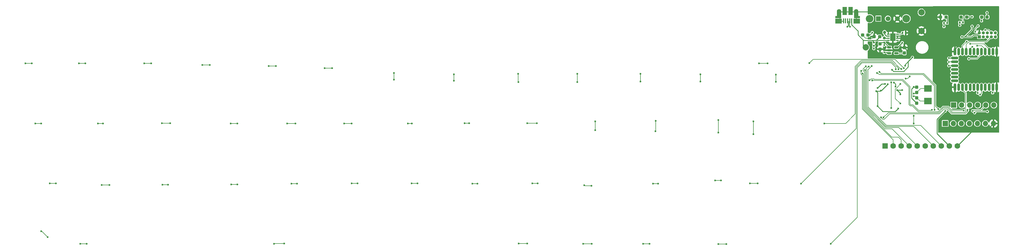
<source format=gbr>
%TF.GenerationSoftware,KiCad,Pcbnew,7.0.7*%
%TF.CreationDate,2023-10-31T18:53:21-05:00*%
%TF.ProjectId,KeyboardPCB,4b657962-6f61-4726-9450-43422e6b6963,rev?*%
%TF.SameCoordinates,Original*%
%TF.FileFunction,Copper,L1,Top*%
%TF.FilePolarity,Positive*%
%FSLAX46Y46*%
G04 Gerber Fmt 4.6, Leading zero omitted, Abs format (unit mm)*
G04 Created by KiCad (PCBNEW 7.0.7) date 2023-10-31 18:53:21*
%MOMM*%
%LPD*%
G01*
G04 APERTURE LIST*
G04 Aperture macros list*
%AMRoundRect*
0 Rectangle with rounded corners*
0 $1 Rounding radius*
0 $2 $3 $4 $5 $6 $7 $8 $9 X,Y pos of 4 corners*
0 Add a 4 corners polygon primitive as box body*
4,1,4,$2,$3,$4,$5,$6,$7,$8,$9,$2,$3,0*
0 Add four circle primitives for the rounded corners*
1,1,$1+$1,$2,$3*
1,1,$1+$1,$4,$5*
1,1,$1+$1,$6,$7*
1,1,$1+$1,$8,$9*
0 Add four rect primitives between the rounded corners*
20,1,$1+$1,$2,$3,$4,$5,0*
20,1,$1+$1,$4,$5,$6,$7,0*
20,1,$1+$1,$6,$7,$8,$9,0*
20,1,$1+$1,$8,$9,$2,$3,0*%
G04 Aperture macros list end*
%TA.AperFunction,ComponentPad*%
%ADD10R,1.778000X1.778000*%
%TD*%
%TA.AperFunction,ComponentPad*%
%ADD11C,1.778000*%
%TD*%
%TA.AperFunction,SMDPad,CuDef*%
%ADD12RoundRect,0.237500X-0.287500X-0.237500X0.287500X-0.237500X0.287500X0.237500X-0.287500X0.237500X0*%
%TD*%
%TA.AperFunction,SMDPad,CuDef*%
%ADD13RoundRect,0.150000X-0.512500X-0.150000X0.512500X-0.150000X0.512500X0.150000X-0.512500X0.150000X0*%
%TD*%
%TA.AperFunction,SMDPad,CuDef*%
%ADD14RoundRect,0.237500X0.300000X0.237500X-0.300000X0.237500X-0.300000X-0.237500X0.300000X-0.237500X0*%
%TD*%
%TA.AperFunction,SMDPad,CuDef*%
%ADD15R,2.400000X2.000000*%
%TD*%
%TA.AperFunction,SMDPad,CuDef*%
%ADD16RoundRect,0.237500X0.237500X-0.300000X0.237500X0.300000X-0.237500X0.300000X-0.237500X-0.300000X0*%
%TD*%
%TA.AperFunction,SMDPad,CuDef*%
%ADD17O,0.800000X2.400000*%
%TD*%
%TA.AperFunction,SMDPad,CuDef*%
%ADD18O,2.400000X0.800000*%
%TD*%
%TA.AperFunction,ComponentPad*%
%ADD19R,1.700000X1.700000*%
%TD*%
%TA.AperFunction,ComponentPad*%
%ADD20O,1.700000X1.700000*%
%TD*%
%TA.AperFunction,SMDPad,CuDef*%
%ADD21RoundRect,0.135000X-0.135000X-0.185000X0.135000X-0.185000X0.135000X0.185000X-0.135000X0.185000X0*%
%TD*%
%TA.AperFunction,SMDPad,CuDef*%
%ADD22R,0.850000X0.350000*%
%TD*%
%TA.AperFunction,SMDPad,CuDef*%
%ADD23R,1.700000X2.450000*%
%TD*%
%TA.AperFunction,ComponentPad*%
%ADD24R,1.000000X1.000000*%
%TD*%
%TA.AperFunction,ComponentPad*%
%ADD25O,1.000000X1.000000*%
%TD*%
%TA.AperFunction,SMDPad,CuDef*%
%ADD26RoundRect,0.135000X-0.185000X0.135000X-0.185000X-0.135000X0.185000X-0.135000X0.185000X0.135000X0*%
%TD*%
%TA.AperFunction,ComponentPad*%
%ADD27R,1.515000X1.515000*%
%TD*%
%TA.AperFunction,ComponentPad*%
%ADD28C,1.515000*%
%TD*%
%TA.AperFunction,ComponentPad*%
%ADD29C,2.385000*%
%TD*%
%TA.AperFunction,SMDPad,CuDef*%
%ADD30C,2.000000*%
%TD*%
%TA.AperFunction,SMDPad,CuDef*%
%ADD31R,0.400000X1.650000*%
%TD*%
%TA.AperFunction,SMDPad,CuDef*%
%ADD32R,1.825000X0.700000*%
%TD*%
%TA.AperFunction,SMDPad,CuDef*%
%ADD33R,2.000000X1.500000*%
%TD*%
%TA.AperFunction,SMDPad,CuDef*%
%ADD34R,1.350000X2.000000*%
%TD*%
%TA.AperFunction,ComponentPad*%
%ADD35O,1.350000X1.700000*%
%TD*%
%TA.AperFunction,ComponentPad*%
%ADD36O,1.100000X1.500000*%
%TD*%
%TA.AperFunction,SMDPad,CuDef*%
%ADD37R,1.430000X2.500000*%
%TD*%
%TA.AperFunction,SMDPad,CuDef*%
%ADD38RoundRect,0.237500X-0.237500X0.300000X-0.237500X-0.300000X0.237500X-0.300000X0.237500X0.300000X0*%
%TD*%
%TA.AperFunction,ComponentPad*%
%ADD39C,2.000000*%
%TD*%
%TA.AperFunction,ViaPad*%
%ADD40C,0.600000*%
%TD*%
%TA.AperFunction,ViaPad*%
%ADD41C,1.000000*%
%TD*%
%TA.AperFunction,ViaPad*%
%ADD42C,0.950000*%
%TD*%
%TA.AperFunction,Conductor*%
%ADD43C,0.254000*%
%TD*%
%TA.AperFunction,Conductor*%
%ADD44C,0.200000*%
%TD*%
%TA.AperFunction,Conductor*%
%ADD45C,0.177800*%
%TD*%
%TA.AperFunction,Conductor*%
%ADD46C,0.250000*%
%TD*%
%TA.AperFunction,Conductor*%
%ADD47C,0.239500*%
%TD*%
G04 APERTURE END LIST*
D10*
%TO.P,U3,1,LITE*%
%TO.N,/3V3*%
X658965000Y-216900000D03*
D11*
%TO.P,U3,2,MISO*%
%TO.N,/LCD_MISO*%
X661505000Y-216900000D03*
%TO.P,U3,3,SCK*%
%TO.N,/LCD_clk*%
X664045000Y-216900000D03*
%TO.P,U3,4,MOSI*%
%TO.N,/LCD_MOSI*%
X666585000Y-216900000D03*
%TO.P,U3,5,TFT_CS*%
%TO.N,/LCD_fs*%
X669125000Y-216900000D03*
%TO.P,U3,6,CARD_CS*%
%TO.N,/LCD_SD_Card*%
X671665000Y-216900000D03*
%TO.P,U3,7,D/C*%
%TO.N,/LCD_DC*%
X674205000Y-216900000D03*
%TO.P,U3,8,RESET*%
%TO.N,/LCD_Reset*%
X676745000Y-216900000D03*
%TO.P,U3,9,VCC*%
%TO.N,/3V3*%
X679285000Y-216900000D03*
%TO.P,U3,10,GND*%
%TO.N,GND*%
X681825000Y-216900000D03*
%TD*%
D12*
%TO.P,D9,1,K*%
%TO.N,Net-(D9-K)*%
X689523000Y-176079000D03*
%TO.P,D9,2,A*%
%TO.N,/3V3*%
X691273000Y-176079000D03*
%TD*%
D13*
%TO.P,U2,1,IN*%
%TO.N,/Switch_OUT*%
X660262500Y-185650000D03*
%TO.P,U2,2,GND*%
%TO.N,GND*%
X660262500Y-186600000D03*
%TO.P,U2,3,EN*%
%TO.N,/Switch_OUT*%
X660262500Y-187550000D03*
%TO.P,U2,4,NR*%
%TO.N,Net-(U2-NR)*%
X662537500Y-187550000D03*
%TO.P,U2,5,OUT*%
%TO.N,/3V3*%
X662537500Y-185650000D03*
%TD*%
D14*
%TO.P,C17,1*%
%TO.N,/VBUS*%
X657262500Y-182300000D03*
%TO.P,C17,2*%
%TO.N,GND*%
X655537500Y-182300000D03*
%TD*%
D15*
%TO.P,X2,1,1*%
%TO.N,Net-(U1-OSC0)*%
X672500000Y-198737500D03*
%TO.P,X2,2,2*%
%TO.N,Net-(U1-OSC1)*%
X672500000Y-202737500D03*
%TD*%
D16*
%TO.P,C8,1*%
%TO.N,Net-(U1-OSC0)*%
X669000000Y-200000000D03*
%TO.P,C8,2*%
%TO.N,GND*%
X669000000Y-198275000D03*
%TD*%
D17*
%TO.P,IC2,1,GND_1*%
%TO.N,GND*%
X694273000Y-187029000D03*
%TO.P,IC2,2,PB04*%
%TO.N,unconnected-(IC2-PB04-Pad2)*%
X693073000Y-187029000D03*
%TO.P,IC2,3,PB03*%
%TO.N,/~{BLUETOOTH_LED}*%
X691873000Y-187029000D03*
%TO.P,IC2,4,PB02*%
%TO.N,/BLUETOOTH_TX*%
X690673000Y-187029000D03*
%TO.P,IC2,5,PB01*%
%TO.N,/BLUETOOTH_RX*%
X689473000Y-187029000D03*
%TO.P,IC2,6,PB00*%
%TO.N,unconnected-(IC2-PB00-Pad6)*%
X688273000Y-187029000D03*
%TO.P,IC2,7,PA00*%
%TO.N,unconnected-(IC2-PA00-Pad7)*%
X687073000Y-187029000D03*
%TO.P,IC2,8,PA01*%
%TO.N,/BGM_SWCLK*%
X685873000Y-187029000D03*
%TO.P,IC2,9,PA02*%
%TO.N,/BGM_SWDIO*%
X684673000Y-187029000D03*
%TO.P,IC2,10,PA03*%
%TO.N,/BGM_SWO*%
X683473000Y-187029000D03*
%TO.P,IC2,11,PA04*%
%TO.N,unconnected-(IC2-PA04-Pad11)*%
X682273000Y-187029000D03*
%TO.P,IC2,12,GND_2*%
%TO.N,GND*%
X681073000Y-187029000D03*
D18*
%TO.P,IC2,13,VDD*%
%TO.N,/3V3*%
X680973000Y-189079000D03*
%TO.P,IC2,14,PA05*%
%TO.N,/BGM220P_DEBUG_TX*%
X680973000Y-190279000D03*
%TO.P,IC2,15,PA06*%
%TO.N,/BGM220P_DEBUG_RX*%
X680973000Y-191479000D03*
%TO.P,IC2,16,PA07*%
%TO.N,unconnected-(IC2-PA07-Pad16)*%
X680973000Y-192679000D03*
%TO.P,IC2,17,PA08*%
%TO.N,unconnected-(IC2-PA08-Pad17)*%
X680973000Y-193879000D03*
%TO.P,IC2,18,PD03*%
%TO.N,unconnected-(IC2-PD03-Pad18)*%
X680973000Y-195079000D03*
%TO.P,IC2,19,PD02*%
%TO.N,unconnected-(IC2-PD02-Pad19)*%
X680973000Y-196279000D03*
D17*
%TO.P,IC2,20,GND_3*%
%TO.N,GND*%
X681073000Y-198329000D03*
%TO.P,IC2,21,NC*%
%TO.N,unconnected-(IC2-NC-Pad21)*%
X682273000Y-198329000D03*
%TO.P,IC2,22,PC00*%
%TO.N,/EM4_WAKEUP*%
X683473000Y-198329000D03*
%TO.P,IC2,23,PC01*%
%TO.N,unconnected-(IC2-PC01-Pad23)*%
X684673000Y-198329000D03*
%TO.P,IC2,24,PC02*%
%TO.N,unconnected-(IC2-PC02-Pad24)*%
X685873000Y-198329000D03*
%TO.P,IC2,25,PC03*%
%TO.N,unconnected-(IC2-PC03-Pad25)*%
X687073000Y-198329000D03*
%TO.P,IC2,26,PC04*%
%TO.N,/PTI_DOUT*%
X688273000Y-198329000D03*
%TO.P,IC2,27,PC05*%
%TO.N,/PTI_DFRAME*%
X689473000Y-198329000D03*
%TO.P,IC2,28,PC06*%
%TO.N,unconnected-(IC2-PC06-Pad28)*%
X690673000Y-198329000D03*
%TO.P,IC2,29,PC07*%
%TO.N,unconnected-(IC2-PC07-Pad29)*%
X691873000Y-198329000D03*
%TO.P,IC2,30,RESETN*%
%TO.N,/~{RESET}*%
X693073000Y-198329000D03*
%TO.P,IC2,31,GND_4*%
%TO.N,GND*%
X694273000Y-198329000D03*
%TD*%
D14*
%TO.P,C19,1*%
%TO.N,/VBAT*%
X653562500Y-181800000D03*
%TO.P,C19,2*%
%TO.N,GND*%
X651837500Y-181800000D03*
%TD*%
D19*
%TO.P,J3,1,Pin_1*%
%TO.N,/BGM220P_DEBUG_TX*%
X680673000Y-203979000D03*
D20*
%TO.P,J3,2,Pin_2*%
%TO.N,/BGM220P_DEBUG_RX*%
X683213000Y-203979000D03*
%TO.P,J3,3,Pin_3*%
%TO.N,/BLUETOOTH_RX*%
X685753000Y-203979000D03*
%TO.P,J3,4,Pin_4*%
%TO.N,/BLUETOOTH_TX*%
X688293000Y-203979000D03*
%TO.P,J3,5,Pin_5*%
%TO.N,/TM4C_DEBUG_TX*%
X690833000Y-203979000D03*
%TO.P,J3,6,Pin_6*%
%TO.N,/TM4C_DEBUG_RX*%
X693373000Y-203979000D03*
%TD*%
D16*
%TO.P,C16,1*%
%TO.N,Net-(U2-NR)*%
X665100000Y-187462500D03*
%TO.P,C16,2*%
%TO.N,GND*%
X665100000Y-185737500D03*
%TD*%
D21*
%TO.P,R7,1*%
%TO.N,Net-(IC1-ILIM)*%
X664480000Y-181100000D03*
%TO.P,R7,2*%
%TO.N,GND*%
X665500000Y-181100000D03*
%TD*%
%TO.P,R10,1*%
%TO.N,/~{BLUETOOTH_LED}*%
X682590000Y-177800000D03*
%TO.P,R10,2*%
%TO.N,Net-(D20-K)*%
X683610000Y-177800000D03*
%TD*%
%TO.P,R6,1*%
%TO.N,/3V3*%
X677580000Y-178000000D03*
%TO.P,R6,2*%
%TO.N,Net-(D71-A)*%
X678600000Y-178000000D03*
%TD*%
D22*
%TO.P,IC1,1,STAT*%
%TO.N,unconnected-(IC1-STAT-Pad1)*%
X662900000Y-183450000D03*
%TO.P,IC1,2,~{EN}*%
%TO.N,GND*%
X662900000Y-182800000D03*
%TO.P,IC1,3,VSNS*%
X662900000Y-182150000D03*
%TO.P,IC1,4,ILIM*%
%TO.N,Net-(IC1-ILIM)*%
X662900000Y-181500000D03*
%TO.P,IC1,5,GND_1*%
%TO.N,GND*%
X660000000Y-181500000D03*
%TO.P,IC1,6,IN2*%
%TO.N,/VBAT*%
X660000000Y-182150000D03*
%TO.P,IC1,7,OUT*%
%TO.N,/Switch_OUT*%
X660000000Y-182800000D03*
%TO.P,IC1,8,IN1*%
%TO.N,/VBUS*%
X660000000Y-183450000D03*
D23*
%TO.P,IC1,9,GND_2*%
%TO.N,GND*%
X661450000Y-182475000D03*
%TD*%
D24*
%TO.P,J4,1,Pin_1*%
%TO.N,/3V3*%
X688793000Y-182349000D03*
D25*
%TO.P,J4,2,Pin_2*%
%TO.N,GND*%
X688793000Y-181079000D03*
%TO.P,J4,3,Pin_3*%
%TO.N,/~{RESET}*%
X690063000Y-182349000D03*
%TO.P,J4,4,Pin_4*%
%TO.N,unconnected-(J4-Pin_4-Pad4)*%
X690063000Y-181079000D03*
%TO.P,J4,5,Pin_5*%
%TO.N,unconnected-(J4-Pin_5-Pad5)*%
X691333000Y-182349000D03*
%TO.P,J4,6,Pin_6*%
%TO.N,/BGM_SWO*%
X691333000Y-181079000D03*
%TO.P,J4,7,Pin_7*%
%TO.N,/BGM_SWDIO*%
X692603000Y-182349000D03*
%TO.P,J4,8,Pin_8*%
%TO.N,/BGM_SWCLK*%
X692603000Y-181079000D03*
%TO.P,J4,9,Pin_9*%
%TO.N,/PTI_DFRAME*%
X693873000Y-182349000D03*
%TO.P,J4,10,Pin_10*%
%TO.N,/PTI_DOUT*%
X693873000Y-181079000D03*
%TD*%
D19*
%TO.P,J2,1,Pin_1*%
%TO.N,/JTAG_SWCLK_TCLK*%
X678000000Y-209800000D03*
D20*
%TO.P,J2,2,Pin_2*%
%TO.N,/JTAG_SWDIO_TMS*%
X680540000Y-209800000D03*
%TO.P,J2,3,Pin_3*%
%TO.N,/JTAG_SWO_TDO*%
X683080000Y-209800000D03*
%TO.P,J2,4,Pin_4*%
%TO.N,/JTAG_TDI*%
X685620000Y-209800000D03*
%TO.P,J2,5,Pin_5*%
%TO.N,/3V3*%
X688160000Y-209800000D03*
%TO.P,J2,6,Pin_6*%
%TO.N,/~{RESET}*%
X690700000Y-209800000D03*
%TO.P,J2,7,Pin_7*%
%TO.N,GND*%
X693240000Y-209800000D03*
%TD*%
D12*
%TO.P,D20,1,K*%
%TO.N,Net-(D20-K)*%
X683058000Y-176079000D03*
%TO.P,D20,2,A*%
%TO.N,/3V3*%
X684808000Y-176079000D03*
%TD*%
D26*
%TO.P,R2,1*%
%TO.N,/VBUS*%
X655400000Y-184190000D03*
%TO.P,R2,2*%
%TO.N,Net-(U1-PB1_USB0VBUS)*%
X655400000Y-185210000D03*
%TD*%
D12*
%TO.P,D71,1,K*%
%TO.N,GND*%
X676525000Y-176100000D03*
%TO.P,D71,2,A*%
%TO.N,Net-(D71-A)*%
X678275000Y-176100000D03*
%TD*%
D27*
%TO.P,SW2,1,A*%
%TO.N,Net-(J5-Pin_1)*%
X656873000Y-176579000D03*
D28*
%TO.P,SW2,2,B*%
%TO.N,/VBAT*%
X659873000Y-176579000D03*
%TO.P,SW2,3,C*%
%TO.N,GND*%
X662873000Y-176579000D03*
D29*
%TO.P,SW2,MH1*%
%TO.N,N/C*%
X654073000Y-176579000D03*
%TO.P,SW2,MH2*%
X665673000Y-176579000D03*
%TD*%
D30*
%TO.P,REF\u002A\u002A,1*%
%TO.N,/VBUS*%
X652900000Y-185700000D03*
%TD*%
D31*
%TO.P,J1,1,VBUS*%
%TO.N,/VBUS*%
X648425000Y-177279000D03*
%TO.P,J1,2,D-*%
%TO.N,Net-(J1-D-)*%
X647775000Y-177279000D03*
%TO.P,J1,3,D+*%
%TO.N,Net-(J1-D+)*%
X647125000Y-177279000D03*
%TO.P,J1,4,ID*%
%TO.N,unconnected-(J1-ID-Pad4)*%
X646475000Y-177279000D03*
%TO.P,J1,5,GND*%
%TO.N,GND*%
X645825000Y-177279000D03*
D32*
%TO.P,J1,6,Shield*%
X650075000Y-176079000D03*
D33*
X649975000Y-177379000D03*
D34*
X649855000Y-175329000D03*
D35*
X649855000Y-174399000D03*
D36*
X649545000Y-177399000D03*
D37*
X648085000Y-174129000D03*
X646165000Y-174129000D03*
D36*
X644705000Y-177399000D03*
D35*
X644395000Y-174399000D03*
D34*
X644375000Y-175329000D03*
D33*
X644225000Y-177399000D03*
D32*
X644125000Y-176079000D03*
%TD*%
D16*
%TO.P,C15,1*%
%TO.N,GND*%
X657400000Y-186262500D03*
%TO.P,C15,2*%
%TO.N,/Switch_OUT*%
X657400000Y-184537500D03*
%TD*%
D38*
%TO.P,C9,1*%
%TO.N,Net-(U1-OSC1)*%
X669000000Y-201675000D03*
%TO.P,C9,2*%
%TO.N,GND*%
X669000000Y-203400000D03*
%TD*%
D39*
%TO.P,J5,1,Pin_1*%
%TO.N,Net-(J5-Pin_1)*%
X670473000Y-174600000D03*
%TD*%
%TO.P,J6,1,Pin_1*%
%TO.N,GND*%
X670473000Y-180500000D03*
%TD*%
D40*
%TO.N,GND*%
X656594136Y-198553088D03*
X665200000Y-188800000D03*
X658953088Y-197294136D03*
X668000000Y-198200000D03*
X686048624Y-183029500D03*
X686039461Y-181668500D03*
%TO.N,/VBAT*%
X654900000Y-181000000D03*
D41*
X658800000Y-180900000D03*
D40*
%TO.N,/3V3*%
X679100000Y-189100000D03*
X656570754Y-204329246D03*
X686500000Y-179000000D03*
X656200702Y-199576491D03*
X677600000Y-179100000D03*
X683274600Y-182400000D03*
X661800000Y-196842400D03*
X667650000Y-188850000D03*
X664400000Y-184200000D03*
X662241861Y-198141861D03*
X662819300Y-199243078D03*
X686500000Y-176000000D03*
X657600000Y-199400000D03*
X663100000Y-205092400D03*
X661146500Y-192813250D03*
X678000000Y-205844800D03*
X663800000Y-200538400D03*
X664356922Y-199243078D03*
X691200000Y-174700000D03*
X659800000Y-197400000D03*
X665300000Y-191500000D03*
%TO.N,Net-(C11-Pad1)*%
X660900000Y-204900000D03*
X660900000Y-196766200D03*
%TO.N,/Switch_OUT*%
X658700000Y-187322700D03*
X658700000Y-185000000D03*
X658700000Y-184174500D03*
D42*
X658710732Y-182725500D03*
D40*
%TO.N,/row0*%
X404000000Y-190800000D03*
X621800000Y-190800000D03*
X481700000Y-192300000D03*
X406000000Y-190800000D03*
X387000000Y-190800000D03*
X464000000Y-191600000D03*
X484100000Y-192300000D03*
X389100000Y-190800000D03*
X443000000Y-191300000D03*
X619100000Y-190800000D03*
X424600000Y-190800000D03*
X664900000Y-192300000D03*
X426800000Y-190800000D03*
X445400000Y-191300000D03*
X635000000Y-190700000D03*
X466300000Y-191600000D03*
%TO.N,/row1*%
X430200000Y-209700000D03*
X392000000Y-209800000D03*
X487900000Y-209800000D03*
X508000000Y-209800000D03*
X545800000Y-209700000D03*
X411600000Y-209800000D03*
X469800000Y-209800000D03*
X526000000Y-209700000D03*
X410000000Y-209800000D03*
X454100000Y-209800000D03*
X639800000Y-209800000D03*
X472500000Y-209800000D03*
X527400000Y-209700000D03*
X390200000Y-209800000D03*
X452000000Y-209800000D03*
X664127015Y-192502269D03*
X509300000Y-209800000D03*
X490200000Y-209800000D03*
X548800000Y-209700000D03*
X432800000Y-209700000D03*
%TO.N,/row2*%
X566100000Y-229500000D03*
X492100000Y-228800000D03*
X454100000Y-229100000D03*
X394700000Y-228800000D03*
X587200000Y-228900000D03*
X605200000Y-227800000D03*
X563800000Y-229400000D03*
X413600000Y-229300000D03*
X616200000Y-228800000D03*
X473000000Y-228900000D03*
X411200000Y-229300000D03*
X509200000Y-228800000D03*
X430400000Y-229200000D03*
X511100000Y-228800000D03*
X452100000Y-229100000D03*
X396700000Y-228800000D03*
X632400000Y-228900000D03*
X432200000Y-229200000D03*
X530000000Y-228900000D03*
X471200000Y-228900000D03*
X528400000Y-228900000D03*
X607100000Y-227800000D03*
X585600000Y-228900000D03*
X490200000Y-228800000D03*
X547400000Y-228800000D03*
X549100000Y-228800000D03*
X618700000Y-228800000D03*
X663198907Y-192601094D03*
%TO.N,/row3*%
X566200000Y-247900000D03*
X608800000Y-248000000D03*
X563500000Y-247900000D03*
X404400000Y-247900000D03*
X641800000Y-247900000D03*
X406400000Y-247900000D03*
X582400000Y-247900000D03*
X394100000Y-245800000D03*
X606200000Y-248000000D03*
X465700000Y-247900000D03*
X543100000Y-247800000D03*
X584500000Y-247900000D03*
X468900000Y-247800000D03*
X392000000Y-243900000D03*
X545800000Y-247800000D03*
X662400000Y-192600000D03*
%TO.N,Net-(D9-K)*%
X689500000Y-177300000D03*
%TO.N,Net-(U1-PB1_USB0VBUS)*%
X655400000Y-186100000D03*
X663800000Y-197300000D03*
X666800000Y-194898845D03*
X663800000Y-203500000D03*
X665500000Y-195600000D03*
%TO.N,/col7*%
X503600000Y-195900000D03*
X503600000Y-193800000D03*
%TO.N,/col13*%
X624400000Y-196600000D03*
X617300000Y-209100000D03*
X624400000Y-194300000D03*
X617338500Y-213200000D03*
%TO.N,/col11*%
X586350500Y-212300000D03*
X581600000Y-196477400D03*
X581600000Y-194100000D03*
X586400000Y-209000000D03*
%TO.N,/col10*%
X567300500Y-211900000D03*
X561600000Y-194100000D03*
X561600000Y-196700000D03*
X567300000Y-209100000D03*
%TO.N,/BLUETOOTH_TX*%
X654100000Y-196100000D03*
X673800000Y-205478200D03*
X688100000Y-185128500D03*
%TO.N,/BLUETOOTH_RX*%
X685462300Y-189300000D03*
X654900000Y-196200000D03*
X683900000Y-205700000D03*
%TO.N,/LCD_clk*%
X651900799Y-193944770D03*
%TO.N,/LCD_fs*%
X652611500Y-192851242D03*
%TO.N,/LCD_MISO*%
X651478821Y-193100593D03*
%TO.N,/LCD_MOSI*%
X652900000Y-191655900D03*
%TO.N,/LCD_DC*%
X653794400Y-191749572D03*
%TO.N,/LCD_Reset*%
X654787960Y-191611400D03*
%TO.N,/LCD_SD_Card*%
X668000000Y-209833800D03*
X668000000Y-207321800D03*
%TO.N,/col12*%
X606200000Y-212700000D03*
X600600000Y-196477400D03*
X606200000Y-208700000D03*
X600600000Y-194200000D03*
%TO.N,/col8*%
X522600000Y-194200000D03*
X522600000Y-196300000D03*
%TO.N,/col9*%
X543000000Y-196700000D03*
X542900000Y-194100000D03*
%TO.N,/BGM_SWCLK*%
X686598000Y-185504000D03*
X690669687Y-180186113D03*
%TO.N,/BGM_SWO*%
X684776000Y-183859574D03*
%TO.N,/EM4_WAKEUP*%
X658500000Y-207889300D03*
%TO.N,/PTI_DOUT*%
X688273000Y-200179000D03*
%TO.N,/PTI_DFRAME*%
X689073000Y-200679000D03*
%TO.N,/BGM220P_DEBUG_RX*%
X679100000Y-191500000D03*
%TO.N,/~{BLUETOOTH_LED}*%
X685873000Y-184579000D03*
X682600000Y-178700000D03*
%TO.N,/TM4C_DEBUG_TX*%
X686700000Y-205800000D03*
X675800000Y-205200000D03*
X657200000Y-193500000D03*
%TO.N,/TM4C_DEBUG_RX*%
X674661617Y-205478200D03*
X691352000Y-206000000D03*
X687299636Y-206399636D03*
X656400000Y-193800000D03*
%TO.N,/~{RESET}*%
X693000000Y-200100000D03*
%TO.N,/~{CAPS_LOCK_LED}*%
X688400000Y-178900000D03*
X657700000Y-207889300D03*
X685066200Y-205511850D03*
X687534578Y-180752313D03*
%TO.N,Net-(U1-OSC0)*%
X668000000Y-200300000D03*
%TO.N,Net-(U1-OSC1)*%
X668000000Y-201200000D03*
%TO.N,/BGM220P_DEBUG_TX*%
X679100000Y-190300000D03*
%TO.N,Net-(J1-D-)*%
X647875000Y-179200000D03*
%TO.N,Net-(J1-D+)*%
X647025000Y-179200000D03*
%TD*%
D43*
%TO.N,GND*%
X660693000Y-174399000D02*
X662873000Y-176579000D01*
X649855000Y-174399000D02*
X660693000Y-174399000D01*
D44*
X655037500Y-182800000D02*
X655537500Y-182300000D01*
X652837500Y-182800000D02*
X655037500Y-182800000D01*
X651837500Y-181800000D02*
X652837500Y-182800000D01*
D43*
%TO.N,/3V3*%
X661613344Y-193280094D02*
X664880158Y-193280094D01*
X666300000Y-191860252D02*
X666300000Y-190200000D01*
X661146500Y-192813250D02*
X661613344Y-193280094D01*
X664880158Y-193280094D02*
X666300000Y-191860252D01*
X659800000Y-197400000D02*
X657800000Y-199400000D01*
X656570754Y-199946543D02*
X656570754Y-202800000D01*
X656200702Y-199576491D02*
X656570754Y-199946543D01*
X656570754Y-202700000D02*
X656570754Y-204329246D01*
X657423509Y-199576491D02*
X657600000Y-199400000D01*
X656200702Y-199576491D02*
X657423509Y-199576491D01*
%TO.N,GND*%
X691540000Y-211500000D02*
X693240000Y-209800000D01*
X681825000Y-216900000D02*
X687225000Y-211500000D01*
X687225000Y-211500000D02*
X691540000Y-211500000D01*
X657853088Y-197294136D02*
X658953088Y-197294136D01*
X688465687Y-181406313D02*
X686301648Y-181406313D01*
X666100000Y-188200000D02*
X666100000Y-186737500D01*
X669000000Y-203400000D02*
X667346000Y-201746000D01*
X656594136Y-198553088D02*
X657853088Y-197294136D01*
X667346000Y-201746000D02*
X667346000Y-198854000D01*
X686301648Y-181406313D02*
X686039461Y-181668500D01*
X684272500Y-183029500D02*
X681073000Y-186229000D01*
X644705000Y-177399000D02*
X644705000Y-174709000D01*
X666100000Y-186737500D02*
X665100000Y-185737500D01*
X645705000Y-177399000D02*
X645825000Y-177279000D01*
X644395000Y-174399000D02*
X649855000Y-174399000D01*
X669000000Y-198275000D02*
X668075000Y-198275000D01*
X667346000Y-198854000D02*
X668000000Y-198200000D01*
X668075000Y-198275000D02*
X668000000Y-198200000D01*
X688793000Y-181079000D02*
X688465687Y-181406313D01*
X665200000Y-188800000D02*
X665500000Y-188800000D01*
X644705000Y-177399000D02*
X645705000Y-177399000D01*
X649855000Y-174399000D02*
X649855000Y-177089000D01*
X665500000Y-188800000D02*
X666100000Y-188200000D01*
X686048624Y-183029500D02*
X684272500Y-183029500D01*
%TO.N,/VBAT*%
X659396000Y-182150000D02*
X660000000Y-182150000D01*
X658800000Y-181554000D02*
X659396000Y-182150000D01*
X654100000Y-181800000D02*
X654900000Y-181000000D01*
X658800000Y-180900000D02*
X658800000Y-181554000D01*
X653562500Y-181800000D02*
X654100000Y-181800000D01*
%TO.N,/3V3*%
X665300000Y-191200000D02*
X665300000Y-191500000D01*
X691200000Y-174700000D02*
X691200000Y-176006000D01*
X686831506Y-181900000D02*
X686382506Y-182349000D01*
X656570754Y-204329246D02*
X658209708Y-205968200D01*
X658209708Y-205968200D02*
X662224200Y-205968200D01*
X663800000Y-200538400D02*
X663800000Y-200223778D01*
X688344000Y-181900000D02*
X686831506Y-181900000D01*
X686500000Y-176000000D02*
X684887000Y-176000000D01*
X663800000Y-200223778D02*
X662819300Y-199243078D01*
X684200000Y-182349000D02*
X686382506Y-182349000D01*
X662224200Y-205968200D02*
X663100000Y-205092400D01*
X677580000Y-179080000D02*
X677580000Y-178000000D01*
X678000000Y-205844800D02*
X675400000Y-208444800D01*
X675400000Y-208444800D02*
X675400000Y-213015000D01*
X679121000Y-189079000D02*
X679100000Y-189100000D01*
X666300000Y-190200000D02*
X667650000Y-188850000D01*
X666300000Y-190200000D02*
X665300000Y-191200000D01*
X662241861Y-197284261D02*
X661800000Y-196842400D01*
X662950000Y-185650000D02*
X664400000Y-184200000D01*
X657800000Y-199400000D02*
X657600000Y-199400000D01*
X683325600Y-182349000D02*
X683274600Y-182400000D01*
X688793000Y-182349000D02*
X688344000Y-181900000D01*
X664356922Y-199243078D02*
X662819300Y-199243078D01*
X675400000Y-213015000D02*
X679285000Y-216900000D01*
X662241861Y-198141861D02*
X662241861Y-197284261D01*
X680973000Y-189079000D02*
X679121000Y-189079000D01*
X677600000Y-179100000D02*
X677580000Y-179080000D01*
X684200000Y-182349000D02*
X683325600Y-182349000D01*
X684200000Y-182349000D02*
X686500000Y-180049000D01*
X686500000Y-180049000D02*
X686500000Y-179000000D01*
D45*
%TO.N,Net-(C11-Pad1)*%
X660900000Y-196766200D02*
X660900000Y-204900000D01*
D43*
%TO.N,/Switch_OUT*%
X660035200Y-187322700D02*
X660262500Y-187550000D01*
X658700000Y-184174500D02*
X658700000Y-185000000D01*
X658787000Y-184174500D02*
X660262500Y-185650000D01*
D45*
X658700000Y-184174500D02*
X658787000Y-184174500D01*
D43*
X658700000Y-187322700D02*
X660035200Y-187322700D01*
X660000000Y-182800000D02*
X658785232Y-182800000D01*
X657763000Y-184174500D02*
X657400000Y-184537500D01*
X658700000Y-184174500D02*
X657763000Y-184174500D01*
D45*
X658785232Y-182800000D02*
X658710732Y-182725500D01*
%TO.N,Net-(U2-NR)*%
X662537500Y-187550000D02*
X665012500Y-187550000D01*
D43*
%TO.N,/VBUS*%
X652000000Y-183601676D02*
X652000000Y-185500000D01*
X652151676Y-183450000D02*
X650400000Y-181698324D01*
X650400000Y-181698324D02*
X650400000Y-180537344D01*
X655400000Y-183950000D02*
X654900000Y-183450000D01*
X654900000Y-183450000D02*
X652151676Y-183450000D01*
X654900000Y-183450000D02*
X660000000Y-183450000D01*
X648425000Y-178562344D02*
X648425000Y-177279000D01*
X655400000Y-184190000D02*
X655400000Y-183950000D01*
D46*
X656200000Y-183450000D02*
X660000000Y-183450000D01*
D43*
X652151676Y-183450000D02*
X652000000Y-183601676D01*
X657262500Y-182387500D02*
X656200000Y-183450000D01*
X650400000Y-180537344D02*
X648425000Y-178562344D01*
D45*
%TO.N,/row0*%
X662100000Y-189500000D02*
X636200000Y-189500000D01*
X426800000Y-190800000D02*
X424600000Y-190800000D01*
X621800000Y-190800000D02*
X619100000Y-190800000D01*
X406000000Y-190800000D02*
X404000000Y-190800000D01*
X484100000Y-192300000D02*
X481700000Y-192300000D01*
X445400000Y-191300000D02*
X443000000Y-191300000D01*
X389100000Y-190800000D02*
X387000000Y-190800000D01*
X664900000Y-192300000D02*
X662100000Y-189500000D01*
X636200000Y-189500000D02*
X635000000Y-190700000D01*
X466300000Y-191600000D02*
X464000000Y-191600000D01*
%TO.N,/row1*%
X651444400Y-189855600D02*
X649500000Y-191800000D01*
X661254141Y-189855600D02*
X651444400Y-189855600D01*
X646499700Y-209800000D02*
X639800000Y-209800000D01*
X664127015Y-192502269D02*
X663900810Y-192502269D01*
X472500000Y-209800000D02*
X469800000Y-209800000D01*
X649500000Y-191800000D02*
X649500000Y-206799700D01*
X411600000Y-209800000D02*
X410000000Y-209800000D01*
X663900810Y-192502269D02*
X661254141Y-189855600D01*
X490200000Y-209800000D02*
X487900000Y-209800000D01*
X454100000Y-209800000D02*
X452000000Y-209800000D01*
X527400000Y-209700000D02*
X526000000Y-209700000D01*
X548800000Y-209700000D02*
X545800000Y-209700000D01*
X432800000Y-209700000D02*
X430200000Y-209700000D01*
X392000000Y-209800000D02*
X390200000Y-209800000D01*
X649500000Y-206799700D02*
X646499700Y-209800000D01*
X509300000Y-209800000D02*
X508000000Y-209800000D01*
%TO.N,/row2*%
X618700000Y-228800000D02*
X616200000Y-228800000D01*
X663198907Y-192303260D02*
X661106847Y-190211200D01*
X511100000Y-228800000D02*
X509200000Y-228800000D01*
X649855600Y-211444400D02*
X632400000Y-228900000D01*
X566100000Y-229500000D02*
X563900000Y-229500000D01*
X549100000Y-228800000D02*
X547400000Y-228800000D01*
X432200000Y-229200000D02*
X430400000Y-229200000D01*
X563900000Y-229500000D02*
X563800000Y-229400000D01*
X649855600Y-191947294D02*
X649855600Y-211444400D01*
X473000000Y-228900000D02*
X471200000Y-228900000D01*
X396700000Y-228800000D02*
X394700000Y-228800000D01*
X492100000Y-228800000D02*
X490200000Y-228800000D01*
X663198907Y-192601094D02*
X663198907Y-192303260D01*
X413600000Y-229300000D02*
X411200000Y-229300000D01*
X651591694Y-190211200D02*
X649855600Y-191947294D01*
X530000000Y-228900000D02*
X528400000Y-228900000D01*
X454100000Y-229100000D02*
X452100000Y-229100000D01*
X661106847Y-190211200D02*
X651591694Y-190211200D01*
X587200000Y-228900000D02*
X585600000Y-228900000D01*
X607100000Y-227800000D02*
X605200000Y-227800000D01*
%TO.N,/row3*%
X468900000Y-247800000D02*
X465800000Y-247800000D01*
X650211200Y-239488800D02*
X641800000Y-247900000D01*
X662400000Y-192600000D02*
X662400000Y-192007247D01*
X584500000Y-247900000D02*
X582400000Y-247900000D01*
X394100000Y-245800000D02*
X392200000Y-243900000D01*
X465800000Y-247800000D02*
X465700000Y-247900000D01*
X650211200Y-192094588D02*
X650211200Y-239488800D01*
X406400000Y-247900000D02*
X404400000Y-247900000D01*
X660959553Y-190566800D02*
X651738988Y-190566800D01*
X566200000Y-247900000D02*
X563500000Y-247900000D01*
X545800000Y-247800000D02*
X543100000Y-247800000D01*
X608800000Y-248000000D02*
X606200000Y-248000000D01*
X651738988Y-190566800D02*
X650211200Y-192094588D01*
X392200000Y-243900000D02*
X392000000Y-243900000D01*
X662400000Y-192007247D02*
X660959553Y-190566800D01*
%TO.N,Net-(D9-K)*%
X689500000Y-177300000D02*
X689500000Y-176102000D01*
%TO.N,Net-(D20-K)*%
X683058000Y-176079000D02*
X683610000Y-176631000D01*
X683610000Y-176631000D02*
X683610000Y-177800000D01*
D44*
%TO.N,Net-(U1-PB1_USB0VBUS)*%
X662200000Y-198900000D02*
X662200000Y-201900000D01*
X666098845Y-195600000D02*
X666800000Y-194898845D01*
X662200000Y-201900000D02*
X663800000Y-203500000D01*
X662490390Y-198741861D02*
X662358139Y-198741861D01*
X662841861Y-198258139D02*
X662841861Y-198390390D01*
X663800000Y-197300000D02*
X662841861Y-198258139D01*
X655400000Y-186100000D02*
X655400000Y-185210000D01*
X662841861Y-198390390D02*
X662490390Y-198741861D01*
X662358139Y-198741861D02*
X662200000Y-198900000D01*
X665500000Y-195600000D02*
X666098845Y-195600000D01*
D43*
%TO.N,Net-(D71-A)*%
X678600000Y-178000000D02*
X678600000Y-176425000D01*
D45*
%TO.N,Net-(IC1-ILIM)*%
X662900000Y-181500000D02*
X664080000Y-181500000D01*
X664080000Y-181500000D02*
X664480000Y-181100000D01*
%TO.N,/col7*%
X503600000Y-195900000D02*
X503600000Y-193800000D01*
%TO.N,/col13*%
X617338500Y-213200000D02*
X617300000Y-213161500D01*
X617300000Y-213161500D02*
X617300000Y-209100000D01*
X624400000Y-196600000D02*
X624400000Y-194300000D01*
%TO.N,/col11*%
X586350500Y-212300000D02*
X586400000Y-212250500D01*
X581600000Y-196477400D02*
X581600000Y-194100000D01*
X586400000Y-212250500D02*
X586400000Y-209000000D01*
%TO.N,/col10*%
X567300500Y-211900000D02*
X567300000Y-211899500D01*
X561600000Y-196700000D02*
X561600000Y-194100000D01*
X567300000Y-211899500D02*
X567300000Y-209100000D01*
%TO.N,/BLUETOOTH_TX*%
X667051447Y-203848553D02*
X667748553Y-203848553D01*
X669588800Y-205688800D02*
X673589400Y-205688800D01*
X689572500Y-185128500D02*
X690673000Y-186229000D01*
X666855600Y-198126654D02*
X666855600Y-203652706D01*
X667748553Y-203848553D02*
X669588800Y-205688800D01*
X664573346Y-195844400D02*
X666855600Y-198126654D01*
X655388900Y-195633300D02*
X655600000Y-195844400D01*
X688100000Y-185128500D02*
X689572500Y-185128500D01*
X654566700Y-195633300D02*
X655388900Y-195633300D01*
X666855600Y-203652706D02*
X667051447Y-203848553D01*
X654100000Y-196100000D02*
X654566700Y-195633300D01*
X673589400Y-205688800D02*
X673800000Y-205478200D01*
X655600000Y-195844400D02*
X664573346Y-195844400D01*
%TO.N,/BLUETOOTH_RX*%
X654900000Y-196200000D02*
X664426052Y-196200000D01*
X667601259Y-204204153D02*
X669441506Y-206044400D01*
X678949400Y-204488800D02*
X680160600Y-205700000D01*
X666904153Y-204204153D02*
X667601259Y-204204153D01*
X669441506Y-206044400D02*
X675757035Y-206044400D01*
X680160600Y-205700000D02*
X683900000Y-205700000D01*
X688002000Y-189300000D02*
X689473000Y-187829000D01*
X666500000Y-203800000D02*
X666904153Y-204204153D01*
X677312635Y-204488800D02*
X678949400Y-204488800D01*
X664426052Y-196200000D02*
X666500000Y-198273948D01*
X666500000Y-198273948D02*
X666500000Y-203800000D01*
X675757035Y-206044400D02*
X677312635Y-204488800D01*
X685462300Y-189300000D02*
X688002000Y-189300000D01*
%TO.N,/LCD_clk*%
X652110900Y-194154871D02*
X652110900Y-205113211D01*
X663225311Y-214125311D02*
X664045000Y-214945000D01*
X652110900Y-205113211D02*
X661123000Y-214125311D01*
X664045000Y-214945000D02*
X664045000Y-216900000D01*
X651900799Y-193944770D02*
X652110900Y-194154871D01*
X661123000Y-214125311D02*
X663225311Y-214125311D01*
%TO.N,/LCD_fs*%
X652822100Y-193061842D02*
X652822100Y-204818623D01*
X663336200Y-211111200D02*
X669125000Y-216900000D01*
X659114677Y-211111200D02*
X663336200Y-211111200D01*
X652611500Y-192851242D02*
X652822100Y-193061842D01*
X652822100Y-204818623D02*
X659114677Y-211111200D01*
%TO.N,/LCD_MISO*%
X651755300Y-205260505D02*
X661505000Y-215010205D01*
X651478821Y-193100593D02*
X651333600Y-193245814D01*
X651755300Y-194600000D02*
X651755300Y-205260505D01*
X651333600Y-194178300D02*
X651755300Y-194600000D01*
X651333600Y-193245814D02*
X651333600Y-194178300D01*
X661505000Y-215010205D02*
X661505000Y-216900000D01*
%TO.N,/LCD_MOSI*%
X652044800Y-193084735D02*
X652460065Y-193500000D01*
X652466500Y-204965917D02*
X658967383Y-211466800D01*
X652044800Y-192511100D02*
X652044800Y-193084735D01*
X661151800Y-211466800D02*
X666585000Y-216900000D01*
X652466500Y-193500000D02*
X652466500Y-204965917D01*
X652900000Y-191655900D02*
X652044800Y-192511100D01*
X658967383Y-211466800D02*
X661151800Y-211466800D01*
X652460065Y-193500000D02*
X652466500Y-193500000D01*
%TO.N,/LCD_DC*%
X653177700Y-192179635D02*
X653177700Y-204671329D01*
X653794400Y-191749572D02*
X653607763Y-191749572D01*
X653177700Y-204671329D02*
X659261971Y-210755600D01*
X659261971Y-210755600D02*
X668060600Y-210755600D01*
X653607763Y-191749572D02*
X653177700Y-192179635D01*
X668060600Y-210755600D02*
X674205000Y-216900000D01*
%TO.N,/LCD_Reset*%
X670245000Y-210400000D02*
X676745000Y-216900000D01*
X653533300Y-192811400D02*
X653533300Y-204524035D01*
X659409265Y-210400000D02*
X670245000Y-210400000D01*
X654733300Y-191611400D02*
X653533300Y-192811400D01*
X653533300Y-204524035D02*
X659409265Y-210400000D01*
X654787960Y-191611400D02*
X654733300Y-191611400D01*
%TO.N,/LCD_SD_Card*%
X668000000Y-209833800D02*
X668000000Y-207321800D01*
%TO.N,/col12*%
X606200000Y-212700000D02*
X606200000Y-208700000D01*
X600600000Y-196477400D02*
X600600000Y-194200000D01*
%TO.N,/col8*%
X522600000Y-196300000D02*
X522600000Y-194200000D01*
%TO.N,/col9*%
X542900000Y-194100000D02*
X542900000Y-196600000D01*
X542900000Y-196600000D02*
X543000000Y-196700000D01*
%TO.N,/BGM_SWCLK*%
X686598000Y-185504000D02*
X685873000Y-186229000D01*
X690669687Y-180186113D02*
X691710113Y-180186113D01*
X691710113Y-180186113D02*
X692603000Y-181079000D01*
%TO.N,/BGM_SWDIO*%
X685552000Y-183900000D02*
X684673000Y-184779000D01*
X691052000Y-183900000D02*
X685552000Y-183900000D01*
X692603000Y-182349000D02*
X691052000Y-183900000D01*
X684673000Y-184779000D02*
X684673000Y-187029000D01*
%TO.N,/BGM_SWO*%
X684776000Y-183859574D02*
X683473000Y-185162574D01*
X683473000Y-185162574D02*
X683473000Y-187029000D01*
%TO.N,/EM4_WAKEUP*%
X678802106Y-204844400D02*
X680224406Y-206266700D01*
X684233300Y-206266700D02*
X684500000Y-206000000D01*
X684500000Y-206000000D02*
X684500000Y-200156000D01*
X684500000Y-200156000D02*
X683473000Y-199129000D01*
X658500000Y-207889300D02*
X659989800Y-206399500D01*
X677459929Y-204844400D02*
X678802106Y-204844400D01*
X675904829Y-206399500D02*
X677459929Y-204844400D01*
X680224406Y-206266700D02*
X684233300Y-206266700D01*
X659989800Y-206399500D02*
X675904829Y-206399500D01*
%TO.N,/PTI_DOUT*%
X688273000Y-200179000D02*
X688273000Y-198329000D01*
%TO.N,/PTI_DFRAME*%
X689473000Y-200279000D02*
X689473000Y-198329000D01*
X689073000Y-200679000D02*
X689473000Y-200279000D01*
D44*
%TO.N,/BGM220P_DEBUG_RX*%
X680973000Y-191479000D02*
X679121000Y-191479000D01*
X679121000Y-191479000D02*
X679100000Y-191500000D01*
D45*
%TO.N,/~{BLUETOOTH_LED}*%
X691873000Y-186229000D02*
X690195200Y-184551200D01*
X685900800Y-184551200D02*
X685873000Y-184579000D01*
X690195200Y-184551200D02*
X685900800Y-184551200D01*
X682590000Y-178690000D02*
X682600000Y-178700000D01*
X682590000Y-177800000D02*
X682590000Y-178690000D01*
%TO.N,/TM4C_DEBUG_TX*%
X674900000Y-197700000D02*
X671177045Y-193977045D01*
X674900000Y-204300000D02*
X674900000Y-197700000D01*
X689167600Y-205644400D02*
X690833000Y-203979000D01*
X671177045Y-193977045D02*
X657677045Y-193977045D01*
X686855600Y-205644400D02*
X689167600Y-205644400D01*
X657677045Y-193977045D02*
X657200000Y-193500000D01*
X686700000Y-205800000D02*
X686855600Y-205644400D01*
X675800000Y-205200000D02*
X674900000Y-204300000D01*
%TO.N,/TM4C_DEBUG_RX*%
X656400000Y-193800000D02*
X656666700Y-194066700D01*
X656965265Y-194066700D02*
X657231210Y-194332645D01*
X687699272Y-206000000D02*
X687299636Y-206399636D01*
X656666700Y-194066700D02*
X656965265Y-194066700D01*
X657231210Y-194332645D02*
X671029751Y-194332645D01*
X671029751Y-194332645D02*
X674544400Y-197847294D01*
X674544400Y-197847294D02*
X674544400Y-205360983D01*
X674544400Y-205360983D02*
X674661617Y-205478200D01*
X691352000Y-206000000D02*
X687699272Y-206000000D01*
D44*
%TO.N,/~{RESET}*%
X693073000Y-198329000D02*
X693073000Y-200027000D01*
X693073000Y-200027000D02*
X693000000Y-200100000D01*
D45*
%TO.N,/~{CAPS_LOCK_LED}*%
X685066200Y-205511850D02*
X685066200Y-205968090D01*
X678654812Y-205200000D02*
X677607223Y-205200000D01*
X658249567Y-208456000D02*
X657700000Y-207906433D01*
X680077112Y-206622300D02*
X678654812Y-205200000D01*
X685066200Y-205968090D02*
X684855600Y-205757490D01*
X677607223Y-205200000D02*
X676052123Y-206755100D01*
X687534578Y-180752313D02*
X687534578Y-179765422D01*
X684855600Y-205757490D02*
X684855600Y-206147294D01*
X657700000Y-207906433D02*
X657700000Y-207889300D01*
X660435635Y-206755100D02*
X658734735Y-208456000D01*
X684855600Y-206147294D02*
X684380594Y-206622300D01*
X687534578Y-179765422D02*
X688400000Y-178900000D01*
X684380594Y-206622300D02*
X680077112Y-206622300D01*
X676052123Y-206755100D02*
X660435635Y-206755100D01*
X658734735Y-208456000D02*
X658249567Y-208456000D01*
%TO.N,Net-(U1-OSC0)*%
X669000000Y-200000000D02*
X670262500Y-198737500D01*
X668000000Y-200300000D02*
X668700000Y-200300000D01*
X670262500Y-198737500D02*
X672500000Y-198737500D01*
%TO.N,Net-(U1-OSC1)*%
X670062500Y-202737500D02*
X672500000Y-202737500D01*
X668525000Y-201200000D02*
X669000000Y-201675000D01*
X668000000Y-201200000D02*
X668525000Y-201200000D01*
X669000000Y-201675000D02*
X670062500Y-202737500D01*
D44*
%TO.N,/BGM220P_DEBUG_TX*%
X680973000Y-190279000D02*
X679121000Y-190279000D01*
X679121000Y-190279000D02*
X679100000Y-190300000D01*
D47*
%TO.N,Net-(J1-D-)*%
X647775000Y-177279000D02*
X647644751Y-177409249D01*
X647644751Y-177409249D02*
X647644751Y-178969751D01*
X647644751Y-178969751D02*
X647875000Y-179200000D01*
%TO.N,Net-(J1-D+)*%
X647125000Y-177279000D02*
X647255249Y-177409249D01*
X647255249Y-177409249D02*
X647255249Y-178969751D01*
X647255249Y-178969751D02*
X647025000Y-179200000D01*
%TD*%
%TA.AperFunction,Conductor*%
%TO.N,GND*%
G36*
X695016039Y-172699185D02*
G01*
X695061794Y-172751989D01*
X695073000Y-172803500D01*
X695073000Y-185454410D01*
X695053315Y-185521449D01*
X695000511Y-185567204D01*
X694931353Y-185577148D01*
X694876114Y-185554728D01*
X694725477Y-185445282D01*
X694552648Y-185368335D01*
X694523000Y-185362032D01*
X694523000Y-188695966D01*
X694552643Y-188689666D01*
X694725479Y-188612714D01*
X694876114Y-188503271D01*
X694941920Y-188479791D01*
X695009974Y-188495616D01*
X695058669Y-188545722D01*
X695073000Y-188603589D01*
X695073000Y-196754410D01*
X695053315Y-196821449D01*
X695000511Y-196867204D01*
X694931353Y-196877148D01*
X694876114Y-196854728D01*
X694725477Y-196745282D01*
X694552648Y-196668335D01*
X694523000Y-196662032D01*
X694523000Y-199995966D01*
X694552643Y-199989666D01*
X694725479Y-199912714D01*
X694876114Y-199803271D01*
X694941920Y-199779791D01*
X695009974Y-199795616D01*
X695058669Y-199845722D01*
X695073000Y-199903589D01*
X695073000Y-212555000D01*
X695053315Y-212622039D01*
X695000511Y-212667794D01*
X694949000Y-212679000D01*
X675851500Y-212679000D01*
X675784461Y-212659315D01*
X675738706Y-212606511D01*
X675727500Y-212555000D01*
X675727500Y-210669752D01*
X676949500Y-210669752D01*
X676961131Y-210728229D01*
X676961132Y-210728230D01*
X677005447Y-210794552D01*
X677071769Y-210838867D01*
X677071770Y-210838868D01*
X677130247Y-210850499D01*
X677130250Y-210850500D01*
X677130252Y-210850500D01*
X678869750Y-210850500D01*
X678869751Y-210850499D01*
X678884568Y-210847552D01*
X678928229Y-210838868D01*
X678928229Y-210838867D01*
X678928231Y-210838867D01*
X678994552Y-210794552D01*
X679038867Y-210728231D01*
X679038867Y-210728229D01*
X679038868Y-210728229D01*
X679048922Y-210677682D01*
X679050500Y-210669748D01*
X679050500Y-209799999D01*
X679484417Y-209799999D01*
X679504699Y-210005932D01*
X679504700Y-210005934D01*
X679564768Y-210203954D01*
X679662315Y-210386450D01*
X679662317Y-210386452D01*
X679793589Y-210546410D01*
X679873923Y-210612337D01*
X679953550Y-210677685D01*
X680136046Y-210775232D01*
X680334066Y-210835300D01*
X680334065Y-210835300D01*
X680354348Y-210837297D01*
X680540000Y-210855583D01*
X680745934Y-210835300D01*
X680943954Y-210775232D01*
X681126450Y-210677685D01*
X681286410Y-210546410D01*
X681417685Y-210386450D01*
X681515232Y-210203954D01*
X681575300Y-210005934D01*
X681595583Y-209800000D01*
X681595583Y-209799999D01*
X682024417Y-209799999D01*
X682044699Y-210005932D01*
X682044700Y-210005934D01*
X682104768Y-210203954D01*
X682202315Y-210386450D01*
X682202317Y-210386452D01*
X682333589Y-210546410D01*
X682413923Y-210612337D01*
X682493550Y-210677685D01*
X682676046Y-210775232D01*
X682874066Y-210835300D01*
X682874065Y-210835300D01*
X682892529Y-210837118D01*
X683080000Y-210855583D01*
X683285934Y-210835300D01*
X683483954Y-210775232D01*
X683666450Y-210677685D01*
X683826410Y-210546410D01*
X683957685Y-210386450D01*
X684055232Y-210203954D01*
X684115300Y-210005934D01*
X684135583Y-209800000D01*
X684135583Y-209799999D01*
X684564417Y-209799999D01*
X684584699Y-210005932D01*
X684584700Y-210005934D01*
X684644768Y-210203954D01*
X684742315Y-210386450D01*
X684742317Y-210386452D01*
X684873589Y-210546410D01*
X684953923Y-210612337D01*
X685033550Y-210677685D01*
X685216046Y-210775232D01*
X685414066Y-210835300D01*
X685414065Y-210835300D01*
X685432529Y-210837118D01*
X685620000Y-210855583D01*
X685825934Y-210835300D01*
X686023954Y-210775232D01*
X686206450Y-210677685D01*
X686366410Y-210546410D01*
X686497685Y-210386450D01*
X686595232Y-210203954D01*
X686655300Y-210005934D01*
X686675583Y-209800000D01*
X687104417Y-209800000D01*
X687124699Y-210005932D01*
X687124700Y-210005934D01*
X687184768Y-210203954D01*
X687282315Y-210386450D01*
X687282317Y-210386452D01*
X687413589Y-210546410D01*
X687493923Y-210612337D01*
X687573550Y-210677685D01*
X687756046Y-210775232D01*
X687954066Y-210835300D01*
X687954065Y-210835300D01*
X687972529Y-210837118D01*
X688160000Y-210855583D01*
X688365934Y-210835300D01*
X688563954Y-210775232D01*
X688746450Y-210677685D01*
X688906410Y-210546410D01*
X689037685Y-210386450D01*
X689135232Y-210203954D01*
X689195300Y-210005934D01*
X689215583Y-209800000D01*
X689644417Y-209800000D01*
X689664699Y-210005932D01*
X689664700Y-210005934D01*
X689724768Y-210203954D01*
X689822315Y-210386450D01*
X689822317Y-210386452D01*
X689953589Y-210546410D01*
X690033923Y-210612337D01*
X690113550Y-210677685D01*
X690296046Y-210775232D01*
X690494066Y-210835300D01*
X690494065Y-210835300D01*
X690512529Y-210837118D01*
X690700000Y-210855583D01*
X690905934Y-210835300D01*
X691103954Y-210775232D01*
X691286450Y-210677685D01*
X691446410Y-210546410D01*
X691577685Y-210386450D01*
X691675232Y-210203954D01*
X691695406Y-210137446D01*
X691733702Y-210079010D01*
X691797514Y-210050553D01*
X691866581Y-210061112D01*
X691918975Y-210107336D01*
X691933841Y-210141349D01*
X691966567Y-210263486D01*
X691966570Y-210263492D01*
X692066399Y-210477578D01*
X692201894Y-210671082D01*
X692368917Y-210838105D01*
X692562421Y-210973600D01*
X692776507Y-211073429D01*
X692776516Y-211073433D01*
X692990000Y-211130634D01*
X692990000Y-210412301D01*
X693009685Y-210345262D01*
X693062489Y-210299507D01*
X693131647Y-210289563D01*
X693204237Y-210300000D01*
X693204238Y-210300000D01*
X693275762Y-210300000D01*
X693275763Y-210300000D01*
X693348352Y-210289563D01*
X693417510Y-210299507D01*
X693470314Y-210345261D01*
X693489999Y-210412301D01*
X693489999Y-211130634D01*
X693703483Y-211073433D01*
X693703492Y-211073429D01*
X693917578Y-210973600D01*
X694111082Y-210838105D01*
X694278105Y-210671082D01*
X694413600Y-210477578D01*
X694513429Y-210263492D01*
X694513432Y-210263486D01*
X694570636Y-210050000D01*
X693853347Y-210050000D01*
X693786308Y-210030315D01*
X693740553Y-209977511D01*
X693730609Y-209908353D01*
X693734369Y-209891067D01*
X693740000Y-209871888D01*
X693740000Y-209728111D01*
X693734369Y-209708933D01*
X693734370Y-209639064D01*
X693772145Y-209580286D01*
X693835701Y-209551262D01*
X693853347Y-209550000D01*
X694570636Y-209550000D01*
X694570635Y-209549999D01*
X694513432Y-209336513D01*
X694513429Y-209336507D01*
X694413600Y-209122422D01*
X694413599Y-209122420D01*
X694278113Y-208928926D01*
X694278108Y-208928920D01*
X694111082Y-208761894D01*
X693917578Y-208626399D01*
X693703492Y-208526570D01*
X693703486Y-208526567D01*
X693490000Y-208469364D01*
X693489999Y-208469364D01*
X693489999Y-209187698D01*
X693470314Y-209254738D01*
X693417510Y-209300492D01*
X693348353Y-209310436D01*
X693275764Y-209300000D01*
X693275763Y-209300000D01*
X693204237Y-209300000D01*
X693204233Y-209300000D01*
X693131645Y-209310436D01*
X693062487Y-209300492D01*
X693009684Y-209254736D01*
X692990000Y-209187698D01*
X692990000Y-208469364D01*
X692989999Y-208469364D01*
X692776513Y-208526567D01*
X692776507Y-208526570D01*
X692562422Y-208626399D01*
X692562420Y-208626400D01*
X692368926Y-208761886D01*
X692368920Y-208761891D01*
X692201891Y-208928920D01*
X692201886Y-208928926D01*
X692066400Y-209122420D01*
X692066399Y-209122422D01*
X691966570Y-209336507D01*
X691966567Y-209336514D01*
X691933841Y-209458650D01*
X691897476Y-209518310D01*
X691834629Y-209548839D01*
X691765253Y-209540544D01*
X691711375Y-209496059D01*
X691695406Y-209462553D01*
X691675232Y-209396046D01*
X691577685Y-209213550D01*
X691502897Y-209122420D01*
X691446410Y-209053589D01*
X691296121Y-208930252D01*
X691286450Y-208922315D01*
X691103954Y-208824768D01*
X690905934Y-208764700D01*
X690905932Y-208764699D01*
X690905934Y-208764699D01*
X690700000Y-208744417D01*
X690494067Y-208764699D01*
X690296043Y-208824769D01*
X690208114Y-208871769D01*
X690113550Y-208922315D01*
X690113548Y-208922316D01*
X690113547Y-208922317D01*
X689953589Y-209053589D01*
X689822317Y-209213547D01*
X689822315Y-209213550D01*
X689783643Y-209285897D01*
X689724769Y-209396043D01*
X689664699Y-209594067D01*
X689644417Y-209800000D01*
X689215583Y-209800000D01*
X689195300Y-209594066D01*
X689135232Y-209396046D01*
X689037685Y-209213550D01*
X688962897Y-209122420D01*
X688906410Y-209053589D01*
X688756121Y-208930252D01*
X688746450Y-208922315D01*
X688563954Y-208824768D01*
X688365934Y-208764700D01*
X688365932Y-208764699D01*
X688365934Y-208764699D01*
X688160000Y-208744417D01*
X687954067Y-208764699D01*
X687756043Y-208824769D01*
X687668114Y-208871769D01*
X687573550Y-208922315D01*
X687573548Y-208922316D01*
X687573547Y-208922317D01*
X687413589Y-209053589D01*
X687282317Y-209213547D01*
X687282315Y-209213550D01*
X687243643Y-209285897D01*
X687184769Y-209396043D01*
X687124699Y-209594067D01*
X687104417Y-209800000D01*
X686675583Y-209800000D01*
X686655300Y-209594066D01*
X686595232Y-209396046D01*
X686497685Y-209213550D01*
X686422897Y-209122420D01*
X686366410Y-209053589D01*
X686216121Y-208930252D01*
X686206450Y-208922315D01*
X686023954Y-208824768D01*
X685825934Y-208764700D01*
X685825932Y-208764699D01*
X685825934Y-208764699D01*
X685638463Y-208746235D01*
X685620000Y-208744417D01*
X685619999Y-208744417D01*
X685414067Y-208764699D01*
X685216043Y-208824769D01*
X685128114Y-208871769D01*
X685033550Y-208922315D01*
X685033548Y-208922316D01*
X685033547Y-208922317D01*
X684873589Y-209053589D01*
X684742317Y-209213547D01*
X684742315Y-209213550D01*
X684703643Y-209285897D01*
X684644769Y-209396043D01*
X684584699Y-209594067D01*
X684564417Y-209799999D01*
X684135583Y-209799999D01*
X684115300Y-209594066D01*
X684055232Y-209396046D01*
X683957685Y-209213550D01*
X683882897Y-209122420D01*
X683826410Y-209053589D01*
X683676121Y-208930252D01*
X683666450Y-208922315D01*
X683483954Y-208824768D01*
X683285934Y-208764700D01*
X683285932Y-208764699D01*
X683285934Y-208764699D01*
X683080000Y-208744417D01*
X682874067Y-208764699D01*
X682676043Y-208824769D01*
X682588114Y-208871769D01*
X682493550Y-208922315D01*
X682493548Y-208922316D01*
X682493547Y-208922317D01*
X682333589Y-209053589D01*
X682202317Y-209213547D01*
X682202315Y-209213550D01*
X682163643Y-209285897D01*
X682104769Y-209396043D01*
X682044699Y-209594067D01*
X682024417Y-209799999D01*
X681595583Y-209799999D01*
X681575300Y-209594066D01*
X681515232Y-209396046D01*
X681417685Y-209213550D01*
X681342897Y-209122420D01*
X681286410Y-209053589D01*
X681136121Y-208930252D01*
X681126450Y-208922315D01*
X680943954Y-208824768D01*
X680745934Y-208764700D01*
X680745932Y-208764699D01*
X680745934Y-208764699D01*
X680540000Y-208744417D01*
X680334067Y-208764699D01*
X680136043Y-208824769D01*
X680048114Y-208871769D01*
X679953550Y-208922315D01*
X679953548Y-208922316D01*
X679953547Y-208922317D01*
X679793589Y-209053589D01*
X679662317Y-209213547D01*
X679662315Y-209213550D01*
X679623643Y-209285897D01*
X679564769Y-209396043D01*
X679504699Y-209594067D01*
X679484417Y-209799999D01*
X679050500Y-209799999D01*
X679050500Y-208930252D01*
X679050500Y-208930251D01*
X679050500Y-208930249D01*
X679050499Y-208930247D01*
X679038868Y-208871770D01*
X679038867Y-208871769D01*
X678994552Y-208805447D01*
X678928230Y-208761132D01*
X678928229Y-208761131D01*
X678869752Y-208749500D01*
X678869748Y-208749500D01*
X677130252Y-208749500D01*
X677130247Y-208749500D01*
X677071770Y-208761131D01*
X677071769Y-208761132D01*
X677005447Y-208805447D01*
X676961132Y-208871769D01*
X676961131Y-208871770D01*
X676949500Y-208930247D01*
X676949500Y-210669752D01*
X675727500Y-210669752D01*
X675727500Y-208631816D01*
X675747185Y-208564777D01*
X675763819Y-208544135D01*
X677926336Y-206381619D01*
X677987659Y-206348134D01*
X678014017Y-206345300D01*
X678071962Y-206345300D01*
X678071962Y-206345299D01*
X678179121Y-206313835D01*
X678210050Y-206304754D01*
X678210050Y-206304753D01*
X678210053Y-206304753D01*
X678331128Y-206226943D01*
X678425377Y-206118173D01*
X678485165Y-205987257D01*
X678505647Y-205844800D01*
X678494069Y-205764275D01*
X678504012Y-205695120D01*
X678549767Y-205642316D01*
X678616806Y-205622631D01*
X678683846Y-205642315D01*
X678704488Y-205658950D01*
X679829571Y-206784032D01*
X679835208Y-206790510D01*
X679842164Y-206799722D01*
X679842165Y-206799723D01*
X679876158Y-206830712D01*
X679878219Y-206832680D01*
X679891438Y-206845899D01*
X679893434Y-206847266D01*
X679900174Y-206852605D01*
X679922124Y-206872615D01*
X679927841Y-206874829D01*
X679953130Y-206888159D01*
X679958192Y-206891627D01*
X679987119Y-206898430D01*
X679995304Y-206900965D01*
X680023014Y-206911700D01*
X680029151Y-206911700D01*
X680057540Y-206914993D01*
X680063515Y-206916399D01*
X680092936Y-206912294D01*
X680101510Y-206911700D01*
X684319912Y-206911700D01*
X684328487Y-206912295D01*
X684339913Y-206913888D01*
X684339918Y-206913890D01*
X684378578Y-206912102D01*
X684385854Y-206911766D01*
X684388718Y-206911700D01*
X684407407Y-206911700D01*
X684407411Y-206911700D01*
X684409792Y-206911254D01*
X684418330Y-206910263D01*
X684448000Y-206908892D01*
X684453610Y-206906414D01*
X684480917Y-206897959D01*
X684486948Y-206896832D01*
X684512208Y-206881191D01*
X684519795Y-206877191D01*
X684546978Y-206865190D01*
X684551312Y-206860855D01*
X684573722Y-206843103D01*
X684578939Y-206839874D01*
X684596847Y-206816158D01*
X684602477Y-206809689D01*
X685017336Y-206394829D01*
X685023809Y-206389198D01*
X685033020Y-206382242D01*
X685033023Y-206382241D01*
X685064022Y-206348235D01*
X685065973Y-206346192D01*
X685079199Y-206332968D01*
X685080568Y-206330967D01*
X685085897Y-206324238D01*
X685105915Y-206302282D01*
X685105916Y-206302279D01*
X685105918Y-206302277D01*
X685111967Y-206292509D01*
X685115497Y-206294694D01*
X685144593Y-206256757D01*
X685157402Y-206248555D01*
X685159760Y-206247241D01*
X685159762Y-206247241D01*
X685199957Y-206224851D01*
X685202422Y-206223551D01*
X685243623Y-206203037D01*
X685243624Y-206203035D01*
X685249030Y-206198953D01*
X685254276Y-206194596D01*
X685254284Y-206194592D01*
X685283680Y-206159189D01*
X685285505Y-206157092D01*
X685316515Y-206123078D01*
X685316516Y-206123075D01*
X685320099Y-206117288D01*
X685323402Y-206111356D01*
X685323406Y-206111352D01*
X685338018Y-206067749D01*
X685338990Y-206065061D01*
X685355599Y-206022190D01*
X685355600Y-206022188D01*
X685355600Y-206022184D01*
X685356846Y-206015517D01*
X685357787Y-206008770D01*
X685357789Y-206008765D01*
X685356986Y-205991416D01*
X685373553Y-205923543D01*
X685392059Y-205901162D01*
X685391520Y-205900695D01*
X685397326Y-205893994D01*
X685397328Y-205893993D01*
X685478774Y-205799999D01*
X686194353Y-205799999D01*
X686214834Y-205942456D01*
X686248985Y-206017235D01*
X686274623Y-206073373D01*
X686368872Y-206182143D01*
X686489947Y-206259953D01*
X686489950Y-206259954D01*
X686489949Y-206259954D01*
X686590157Y-206289377D01*
X686607342Y-206294423D01*
X686628036Y-206300499D01*
X686628038Y-206300500D01*
X686672289Y-206300500D01*
X686739328Y-206320185D01*
X686785083Y-206372989D01*
X686795027Y-206406854D01*
X686814470Y-206542092D01*
X686874258Y-206673007D01*
X686874259Y-206673009D01*
X686968508Y-206781779D01*
X687089583Y-206859589D01*
X687089586Y-206859590D01*
X687089585Y-206859590D01*
X687163167Y-206881195D01*
X687220257Y-206897958D01*
X687227672Y-206900135D01*
X687227674Y-206900136D01*
X687227675Y-206900136D01*
X687371598Y-206900136D01*
X687371598Y-206900135D01*
X687509689Y-206859589D01*
X687630764Y-206781779D01*
X687725013Y-206673009D01*
X687784801Y-206542093D01*
X687805283Y-206399636D01*
X687805282Y-206399635D01*
X687805841Y-206395753D01*
X687834866Y-206332198D01*
X687893644Y-206294423D01*
X687928579Y-206289400D01*
X690883881Y-206289400D01*
X690950920Y-206309085D01*
X690977592Y-206332195D01*
X691020872Y-206382143D01*
X691141947Y-206459953D01*
X691141950Y-206459954D01*
X691141949Y-206459954D01*
X691280036Y-206500499D01*
X691280038Y-206500500D01*
X691280039Y-206500500D01*
X691423962Y-206500500D01*
X691423962Y-206500499D01*
X691562053Y-206459953D01*
X691683128Y-206382143D01*
X691777377Y-206273373D01*
X691837165Y-206142457D01*
X691857647Y-206000000D01*
X691837165Y-205857543D01*
X691777377Y-205726627D01*
X691683128Y-205617857D01*
X691562053Y-205540047D01*
X691562051Y-205540046D01*
X691562049Y-205540045D01*
X691562050Y-205540045D01*
X691423963Y-205499500D01*
X691423961Y-205499500D01*
X691280039Y-205499500D01*
X691280036Y-205499500D01*
X691141949Y-205540045D01*
X691020873Y-205617856D01*
X691020872Y-205617856D01*
X691020872Y-205617857D01*
X690982939Y-205661635D01*
X690977594Y-205667803D01*
X690918816Y-205705577D01*
X690883881Y-205710600D01*
X689810036Y-205710600D01*
X689742997Y-205690915D01*
X689697242Y-205638111D01*
X689687298Y-205568953D01*
X689716323Y-205505397D01*
X689722355Y-205498919D01*
X689853471Y-205367803D01*
X690258444Y-204962828D01*
X690319765Y-204929345D01*
X690389456Y-204934329D01*
X690404577Y-204941153D01*
X690429046Y-204954232D01*
X690627066Y-205014300D01*
X690627065Y-205014300D01*
X690645529Y-205016118D01*
X690833000Y-205034583D01*
X691038934Y-205014300D01*
X691236954Y-204954232D01*
X691419450Y-204856685D01*
X691579410Y-204725410D01*
X691710685Y-204565450D01*
X691808232Y-204382954D01*
X691868300Y-204184934D01*
X691888583Y-203979000D01*
X691888583Y-203978999D01*
X692317417Y-203978999D01*
X692337699Y-204184932D01*
X692360598Y-204260420D01*
X692397768Y-204382954D01*
X692495315Y-204565450D01*
X692495317Y-204565452D01*
X692626589Y-204725410D01*
X692723209Y-204804702D01*
X692786550Y-204856685D01*
X692969046Y-204954232D01*
X693167066Y-205014300D01*
X693167065Y-205014300D01*
X693185529Y-205016118D01*
X693373000Y-205034583D01*
X693578934Y-205014300D01*
X693776954Y-204954232D01*
X693959450Y-204856685D01*
X694119410Y-204725410D01*
X694250685Y-204565450D01*
X694348232Y-204382954D01*
X694408300Y-204184934D01*
X694428583Y-203979000D01*
X694408300Y-203773066D01*
X694348232Y-203575046D01*
X694250685Y-203392550D01*
X694178755Y-203304902D01*
X694119410Y-203232589D01*
X693969121Y-203109252D01*
X693959450Y-203101315D01*
X693776954Y-203003768D01*
X693578934Y-202943700D01*
X693578932Y-202943699D01*
X693578934Y-202943699D01*
X693373000Y-202923417D01*
X693167067Y-202943699D01*
X692969043Y-203003769D01*
X692881114Y-203050769D01*
X692786550Y-203101315D01*
X692786548Y-203101316D01*
X692786547Y-203101317D01*
X692626589Y-203232589D01*
X692495317Y-203392547D01*
X692397769Y-203575043D01*
X692337699Y-203773067D01*
X692317417Y-203978999D01*
X691888583Y-203978999D01*
X691868300Y-203773066D01*
X691808232Y-203575046D01*
X691710685Y-203392550D01*
X691638755Y-203304902D01*
X691579410Y-203232589D01*
X691429121Y-203109252D01*
X691419450Y-203101315D01*
X691236954Y-203003768D01*
X691038934Y-202943700D01*
X691038932Y-202943699D01*
X691038934Y-202943699D01*
X690851463Y-202925235D01*
X690833000Y-202923417D01*
X690832999Y-202923417D01*
X690627067Y-202943699D01*
X690429043Y-203003769D01*
X690341114Y-203050769D01*
X690246550Y-203101315D01*
X690246548Y-203101316D01*
X690246547Y-203101317D01*
X690086589Y-203232589D01*
X689955317Y-203392547D01*
X689857769Y-203575043D01*
X689797699Y-203773067D01*
X689777417Y-203978999D01*
X689797699Y-204184932D01*
X689857769Y-204382957D01*
X689870846Y-204407421D01*
X689885088Y-204475824D01*
X689860088Y-204541068D01*
X689849169Y-204553556D01*
X689657762Y-204744964D01*
X689273020Y-205129707D01*
X689084046Y-205318681D01*
X689022723Y-205352166D01*
X688996365Y-205355000D01*
X686969730Y-205355000D01*
X686919682Y-205340304D01*
X686918118Y-205343730D01*
X686910050Y-205340045D01*
X686771963Y-205299500D01*
X686771961Y-205299500D01*
X686628039Y-205299500D01*
X686628036Y-205299500D01*
X686489949Y-205340045D01*
X686368873Y-205417856D01*
X686274623Y-205526626D01*
X686274622Y-205526628D01*
X686214834Y-205657543D01*
X686194353Y-205799999D01*
X685478774Y-205799999D01*
X685491577Y-205785223D01*
X685551365Y-205654307D01*
X685571847Y-205511850D01*
X685551365Y-205369393D01*
X685491577Y-205238477D01*
X685477735Y-205222502D01*
X685448711Y-205158948D01*
X685458654Y-205089790D01*
X685504409Y-205036986D01*
X685571449Y-205017301D01*
X685583589Y-205017897D01*
X685753000Y-205034583D01*
X685958934Y-205014300D01*
X686156954Y-204954232D01*
X686339450Y-204856685D01*
X686499410Y-204725410D01*
X686630685Y-204565450D01*
X686728232Y-204382954D01*
X686788300Y-204184934D01*
X686808583Y-203979000D01*
X687237417Y-203979000D01*
X687257699Y-204184932D01*
X687280598Y-204260420D01*
X687317768Y-204382954D01*
X687415315Y-204565450D01*
X687415317Y-204565452D01*
X687546589Y-204725410D01*
X687643209Y-204804702D01*
X687706550Y-204856685D01*
X687889046Y-204954232D01*
X688087066Y-205014300D01*
X688087065Y-205014300D01*
X688107348Y-205016297D01*
X688293000Y-205034583D01*
X688498934Y-205014300D01*
X688696954Y-204954232D01*
X688879450Y-204856685D01*
X689039410Y-204725410D01*
X689170685Y-204565450D01*
X689268232Y-204382954D01*
X689328300Y-204184934D01*
X689348583Y-203979000D01*
X689328300Y-203773066D01*
X689268232Y-203575046D01*
X689170685Y-203392550D01*
X689098755Y-203304902D01*
X689039410Y-203232589D01*
X688889121Y-203109252D01*
X688879450Y-203101315D01*
X688696954Y-203003768D01*
X688498934Y-202943700D01*
X688498932Y-202943699D01*
X688498934Y-202943699D01*
X688293000Y-202923417D01*
X688087067Y-202943699D01*
X687889043Y-203003769D01*
X687801114Y-203050769D01*
X687706550Y-203101315D01*
X687706548Y-203101316D01*
X687706547Y-203101317D01*
X687546589Y-203232589D01*
X687415317Y-203392547D01*
X687317769Y-203575043D01*
X687257699Y-203773067D01*
X687237417Y-203979000D01*
X686808583Y-203979000D01*
X686788300Y-203773066D01*
X686728232Y-203575046D01*
X686630685Y-203392550D01*
X686558755Y-203304902D01*
X686499410Y-203232589D01*
X686349121Y-203109252D01*
X686339450Y-203101315D01*
X686156954Y-203003768D01*
X685958934Y-202943700D01*
X685958932Y-202943699D01*
X685958934Y-202943699D01*
X685771463Y-202925235D01*
X685753000Y-202923417D01*
X685752999Y-202923417D01*
X685547067Y-202943699D01*
X685349043Y-203003769D01*
X685261114Y-203050769D01*
X685166550Y-203101315D01*
X685166548Y-203101316D01*
X685166547Y-203101317D01*
X685006586Y-203232592D01*
X685002282Y-203236897D01*
X685000616Y-203235231D01*
X684951491Y-203268684D01*
X684881646Y-203270544D01*
X684821883Y-203234349D01*
X684791176Y-203171588D01*
X684789400Y-203150679D01*
X684789400Y-200216673D01*
X684789995Y-200208096D01*
X684791586Y-200196681D01*
X684791589Y-200196675D01*
X684789466Y-200150751D01*
X684789400Y-200147888D01*
X684789400Y-200129186D01*
X684789400Y-200129185D01*
X684789400Y-200129183D01*
X684788953Y-200126795D01*
X684787963Y-200118259D01*
X684787097Y-200099526D01*
X684786592Y-200088593D01*
X684784113Y-200082980D01*
X684775658Y-200055672D01*
X684775439Y-200054500D01*
X684774532Y-200049646D01*
X684758887Y-200024380D01*
X684754893Y-200016803D01*
X684742890Y-199989616D01*
X684738549Y-199985275D01*
X684720803Y-199962871D01*
X684717574Y-199957655D01*
X684713973Y-199954936D01*
X684701048Y-199945175D01*
X684659412Y-199889065D01*
X684654721Y-199819353D01*
X684688463Y-199758172D01*
X684749927Y-199724945D01*
X684759583Y-199723283D01*
X684829762Y-199714044D01*
X684975841Y-199653536D01*
X685101282Y-199557282D01*
X685174625Y-199461699D01*
X685231052Y-199420497D01*
X685300798Y-199416342D01*
X685361718Y-199450554D01*
X685371372Y-199461695D01*
X685444718Y-199557282D01*
X685570159Y-199653536D01*
X685716238Y-199714044D01*
X685745201Y-199717857D01*
X685872999Y-199734682D01*
X685873000Y-199734682D01*
X685873001Y-199734682D01*
X685946960Y-199724945D01*
X686029762Y-199714044D01*
X686175841Y-199653536D01*
X686301282Y-199557282D01*
X686374625Y-199461699D01*
X686431052Y-199420497D01*
X686500798Y-199416342D01*
X686561718Y-199450554D01*
X686571372Y-199461695D01*
X686644718Y-199557282D01*
X686770159Y-199653536D01*
X686916238Y-199714044D01*
X686945201Y-199717857D01*
X687072999Y-199734682D01*
X687073000Y-199734682D01*
X687073001Y-199734682D01*
X687146960Y-199724945D01*
X687229762Y-199714044D01*
X687375841Y-199653536D01*
X687501282Y-199557282D01*
X687574625Y-199461699D01*
X687631052Y-199420497D01*
X687700798Y-199416342D01*
X687761718Y-199450554D01*
X687771372Y-199461695D01*
X687844718Y-199557282D01*
X687912108Y-199608992D01*
X687923350Y-199617618D01*
X687964553Y-199674046D01*
X687968708Y-199743792D01*
X687941577Y-199797196D01*
X687847625Y-199905622D01*
X687847622Y-199905628D01*
X687787834Y-200036543D01*
X687767353Y-200178999D01*
X687787834Y-200321456D01*
X687836617Y-200428273D01*
X687847623Y-200452373D01*
X687941872Y-200561143D01*
X688062947Y-200638953D01*
X688062950Y-200638954D01*
X688062949Y-200638954D01*
X688170107Y-200670417D01*
X688199336Y-200679000D01*
X688201036Y-200679499D01*
X688201038Y-200679500D01*
X688201039Y-200679500D01*
X688344961Y-200679500D01*
X688421106Y-200657142D01*
X688490976Y-200657142D01*
X688549754Y-200694916D01*
X688578779Y-200758472D01*
X688587834Y-200821456D01*
X688647622Y-200952371D01*
X688647623Y-200952373D01*
X688741872Y-201061143D01*
X688862947Y-201138953D01*
X688862950Y-201138954D01*
X688862949Y-201138954D01*
X689001036Y-201179499D01*
X689001038Y-201179500D01*
X689001039Y-201179500D01*
X689144962Y-201179500D01*
X689144962Y-201179499D01*
X689283053Y-201138953D01*
X689404128Y-201061143D01*
X689498377Y-200952373D01*
X689558165Y-200821457D01*
X689578647Y-200679000D01*
X689575365Y-200656176D01*
X689585308Y-200587022D01*
X689610419Y-200550853D01*
X689634740Y-200526532D01*
X689641213Y-200520901D01*
X689650419Y-200513948D01*
X689650423Y-200513947D01*
X689681423Y-200479940D01*
X689683329Y-200477943D01*
X689696599Y-200464675D01*
X689697971Y-200462670D01*
X689703290Y-200455952D01*
X689723315Y-200433988D01*
X689725531Y-200428266D01*
X689738857Y-200402984D01*
X689742327Y-200397920D01*
X689749129Y-200368995D01*
X689751670Y-200360794D01*
X689762400Y-200333098D01*
X689762400Y-200326961D01*
X689765693Y-200298572D01*
X689767099Y-200292597D01*
X689762994Y-200263175D01*
X689762400Y-200254601D01*
X689762400Y-199724999D01*
X689782085Y-199657960D01*
X689810912Y-199626625D01*
X689901282Y-199557282D01*
X689974626Y-199461697D01*
X690031050Y-199420497D01*
X690100796Y-199416342D01*
X690161717Y-199450554D01*
X690171373Y-199461696D01*
X690244718Y-199557282D01*
X690370159Y-199653536D01*
X690516238Y-199714044D01*
X690545201Y-199717857D01*
X690672999Y-199734682D01*
X690673000Y-199734682D01*
X690673001Y-199734682D01*
X690746960Y-199724945D01*
X690829762Y-199714044D01*
X690975841Y-199653536D01*
X691101282Y-199557282D01*
X691174625Y-199461699D01*
X691231052Y-199420497D01*
X691300798Y-199416342D01*
X691361718Y-199450554D01*
X691371372Y-199461695D01*
X691444718Y-199557282D01*
X691570159Y-199653536D01*
X691716238Y-199714044D01*
X691745201Y-199717857D01*
X691872999Y-199734682D01*
X691873000Y-199734682D01*
X691873001Y-199734682D01*
X691946960Y-199724945D01*
X692029762Y-199714044D01*
X692175841Y-199653536D01*
X692301282Y-199557282D01*
X692374625Y-199461699D01*
X692431052Y-199420497D01*
X692500798Y-199416342D01*
X692561718Y-199450554D01*
X692571372Y-199461695D01*
X692644717Y-199557281D01*
X692644719Y-199557283D01*
X692650465Y-199563029D01*
X692647975Y-199565518D01*
X692679640Y-199608992D01*
X692683712Y-199678743D01*
X692656615Y-199732002D01*
X692574623Y-199826627D01*
X692574622Y-199826628D01*
X692514834Y-199957543D01*
X692494353Y-200100000D01*
X692514834Y-200242456D01*
X692574622Y-200373371D01*
X692574623Y-200373373D01*
X692668872Y-200482143D01*
X692789947Y-200559953D01*
X692789950Y-200559954D01*
X692789949Y-200559954D01*
X692897107Y-200591417D01*
X692908425Y-200594741D01*
X692928036Y-200600499D01*
X692928038Y-200600500D01*
X692928039Y-200600500D01*
X693071962Y-200600500D01*
X693071962Y-200600499D01*
X693179121Y-200569035D01*
X693210050Y-200559954D01*
X693210050Y-200559953D01*
X693210053Y-200559953D01*
X693331128Y-200482143D01*
X693425377Y-200373373D01*
X693485165Y-200242457D01*
X693505647Y-200100000D01*
X693485165Y-199957543D01*
X693483973Y-199954934D01*
X693483565Y-199952095D01*
X693482667Y-199949036D01*
X693483106Y-199948906D01*
X693474027Y-199885778D01*
X693503050Y-199822221D01*
X693561826Y-199784444D01*
X693631696Y-199784441D01*
X693669652Y-199803102D01*
X693820522Y-199912717D01*
X693993356Y-199989666D01*
X694022999Y-199995966D01*
X694023000Y-199995966D01*
X694023000Y-196662032D01*
X693993354Y-196668334D01*
X693820518Y-196745286D01*
X693667464Y-196856487D01*
X693546207Y-196991156D01*
X693486721Y-197027804D01*
X693416864Y-197026473D01*
X693378574Y-197006560D01*
X693375844Y-197004465D01*
X693229762Y-196943956D01*
X693229760Y-196943955D01*
X693073001Y-196923318D01*
X693072999Y-196923318D01*
X692916239Y-196943955D01*
X692916237Y-196943956D01*
X692770160Y-197004463D01*
X692690616Y-197065499D01*
X692644718Y-197100718D01*
X692598528Y-197160915D01*
X692571376Y-197196300D01*
X692514948Y-197237502D01*
X692445202Y-197241657D01*
X692384281Y-197207444D01*
X692374624Y-197196300D01*
X692301282Y-197100718D01*
X692175841Y-197004464D01*
X692029762Y-196943956D01*
X692029760Y-196943955D01*
X691873001Y-196923318D01*
X691872999Y-196923318D01*
X691716239Y-196943955D01*
X691716237Y-196943956D01*
X691570160Y-197004463D01*
X691490616Y-197065499D01*
X691444718Y-197100718D01*
X691398528Y-197160915D01*
X691371376Y-197196300D01*
X691314948Y-197237502D01*
X691245202Y-197241657D01*
X691184281Y-197207444D01*
X691174624Y-197196300D01*
X691101282Y-197100718D01*
X690975841Y-197004464D01*
X690829762Y-196943956D01*
X690829760Y-196943955D01*
X690673001Y-196923318D01*
X690672999Y-196923318D01*
X690516239Y-196943955D01*
X690516237Y-196943956D01*
X690370160Y-197004463D01*
X690290616Y-197065499D01*
X690244718Y-197100718D01*
X690198528Y-197160915D01*
X690171376Y-197196300D01*
X690114948Y-197237502D01*
X690045202Y-197241657D01*
X689984281Y-197207444D01*
X689974624Y-197196300D01*
X689901282Y-197100718D01*
X689775841Y-197004464D01*
X689629762Y-196943956D01*
X689629760Y-196943955D01*
X689473001Y-196923318D01*
X689472999Y-196923318D01*
X689316239Y-196943955D01*
X689316237Y-196943956D01*
X689170160Y-197004463D01*
X689090616Y-197065499D01*
X689044718Y-197100718D01*
X688998528Y-197160915D01*
X688971376Y-197196300D01*
X688914948Y-197237502D01*
X688845202Y-197241657D01*
X688784281Y-197207444D01*
X688774624Y-197196300D01*
X688701282Y-197100718D01*
X688575841Y-197004464D01*
X688429762Y-196943956D01*
X688429760Y-196943955D01*
X688273001Y-196923318D01*
X688272999Y-196923318D01*
X688116239Y-196943955D01*
X688116237Y-196943956D01*
X687970160Y-197004463D01*
X687890616Y-197065499D01*
X687844718Y-197100718D01*
X687798528Y-197160915D01*
X687771376Y-197196300D01*
X687714948Y-197237502D01*
X687645202Y-197241657D01*
X687584281Y-197207444D01*
X687574624Y-197196300D01*
X687501282Y-197100718D01*
X687375841Y-197004464D01*
X687229762Y-196943956D01*
X687229760Y-196943955D01*
X687073001Y-196923318D01*
X687072999Y-196923318D01*
X686916239Y-196943955D01*
X686916237Y-196943956D01*
X686770160Y-197004463D01*
X686690616Y-197065499D01*
X686644718Y-197100718D01*
X686598528Y-197160915D01*
X686571376Y-197196300D01*
X686514948Y-197237502D01*
X686445202Y-197241657D01*
X686384281Y-197207444D01*
X686374624Y-197196300D01*
X686301282Y-197100718D01*
X686175841Y-197004464D01*
X686029762Y-196943956D01*
X686029760Y-196943955D01*
X685873001Y-196923318D01*
X685872999Y-196923318D01*
X685716239Y-196943955D01*
X685716237Y-196943956D01*
X685570160Y-197004463D01*
X685490616Y-197065499D01*
X685444718Y-197100718D01*
X685398528Y-197160915D01*
X685371376Y-197196300D01*
X685314948Y-197237502D01*
X685245202Y-197241657D01*
X685184281Y-197207444D01*
X685174624Y-197196300D01*
X685101282Y-197100718D01*
X684975841Y-197004464D01*
X684829762Y-196943956D01*
X684829760Y-196943955D01*
X684673001Y-196923318D01*
X684672999Y-196923318D01*
X684516239Y-196943955D01*
X684516237Y-196943956D01*
X684370160Y-197004463D01*
X684290616Y-197065499D01*
X684244718Y-197100718D01*
X684198528Y-197160915D01*
X684171376Y-197196300D01*
X684114948Y-197237502D01*
X684045202Y-197241657D01*
X683984281Y-197207444D01*
X683974624Y-197196300D01*
X683901282Y-197100718D01*
X683775841Y-197004464D01*
X683629762Y-196943956D01*
X683629760Y-196943955D01*
X683473001Y-196923318D01*
X683472999Y-196923318D01*
X683316239Y-196943955D01*
X683316237Y-196943956D01*
X683170160Y-197004463D01*
X683090616Y-197065499D01*
X683044718Y-197100718D01*
X682998528Y-197160915D01*
X682971376Y-197196300D01*
X682914948Y-197237502D01*
X682845202Y-197241657D01*
X682784281Y-197207444D01*
X682774624Y-197196300D01*
X682701282Y-197100718D01*
X682575841Y-197004464D01*
X682429762Y-196943956D01*
X682410589Y-196941431D01*
X682268017Y-196922661D01*
X682204121Y-196894394D01*
X682165650Y-196836069D01*
X682164819Y-196766205D01*
X682196526Y-196712037D01*
X682201279Y-196707284D01*
X682201278Y-196707284D01*
X682201282Y-196707282D01*
X682297536Y-196581841D01*
X682358044Y-196435762D01*
X682378682Y-196279000D01*
X682358044Y-196122238D01*
X682297536Y-195976159D01*
X682201282Y-195850718D01*
X682105698Y-195777374D01*
X682064497Y-195720947D01*
X682060342Y-195651200D01*
X682094555Y-195590280D01*
X682105685Y-195580635D01*
X682201282Y-195507282D01*
X682297536Y-195381841D01*
X682358044Y-195235762D01*
X682378682Y-195079000D01*
X682358044Y-194922238D01*
X682297536Y-194776159D01*
X682201282Y-194650718D01*
X682201280Y-194650717D01*
X682201280Y-194650716D01*
X682152500Y-194613286D01*
X682105699Y-194577374D01*
X682064497Y-194520948D01*
X682060342Y-194451202D01*
X682094554Y-194390282D01*
X682105695Y-194380627D01*
X682201282Y-194307282D01*
X682297536Y-194181841D01*
X682358044Y-194035762D01*
X682378682Y-193879000D01*
X682358044Y-193722238D01*
X682297536Y-193576159D01*
X682201282Y-193450718D01*
X682201280Y-193450717D01*
X682201280Y-193450716D01*
X682152500Y-193413286D01*
X682105699Y-193377374D01*
X682064497Y-193320948D01*
X682060342Y-193251202D01*
X682094554Y-193190282D01*
X682105695Y-193180627D01*
X682201282Y-193107282D01*
X682297536Y-192981841D01*
X682358044Y-192835762D01*
X682378682Y-192679000D01*
X682358044Y-192522238D01*
X682297536Y-192376159D01*
X682201282Y-192250718D01*
X682105698Y-192177374D01*
X682064497Y-192120947D01*
X682060342Y-192051200D01*
X682094555Y-191990280D01*
X682105685Y-191980635D01*
X682201282Y-191907282D01*
X682297536Y-191781841D01*
X682358044Y-191635762D01*
X682375917Y-191500000D01*
X682378682Y-191479001D01*
X682378682Y-191478998D01*
X682358044Y-191322239D01*
X682358044Y-191322238D01*
X682297536Y-191176159D01*
X682201282Y-191050718D01*
X682201280Y-191050717D01*
X682201280Y-191050716D01*
X682110688Y-190981203D01*
X682105699Y-190977374D01*
X682064497Y-190920948D01*
X682060342Y-190851202D01*
X682094554Y-190790282D01*
X682105695Y-190780627D01*
X682201282Y-190707282D01*
X682297536Y-190581841D01*
X682358044Y-190435762D01*
X682375917Y-190300000D01*
X682378682Y-190279001D01*
X682378682Y-190278998D01*
X682358044Y-190122239D01*
X682358044Y-190122238D01*
X682297536Y-189976159D01*
X682201282Y-189850718D01*
X682201280Y-189850717D01*
X682201280Y-189850716D01*
X682110688Y-189781203D01*
X682105699Y-189777374D01*
X682064497Y-189720948D01*
X682060342Y-189651202D01*
X682094554Y-189590282D01*
X682105695Y-189580627D01*
X682201282Y-189507282D01*
X682297536Y-189381841D01*
X682358044Y-189235762D01*
X682378682Y-189079000D01*
X682358044Y-188922238D01*
X682297536Y-188776159D01*
X682201282Y-188650718D01*
X682201279Y-188650715D01*
X682201277Y-188650713D01*
X682196522Y-188645958D01*
X682163037Y-188584635D01*
X682168021Y-188514943D01*
X682209893Y-188459010D01*
X682268018Y-188435338D01*
X682315896Y-188429034D01*
X682429762Y-188414044D01*
X682575841Y-188353536D01*
X682701282Y-188257282D01*
X682774625Y-188161699D01*
X682831052Y-188120497D01*
X682900798Y-188116342D01*
X682961718Y-188150554D01*
X682971372Y-188161695D01*
X683044718Y-188257282D01*
X683170159Y-188353536D01*
X683316238Y-188414044D01*
X683387221Y-188423389D01*
X683472999Y-188434682D01*
X683473000Y-188434682D01*
X683473001Y-188434682D01*
X683525253Y-188427802D01*
X683629762Y-188414044D01*
X683775841Y-188353536D01*
X683901282Y-188257282D01*
X683974626Y-188161697D01*
X684031050Y-188120497D01*
X684100796Y-188116342D01*
X684161717Y-188150554D01*
X684171373Y-188161696D01*
X684244718Y-188257282D01*
X684370159Y-188353536D01*
X684516238Y-188414044D01*
X684587221Y-188423389D01*
X684672999Y-188434682D01*
X684673000Y-188434682D01*
X684673001Y-188434682D01*
X684725254Y-188427802D01*
X684829762Y-188414044D01*
X684975841Y-188353536D01*
X685101282Y-188257282D01*
X685174625Y-188161699D01*
X685231052Y-188120497D01*
X685300798Y-188116342D01*
X685361718Y-188150554D01*
X685371372Y-188161695D01*
X685444718Y-188257282D01*
X685570159Y-188353536D01*
X685716238Y-188414044D01*
X685787221Y-188423389D01*
X685872999Y-188434682D01*
X685873000Y-188434682D01*
X685873001Y-188434682D01*
X685925254Y-188427802D01*
X686029762Y-188414044D01*
X686175841Y-188353536D01*
X686301282Y-188257282D01*
X686374625Y-188161699D01*
X686431052Y-188120497D01*
X686500798Y-188116342D01*
X686561718Y-188150554D01*
X686571372Y-188161695D01*
X686644718Y-188257282D01*
X686770159Y-188353536D01*
X686916238Y-188414044D01*
X686987221Y-188423389D01*
X687072999Y-188434682D01*
X687073000Y-188434682D01*
X687073001Y-188434682D01*
X687125253Y-188427802D01*
X687229762Y-188414044D01*
X687375841Y-188353536D01*
X687501282Y-188257282D01*
X687574625Y-188161699D01*
X687631052Y-188120497D01*
X687700798Y-188116342D01*
X687761718Y-188150554D01*
X687771372Y-188161695D01*
X687844718Y-188257282D01*
X687970159Y-188353536D01*
X688116238Y-188414044D01*
X688187221Y-188423389D01*
X688251117Y-188451656D01*
X688289588Y-188509980D01*
X688290419Y-188579845D01*
X688258716Y-188634009D01*
X687918446Y-188974281D01*
X687857123Y-189007766D01*
X687830765Y-189010600D01*
X685930419Y-189010600D01*
X685863380Y-188990915D01*
X685836706Y-188967803D01*
X685827816Y-188957543D01*
X685793428Y-188917857D01*
X685672353Y-188840047D01*
X685672351Y-188840046D01*
X685672349Y-188840045D01*
X685672350Y-188840045D01*
X685534263Y-188799500D01*
X685534261Y-188799500D01*
X685390339Y-188799500D01*
X685390336Y-188799500D01*
X685252249Y-188840045D01*
X685131173Y-188917856D01*
X685036923Y-189026626D01*
X685036922Y-189026628D01*
X684977134Y-189157543D01*
X684956653Y-189300000D01*
X684977134Y-189442456D01*
X685011440Y-189517574D01*
X685036923Y-189573373D01*
X685131172Y-189682143D01*
X685252247Y-189759953D01*
X685252250Y-189759954D01*
X685252249Y-189759954D01*
X685359407Y-189791417D01*
X685386933Y-189799500D01*
X685390336Y-189800499D01*
X685390338Y-189800500D01*
X685390339Y-189800500D01*
X685534262Y-189800500D01*
X685534262Y-189800499D01*
X685672353Y-189759953D01*
X685793428Y-189682143D01*
X685836706Y-189632196D01*
X685895484Y-189594423D01*
X685930419Y-189589400D01*
X687941318Y-189589400D01*
X687949893Y-189589995D01*
X687961319Y-189591588D01*
X687961324Y-189591590D01*
X687999984Y-189589802D01*
X688007260Y-189589466D01*
X688010124Y-189589400D01*
X688028813Y-189589400D01*
X688028817Y-189589400D01*
X688031198Y-189588954D01*
X688039736Y-189587963D01*
X688069406Y-189586592D01*
X688075016Y-189584114D01*
X688102323Y-189575659D01*
X688108354Y-189574532D01*
X688133614Y-189558891D01*
X688141201Y-189554891D01*
X688168384Y-189542890D01*
X688172718Y-189538555D01*
X688195128Y-189520803D01*
X688200345Y-189517574D01*
X688218253Y-189493858D01*
X688223883Y-189487389D01*
X689256202Y-188455069D01*
X689317523Y-188421586D01*
X689360060Y-188419813D01*
X689473000Y-188434682D01*
X689473001Y-188434682D01*
X689525254Y-188427802D01*
X689629762Y-188414044D01*
X689775841Y-188353536D01*
X689901282Y-188257282D01*
X689974625Y-188161699D01*
X690031052Y-188120497D01*
X690100798Y-188116342D01*
X690161718Y-188150554D01*
X690171372Y-188161695D01*
X690244718Y-188257282D01*
X690370159Y-188353536D01*
X690516238Y-188414044D01*
X690587221Y-188423389D01*
X690672999Y-188434682D01*
X690673000Y-188434682D01*
X690673001Y-188434682D01*
X690725254Y-188427802D01*
X690829762Y-188414044D01*
X690975841Y-188353536D01*
X691101282Y-188257282D01*
X691174625Y-188161699D01*
X691231052Y-188120497D01*
X691300798Y-188116342D01*
X691361718Y-188150554D01*
X691371372Y-188161695D01*
X691444718Y-188257282D01*
X691570159Y-188353536D01*
X691716238Y-188414044D01*
X691787221Y-188423389D01*
X691872999Y-188434682D01*
X691873000Y-188434682D01*
X691873001Y-188434682D01*
X691925253Y-188427802D01*
X692029762Y-188414044D01*
X692175841Y-188353536D01*
X692301282Y-188257282D01*
X692374625Y-188161699D01*
X692431052Y-188120497D01*
X692500798Y-188116342D01*
X692561718Y-188150554D01*
X692571372Y-188161695D01*
X692644718Y-188257282D01*
X692770159Y-188353536D01*
X692916238Y-188414044D01*
X692987221Y-188423389D01*
X693072999Y-188434682D01*
X693073000Y-188434682D01*
X693073001Y-188434682D01*
X693125253Y-188427802D01*
X693229762Y-188414044D01*
X693375841Y-188353536D01*
X693378569Y-188351442D01*
X693381285Y-188350392D01*
X693382876Y-188349474D01*
X693383019Y-188349721D01*
X693443737Y-188326246D01*
X693512182Y-188340282D01*
X693546208Y-188366844D01*
X693667460Y-188501509D01*
X693667463Y-188501511D01*
X693820522Y-188612717D01*
X693993356Y-188689666D01*
X694022999Y-188695966D01*
X694023000Y-188695966D01*
X694023000Y-185362032D01*
X693993354Y-185368334D01*
X693820518Y-185445286D01*
X693667464Y-185556487D01*
X693546207Y-185691156D01*
X693486721Y-185727804D01*
X693416864Y-185726473D01*
X693378574Y-185706560D01*
X693375844Y-185704465D01*
X693229762Y-185643956D01*
X693229760Y-185643955D01*
X693073001Y-185623318D01*
X693072999Y-185623318D01*
X692916239Y-185643955D01*
X692916237Y-185643956D01*
X692770160Y-185704463D01*
X692734594Y-185731754D01*
X692644718Y-185800718D01*
X692571377Y-185896299D01*
X692571376Y-185896300D01*
X692514948Y-185937502D01*
X692445202Y-185941657D01*
X692384281Y-185907444D01*
X692374624Y-185896300D01*
X692301282Y-185800718D01*
X692175841Y-185704464D01*
X692165158Y-185700039D01*
X692029762Y-185643956D01*
X692029760Y-185643955D01*
X691873001Y-185623318D01*
X691872997Y-185623318D01*
X691760065Y-185638185D01*
X691691030Y-185627419D01*
X691656200Y-185602927D01*
X690454354Y-184401081D01*
X690420869Y-184339758D01*
X690425853Y-184270066D01*
X690467725Y-184214133D01*
X690533189Y-184189716D01*
X690542035Y-184189400D01*
X690991318Y-184189400D01*
X690999893Y-184189995D01*
X691011319Y-184191588D01*
X691011324Y-184191590D01*
X691049984Y-184189802D01*
X691057260Y-184189466D01*
X691060124Y-184189400D01*
X691078813Y-184189400D01*
X691078817Y-184189400D01*
X691081198Y-184188954D01*
X691089736Y-184187963D01*
X691119406Y-184186592D01*
X691125016Y-184184114D01*
X691152323Y-184175659D01*
X691158354Y-184174532D01*
X691183614Y-184158891D01*
X691191201Y-184154891D01*
X691218384Y-184142890D01*
X691222718Y-184138555D01*
X691245128Y-184120803D01*
X691250345Y-184117574D01*
X691268253Y-184093858D01*
X691273883Y-184087389D01*
X692303089Y-183058182D01*
X692364410Y-183024699D01*
X692420441Y-183025467D01*
X692517944Y-183049500D01*
X692688056Y-183049500D01*
X692853225Y-183008790D01*
X692971639Y-182946641D01*
X693003849Y-182929736D01*
X693003850Y-182929734D01*
X693003852Y-182929734D01*
X693131183Y-182816929D01*
X693135950Y-182810021D01*
X693190230Y-182766033D01*
X693259678Y-182758372D01*
X693322244Y-182789473D01*
X693340046Y-182810017D01*
X693344817Y-182816929D01*
X693430827Y-182893127D01*
X693472150Y-182929736D01*
X693622773Y-183008789D01*
X693622775Y-183008790D01*
X693787944Y-183049500D01*
X693958056Y-183049500D01*
X694123225Y-183008790D01*
X694241639Y-182946641D01*
X694273849Y-182929736D01*
X694273850Y-182929734D01*
X694273852Y-182929734D01*
X694401183Y-182816929D01*
X694497818Y-182676930D01*
X694558140Y-182517872D01*
X694578645Y-182349000D01*
X694558140Y-182180128D01*
X694497818Y-182021070D01*
X694495600Y-182017857D01*
X694448079Y-181949011D01*
X694401183Y-181881071D01*
X694317363Y-181806813D01*
X694280238Y-181747626D01*
X694281006Y-181677761D01*
X694317363Y-181621186D01*
X694401183Y-181546929D01*
X694497818Y-181406930D01*
X694558140Y-181247872D01*
X694578645Y-181079000D01*
X694558140Y-180910128D01*
X694497818Y-180751070D01*
X694401183Y-180611071D01*
X694273852Y-180498266D01*
X694273849Y-180498263D01*
X694123226Y-180419210D01*
X693958056Y-180378500D01*
X693787944Y-180378500D01*
X693622773Y-180419210D01*
X693472150Y-180498263D01*
X693344815Y-180611072D01*
X693340049Y-180617978D01*
X693285766Y-180661968D01*
X693216317Y-180669627D01*
X693153753Y-180638523D01*
X693135951Y-180617978D01*
X693131184Y-180611072D01*
X693129811Y-180609856D01*
X693003852Y-180498266D01*
X693003849Y-180498263D01*
X692853226Y-180419210D01*
X692688056Y-180378500D01*
X692517944Y-180378500D01*
X692517942Y-180378500D01*
X692420443Y-180402531D01*
X692350641Y-180399462D01*
X692303088Y-180369815D01*
X691957660Y-180024387D01*
X691952017Y-180017903D01*
X691945061Y-180008692D01*
X691945060Y-180008691D01*
X691945060Y-180008690D01*
X691911066Y-179977700D01*
X691909025Y-179975752D01*
X691895787Y-179962514D01*
X691895786Y-179962513D01*
X691895785Y-179962512D01*
X691895781Y-179962509D01*
X691893791Y-179961146D01*
X691887053Y-179955809D01*
X691865102Y-179935799D01*
X691865101Y-179935798D01*
X691865099Y-179935797D01*
X691859378Y-179933581D01*
X691834098Y-179920255D01*
X691829036Y-179916787D01*
X691829028Y-179916784D01*
X691800111Y-179909982D01*
X691791902Y-179907440D01*
X691764211Y-179896713D01*
X691758074Y-179896713D01*
X691729684Y-179893419D01*
X691723710Y-179892014D01*
X691694288Y-179896118D01*
X691685715Y-179896713D01*
X691137806Y-179896713D01*
X691070767Y-179877028D01*
X691044093Y-179853916D01*
X691000815Y-179803970D01*
X690879740Y-179726160D01*
X690879738Y-179726159D01*
X690879736Y-179726158D01*
X690879737Y-179726158D01*
X690741650Y-179685613D01*
X690741648Y-179685613D01*
X690597726Y-179685613D01*
X690597723Y-179685613D01*
X690459636Y-179726158D01*
X690338560Y-179803969D01*
X690244310Y-179912739D01*
X690244309Y-179912741D01*
X690184521Y-180043656D01*
X690164040Y-180186113D01*
X690171335Y-180236854D01*
X690161391Y-180306012D01*
X690115636Y-180358816D01*
X690048597Y-180378500D01*
X689977944Y-180378500D01*
X689812773Y-180419210D01*
X689715149Y-180470448D01*
X689646641Y-180484174D01*
X689581587Y-180458682D01*
X689561670Y-180439317D01*
X689503528Y-180368471D01*
X689351260Y-180243507D01*
X689351253Y-180243503D01*
X689177541Y-180150652D01*
X689043000Y-180109839D01*
X689043000Y-180645290D01*
X689023315Y-180712329D01*
X688970511Y-180758084D01*
X688901353Y-180768028D01*
X688897469Y-180767406D01*
X688821440Y-180754000D01*
X688821436Y-180754000D01*
X688764564Y-180754000D01*
X688764559Y-180754000D01*
X688688531Y-180767406D01*
X688619092Y-180759662D01*
X688564864Y-180715605D01*
X688543062Y-180649223D01*
X688543000Y-180645290D01*
X688543000Y-180109839D01*
X688542999Y-180109839D01*
X688408458Y-180150652D01*
X688234746Y-180243503D01*
X688234739Y-180243507D01*
X688082475Y-180368468D01*
X688069593Y-180384165D01*
X688011846Y-180423497D01*
X687942001Y-180425366D01*
X687882234Y-180389177D01*
X687880030Y-180386701D01*
X687859899Y-180363469D01*
X687861165Y-180362371D01*
X687828997Y-180312306D01*
X687823978Y-180277383D01*
X687823978Y-179936657D01*
X687843663Y-179869618D01*
X687860293Y-179848980D01*
X688272454Y-179436818D01*
X688333777Y-179403334D01*
X688360135Y-179400500D01*
X688471962Y-179400500D01*
X688471962Y-179400499D01*
X688610053Y-179359953D01*
X688731128Y-179282143D01*
X688825377Y-179173373D01*
X688885165Y-179042457D01*
X688905647Y-178900000D01*
X688885165Y-178757543D01*
X688825377Y-178626627D01*
X688731128Y-178517857D01*
X688610053Y-178440047D01*
X688610051Y-178440046D01*
X688610049Y-178440045D01*
X688610050Y-178440045D01*
X688471963Y-178399500D01*
X688471961Y-178399500D01*
X688328039Y-178399500D01*
X688328036Y-178399500D01*
X688189949Y-178440045D01*
X688068873Y-178517856D01*
X687974623Y-178626626D01*
X687974622Y-178626628D01*
X687914834Y-178757543D01*
X687894353Y-178900000D01*
X687897634Y-178922821D01*
X687887690Y-178991979D01*
X687862577Y-179028148D01*
X687372851Y-179517875D01*
X687366370Y-179523515D01*
X687357156Y-179530473D01*
X687326175Y-179564457D01*
X687324200Y-179566525D01*
X687310979Y-179579747D01*
X687310972Y-179579756D01*
X687309597Y-179581763D01*
X687304270Y-179588486D01*
X687284263Y-179610433D01*
X687282043Y-179616163D01*
X687268724Y-179641430D01*
X687265251Y-179646499D01*
X687265250Y-179646502D01*
X687258450Y-179675414D01*
X687255908Y-179683620D01*
X687245178Y-179711322D01*
X687245178Y-179717460D01*
X687241884Y-179745850D01*
X687240479Y-179751821D01*
X687240479Y-179751824D01*
X687244583Y-179781243D01*
X687245178Y-179789819D01*
X687245178Y-180277383D01*
X687225493Y-180344422D01*
X687209105Y-180363336D01*
X687209258Y-180363468D01*
X687203451Y-180370169D01*
X687203450Y-180370170D01*
X687181969Y-180394961D01*
X687109201Y-180478939D01*
X687109200Y-180478941D01*
X687049412Y-180609856D01*
X687028931Y-180752312D01*
X687049412Y-180894769D01*
X687107378Y-181021694D01*
X687109201Y-181025686D01*
X687203450Y-181134456D01*
X687324525Y-181212266D01*
X687324528Y-181212267D01*
X687324527Y-181212267D01*
X687462614Y-181252812D01*
X687462616Y-181252813D01*
X687462617Y-181252813D01*
X687606539Y-181252813D01*
X687666926Y-181235082D01*
X687736796Y-181235082D01*
X687795574Y-181272856D01*
X687820521Y-181318063D01*
X687849170Y-181412504D01*
X687849794Y-181482371D01*
X687812546Y-181541484D01*
X687749253Y-181571075D01*
X687730510Y-181572500D01*
X686848511Y-181572500D01*
X686843107Y-181572264D01*
X686837595Y-181571781D01*
X686802522Y-181568712D01*
X686763168Y-181579256D01*
X686757889Y-181580427D01*
X686717770Y-181587502D01*
X686713035Y-181589225D01*
X686695527Y-181596476D01*
X686690963Y-181598605D01*
X686657586Y-181621974D01*
X686653026Y-181624879D01*
X686617746Y-181645249D01*
X686617745Y-181645250D01*
X686591560Y-181676456D01*
X686587904Y-181680445D01*
X686283169Y-181985182D01*
X686221849Y-182018666D01*
X686195490Y-182021500D01*
X685290016Y-182021500D01*
X685222977Y-182001815D01*
X685177222Y-181949011D01*
X685167278Y-181879853D01*
X685196303Y-181816297D01*
X685202335Y-181809819D01*
X685529783Y-181482371D01*
X686719572Y-180292581D01*
X686723523Y-180288961D01*
X686754750Y-180262760D01*
X686775125Y-180227466D01*
X686778026Y-180222913D01*
X686801394Y-180189543D01*
X686801395Y-180189537D01*
X686803550Y-180184917D01*
X686810758Y-180167517D01*
X686812496Y-180162740D01*
X686812497Y-180162739D01*
X686819574Y-180122596D01*
X686820737Y-180117349D01*
X686831286Y-180077984D01*
X686827735Y-180037404D01*
X686827500Y-180032003D01*
X686827500Y-179432579D01*
X686847185Y-179365540D01*
X686857783Y-179351380D01*
X686925377Y-179273373D01*
X686985165Y-179142457D01*
X687005647Y-179000000D01*
X686985165Y-178857543D01*
X686925377Y-178726627D01*
X686831128Y-178617857D01*
X686710053Y-178540047D01*
X686710051Y-178540046D01*
X686710049Y-178540045D01*
X686710050Y-178540045D01*
X686571963Y-178499500D01*
X686571961Y-178499500D01*
X686428039Y-178499500D01*
X686428036Y-178499500D01*
X686289949Y-178540045D01*
X686168873Y-178617856D01*
X686074623Y-178726626D01*
X686074622Y-178726628D01*
X686014834Y-178857543D01*
X685994353Y-178999999D01*
X686014834Y-179142456D01*
X686060504Y-179242457D01*
X686074623Y-179273373D01*
X686142213Y-179351377D01*
X686171238Y-179414932D01*
X686172500Y-179432579D01*
X686172500Y-179861983D01*
X686152815Y-179929022D01*
X686136181Y-179949664D01*
X684100665Y-181985181D01*
X684039342Y-182018666D01*
X684012984Y-182021500D01*
X683647807Y-182021500D01*
X683580768Y-182001816D01*
X683498601Y-181949011D01*
X683484653Y-181940047D01*
X683484651Y-181940046D01*
X683484649Y-181940045D01*
X683484650Y-181940045D01*
X683346563Y-181899500D01*
X683346561Y-181899500D01*
X683202639Y-181899500D01*
X683202636Y-181899500D01*
X683064549Y-181940045D01*
X682943473Y-182017856D01*
X682849223Y-182126626D01*
X682849222Y-182126628D01*
X682789434Y-182257543D01*
X682768953Y-182400000D01*
X682789434Y-182542456D01*
X682838586Y-182650081D01*
X682849223Y-182673373D01*
X682943472Y-182782143D01*
X683064547Y-182859953D01*
X683064550Y-182859954D01*
X683064549Y-182859954D01*
X683202636Y-182900499D01*
X683202638Y-182900500D01*
X683202639Y-182900500D01*
X683346562Y-182900500D01*
X683346562Y-182900499D01*
X683484653Y-182859953D01*
X683605728Y-182782143D01*
X683626326Y-182758372D01*
X683660182Y-182719299D01*
X683718960Y-182681523D01*
X683753896Y-182676500D01*
X684171348Y-182676500D01*
X684182995Y-182676500D01*
X684188398Y-182676735D01*
X684228984Y-182680287D01*
X684228984Y-182680286D01*
X684228986Y-182680287D01*
X684234020Y-182679847D01*
X684259444Y-182676500D01*
X686365501Y-182676500D01*
X686370904Y-182676735D01*
X686411490Y-182680287D01*
X686450874Y-182669732D01*
X686456092Y-182668576D01*
X686496245Y-182661497D01*
X686496250Y-182661493D01*
X686501037Y-182659752D01*
X686518425Y-182652549D01*
X686523043Y-182650395D01*
X686523049Y-182650394D01*
X686556443Y-182627009D01*
X686560957Y-182624134D01*
X686596266Y-182603750D01*
X686622473Y-182572516D01*
X686626090Y-182568568D01*
X686930843Y-182263817D01*
X686992166Y-182230334D01*
X687018523Y-182227500D01*
X687968500Y-182227500D01*
X688035539Y-182247185D01*
X688081294Y-182299989D01*
X688092500Y-182351500D01*
X688092500Y-182868752D01*
X688104131Y-182927229D01*
X688104132Y-182927230D01*
X688148447Y-182993552D01*
X688214769Y-183037867D01*
X688214770Y-183037868D01*
X688273247Y-183049499D01*
X688273250Y-183049500D01*
X688273252Y-183049500D01*
X689312750Y-183049500D01*
X689312751Y-183049499D01*
X689327568Y-183046552D01*
X689371229Y-183037868D01*
X689371229Y-183037867D01*
X689371231Y-183037867D01*
X689437552Y-182993552D01*
X689468899Y-182946638D01*
X689522508Y-182901836D01*
X689591833Y-182893127D01*
X689654225Y-182922715D01*
X689662148Y-182929734D01*
X689662150Y-182929735D01*
X689812582Y-183008689D01*
X689812775Y-183008790D01*
X689977944Y-183049500D01*
X690148056Y-183049500D01*
X690313225Y-183008790D01*
X690431639Y-182946641D01*
X690463849Y-182929736D01*
X690463850Y-182929734D01*
X690463852Y-182929734D01*
X690591183Y-182816929D01*
X690595950Y-182810021D01*
X690650230Y-182766033D01*
X690719678Y-182758372D01*
X690782244Y-182789473D01*
X690800046Y-182810017D01*
X690804817Y-182816929D01*
X690890827Y-182893127D01*
X690932150Y-182929736D01*
X691082774Y-183008790D01*
X691082773Y-183008790D01*
X691147321Y-183024699D01*
X691231254Y-183045386D01*
X691291635Y-183080542D01*
X691323424Y-183142761D01*
X691316528Y-183212290D01*
X691289262Y-183253464D01*
X690968444Y-183574282D01*
X690907123Y-183607766D01*
X690880765Y-183610600D01*
X685612682Y-183610600D01*
X685604106Y-183610005D01*
X685592676Y-183608410D01*
X685592675Y-183608410D01*
X685546732Y-183610534D01*
X685543869Y-183610600D01*
X685525183Y-183610600D01*
X685525178Y-183610600D01*
X685525176Y-183610601D01*
X685522799Y-183611045D01*
X685514269Y-183612034D01*
X685484594Y-183613407D01*
X685484588Y-183613408D01*
X685478977Y-183615886D01*
X685451686Y-183624338D01*
X685445648Y-183625466D01*
X685445643Y-183625469D01*
X685420390Y-183641104D01*
X685412791Y-183645109D01*
X685375111Y-183661749D01*
X685373817Y-183658820D01*
X685325102Y-183674677D01*
X685257519Y-183656950D01*
X685210247Y-183605499D01*
X685208701Y-183602239D01*
X685201377Y-183586201D01*
X685201376Y-183586200D01*
X685191048Y-183574281D01*
X685107128Y-183477431D01*
X684986053Y-183399621D01*
X684986051Y-183399620D01*
X684986049Y-183399619D01*
X684986050Y-183399619D01*
X684847963Y-183359074D01*
X684847961Y-183359074D01*
X684704039Y-183359074D01*
X684704036Y-183359074D01*
X684565949Y-183399619D01*
X684444873Y-183477430D01*
X684350623Y-183586200D01*
X684350622Y-183586202D01*
X684290834Y-183717117D01*
X684270353Y-183859573D01*
X684273634Y-183882393D01*
X684263690Y-183951552D01*
X684238577Y-183987721D01*
X683311273Y-184915027D01*
X683304792Y-184920667D01*
X683295578Y-184927625D01*
X683264597Y-184961609D01*
X683262622Y-184963677D01*
X683249401Y-184976899D01*
X683249394Y-184976908D01*
X683248019Y-184978915D01*
X683242692Y-184985638D01*
X683222685Y-185007585D01*
X683220465Y-185013315D01*
X683207146Y-185038582D01*
X683203673Y-185043651D01*
X683203672Y-185043654D01*
X683196872Y-185072566D01*
X683194330Y-185080772D01*
X683183600Y-185108474D01*
X683183600Y-185114612D01*
X683180306Y-185143002D01*
X683178901Y-185148973D01*
X683178901Y-185148976D01*
X683183005Y-185178395D01*
X683183600Y-185186971D01*
X683183600Y-185633000D01*
X683163915Y-185700039D01*
X683135088Y-185731374D01*
X683044718Y-185800718D01*
X682971377Y-185896299D01*
X682971376Y-185896300D01*
X682914948Y-185937502D01*
X682845202Y-185941657D01*
X682784281Y-185907444D01*
X682774624Y-185896300D01*
X682701282Y-185800718D01*
X682575841Y-185704464D01*
X682565158Y-185700039D01*
X682429762Y-185643956D01*
X682429760Y-185643955D01*
X682273001Y-185623318D01*
X682272999Y-185623318D01*
X682116239Y-185643955D01*
X682116237Y-185643956D01*
X681970156Y-185704465D01*
X681970153Y-185704466D01*
X681967420Y-185706564D01*
X681964699Y-185707615D01*
X681963119Y-185708528D01*
X681962976Y-185708281D01*
X681902249Y-185731754D01*
X681833805Y-185717710D01*
X681799791Y-185691155D01*
X681678539Y-185556490D01*
X681678536Y-185556488D01*
X681525477Y-185445282D01*
X681352648Y-185368335D01*
X681323000Y-185362032D01*
X681323000Y-187155000D01*
X681303315Y-187222039D01*
X681250511Y-187267794D01*
X681199000Y-187279000D01*
X680173000Y-187279000D01*
X680173000Y-187876159D01*
X680187819Y-188017154D01*
X680246278Y-188197072D01*
X680246283Y-188197084D01*
X680301372Y-188292501D01*
X680317845Y-188360401D01*
X680294992Y-188426428D01*
X680240071Y-188469618D01*
X680193985Y-188478500D01*
X680133639Y-188478500D01*
X680133633Y-188478500D01*
X680133629Y-188478501D01*
X680016239Y-188493955D01*
X680016237Y-188493956D01*
X679870160Y-188554463D01*
X679870158Y-188554464D01*
X679870159Y-188554464D01*
X679744718Y-188650718D01*
X679744717Y-188650719D01*
X679744716Y-188650720D01*
X679704610Y-188702987D01*
X679648182Y-188744189D01*
X679606235Y-188751500D01*
X679516203Y-188751500D01*
X679449164Y-188731815D01*
X679434997Y-188721210D01*
X679431127Y-188717856D01*
X679384502Y-188687892D01*
X679310053Y-188640047D01*
X679310051Y-188640046D01*
X679310049Y-188640045D01*
X679310050Y-188640045D01*
X679171963Y-188599500D01*
X679171961Y-188599500D01*
X679028039Y-188599500D01*
X679028036Y-188599500D01*
X678889949Y-188640045D01*
X678768873Y-188717856D01*
X678674623Y-188826626D01*
X678674622Y-188826628D01*
X678614834Y-188957543D01*
X678594353Y-189100000D01*
X678614834Y-189242456D01*
X678641114Y-189300000D01*
X678674623Y-189373373D01*
X678768872Y-189482143D01*
X678824004Y-189517574D01*
X678889948Y-189559954D01*
X678961704Y-189581023D01*
X679020482Y-189618797D01*
X679049507Y-189682353D01*
X679039563Y-189751511D01*
X678993809Y-189804315D01*
X678961704Y-189818977D01*
X678889948Y-189840045D01*
X678768873Y-189917856D01*
X678674623Y-190026626D01*
X678674622Y-190026628D01*
X678614834Y-190157543D01*
X678594353Y-190299999D01*
X678614834Y-190442456D01*
X678674622Y-190573371D01*
X678674623Y-190573373D01*
X678768872Y-190682143D01*
X678807991Y-190707283D01*
X678889948Y-190759954D01*
X678961704Y-190781023D01*
X679020482Y-190818797D01*
X679049507Y-190882353D01*
X679039563Y-190951511D01*
X678993809Y-191004315D01*
X678961704Y-191018977D01*
X678889948Y-191040045D01*
X678768873Y-191117856D01*
X678674623Y-191226626D01*
X678674622Y-191226628D01*
X678614834Y-191357543D01*
X678594353Y-191499999D01*
X678614834Y-191642456D01*
X678674622Y-191773371D01*
X678674623Y-191773373D01*
X678768872Y-191882143D01*
X678889947Y-191959953D01*
X678889950Y-191959954D01*
X678889949Y-191959954D01*
X679028036Y-192000499D01*
X679028038Y-192000500D01*
X679028039Y-192000500D01*
X679171962Y-192000500D01*
X679171962Y-192000499D01*
X679310053Y-191959953D01*
X679431128Y-191882143D01*
X679482985Y-191822296D01*
X679541762Y-191784523D01*
X679576697Y-191779500D01*
X679585518Y-191779500D01*
X679652557Y-191799185D01*
X679683892Y-191828013D01*
X679744718Y-191907282D01*
X679840300Y-191980625D01*
X679881502Y-192037052D01*
X679885657Y-192106798D01*
X679851444Y-192167719D01*
X679840304Y-192177372D01*
X679744718Y-192250718D01*
X679648463Y-192376160D01*
X679587956Y-192522237D01*
X679587955Y-192522239D01*
X679567318Y-192678998D01*
X679567318Y-192679001D01*
X679587955Y-192835760D01*
X679587956Y-192835762D01*
X679648464Y-192981841D01*
X679744718Y-193107282D01*
X679840300Y-193180624D01*
X679881502Y-193237051D01*
X679885657Y-193306797D01*
X679851445Y-193367717D01*
X679840300Y-193377374D01*
X679744720Y-193450715D01*
X679648463Y-193576160D01*
X679587956Y-193722237D01*
X679587955Y-193722239D01*
X679567318Y-193878998D01*
X679567318Y-193879001D01*
X679587955Y-194035760D01*
X679587956Y-194035762D01*
X679648464Y-194181841D01*
X679744718Y-194307282D01*
X679840300Y-194380625D01*
X679881502Y-194437052D01*
X679885657Y-194506798D01*
X679851444Y-194567719D01*
X679840304Y-194577372D01*
X679744721Y-194650716D01*
X679744718Y-194650718D01*
X679648463Y-194776160D01*
X679587956Y-194922237D01*
X679587955Y-194922239D01*
X679567318Y-195078998D01*
X679567318Y-195079001D01*
X679587955Y-195235760D01*
X679587956Y-195235762D01*
X679648464Y-195381841D01*
X679744718Y-195507282D01*
X679840300Y-195580625D01*
X679881502Y-195637052D01*
X679885657Y-195706798D01*
X679851444Y-195767719D01*
X679840304Y-195777372D01*
X679744718Y-195850718D01*
X679648463Y-195976160D01*
X679587956Y-196122237D01*
X679587955Y-196122239D01*
X679567318Y-196278998D01*
X679567318Y-196279001D01*
X679587955Y-196435760D01*
X679587956Y-196435762D01*
X679648464Y-196581841D01*
X679744718Y-196707282D01*
X679870159Y-196803536D01*
X680016238Y-196864044D01*
X680133639Y-196879500D01*
X680133646Y-196879500D01*
X680193985Y-196879500D01*
X680261024Y-196899185D01*
X680306779Y-196951989D01*
X680316723Y-197021147D01*
X680301372Y-197065499D01*
X680246283Y-197160915D01*
X680246278Y-197160927D01*
X680187819Y-197340845D01*
X680173000Y-197481840D01*
X680173000Y-198079000D01*
X681199000Y-198079000D01*
X681266039Y-198098685D01*
X681311794Y-198151489D01*
X681323000Y-198203000D01*
X681323000Y-199995966D01*
X681352643Y-199989666D01*
X681525479Y-199912714D01*
X681678535Y-199801512D01*
X681799791Y-199666844D01*
X681859278Y-199630195D01*
X681929135Y-199631526D01*
X681967427Y-199651440D01*
X681970157Y-199653535D01*
X681970158Y-199653535D01*
X681970159Y-199653536D01*
X682116238Y-199714044D01*
X682145201Y-199717857D01*
X682272999Y-199734682D01*
X682273000Y-199734682D01*
X682273001Y-199734682D01*
X682346960Y-199724945D01*
X682429762Y-199714044D01*
X682575841Y-199653536D01*
X682701282Y-199557282D01*
X682774625Y-199461699D01*
X682831052Y-199420497D01*
X682900798Y-199416342D01*
X682961718Y-199450554D01*
X682971372Y-199461695D01*
X683044718Y-199557282D01*
X683170159Y-199653536D01*
X683316238Y-199714044D01*
X683345201Y-199717857D01*
X683472999Y-199734682D01*
X683473000Y-199734682D01*
X683585932Y-199719814D01*
X683654967Y-199730579D01*
X683689798Y-199755072D01*
X684174281Y-200239554D01*
X684207766Y-200300877D01*
X684210600Y-200327235D01*
X684210600Y-203192108D01*
X684190915Y-203259147D01*
X684138111Y-203304902D01*
X684068953Y-203314846D01*
X684005397Y-203285821D01*
X683990747Y-203270773D01*
X683959410Y-203232590D01*
X683885078Y-203171588D01*
X683799450Y-203101315D01*
X683616954Y-203003768D01*
X683418934Y-202943700D01*
X683418932Y-202943699D01*
X683418934Y-202943699D01*
X683213000Y-202923417D01*
X683007067Y-202943699D01*
X682809043Y-203003769D01*
X682721114Y-203050769D01*
X682626550Y-203101315D01*
X682626548Y-203101316D01*
X682626547Y-203101317D01*
X682466589Y-203232589D01*
X682335317Y-203392547D01*
X682237769Y-203575043D01*
X682177699Y-203773067D01*
X682157417Y-203978999D01*
X682177699Y-204184932D01*
X682200598Y-204260420D01*
X682237768Y-204382954D01*
X682335315Y-204565450D01*
X682335317Y-204565452D01*
X682466589Y-204725410D01*
X682563209Y-204804702D01*
X682626550Y-204856685D01*
X682809046Y-204954232D01*
X683007066Y-205014300D01*
X683007065Y-205014300D01*
X683025529Y-205016118D01*
X683213000Y-205034583D01*
X683418934Y-205014300D01*
X683616954Y-204954232D01*
X683799450Y-204856685D01*
X683959410Y-204725410D01*
X683990745Y-204687227D01*
X684048492Y-204647892D01*
X684118336Y-204646021D01*
X684178105Y-204682208D01*
X684208821Y-204744964D01*
X684210600Y-204765891D01*
X684210600Y-205103925D01*
X684190915Y-205170964D01*
X684138111Y-205216719D01*
X684068953Y-205226663D01*
X684051666Y-205222902D01*
X683971964Y-205199500D01*
X683971961Y-205199500D01*
X683828039Y-205199500D01*
X683828036Y-205199500D01*
X683689949Y-205240045D01*
X683568873Y-205317856D01*
X683568872Y-205317856D01*
X683568872Y-205317857D01*
X683549645Y-205340047D01*
X683525594Y-205367803D01*
X683466816Y-205405577D01*
X683431881Y-205410600D01*
X680331835Y-205410600D01*
X680264796Y-205390915D01*
X680244154Y-205374281D01*
X680111054Y-205241181D01*
X680077569Y-205179858D01*
X680082553Y-205110166D01*
X680124425Y-205054233D01*
X680189889Y-205029816D01*
X680198735Y-205029500D01*
X681542750Y-205029500D01*
X681542751Y-205029499D01*
X681557568Y-205026552D01*
X681601229Y-205017868D01*
X681601229Y-205017867D01*
X681601231Y-205017867D01*
X681667552Y-204973552D01*
X681711867Y-204907231D01*
X681711867Y-204907229D01*
X681711868Y-204907229D01*
X681723499Y-204848752D01*
X681723500Y-204848750D01*
X681723500Y-203109249D01*
X681723499Y-203109247D01*
X681711868Y-203050770D01*
X681711867Y-203050769D01*
X681667552Y-202984447D01*
X681601230Y-202940132D01*
X681601229Y-202940131D01*
X681542752Y-202928500D01*
X681542748Y-202928500D01*
X679803252Y-202928500D01*
X679803247Y-202928500D01*
X679744770Y-202940131D01*
X679744769Y-202940132D01*
X679678447Y-202984447D01*
X679634132Y-203050769D01*
X679634131Y-203050770D01*
X679622500Y-203109247D01*
X679622500Y-204453265D01*
X679602815Y-204520304D01*
X679550011Y-204566059D01*
X679480853Y-204576003D01*
X679417297Y-204546978D01*
X679410819Y-204540946D01*
X679196947Y-204327074D01*
X679191304Y-204320590D01*
X679184348Y-204311379D01*
X679184347Y-204311378D01*
X679184347Y-204311377D01*
X679150353Y-204280387D01*
X679148312Y-204278439D01*
X679135074Y-204265201D01*
X679135073Y-204265200D01*
X679135072Y-204265199D01*
X679135068Y-204265196D01*
X679133078Y-204263833D01*
X679126340Y-204258496D01*
X679104389Y-204238486D01*
X679104388Y-204238485D01*
X679104386Y-204238484D01*
X679098665Y-204236268D01*
X679073385Y-204222942D01*
X679068323Y-204219474D01*
X679068315Y-204219471D01*
X679039398Y-204212669D01*
X679031189Y-204210127D01*
X679003498Y-204199400D01*
X678997361Y-204199400D01*
X678968971Y-204196106D01*
X678962997Y-204194701D01*
X678933575Y-204198805D01*
X678925002Y-204199400D01*
X677373317Y-204199400D01*
X677364741Y-204198805D01*
X677353311Y-204197210D01*
X677353310Y-204197210D01*
X677307367Y-204199334D01*
X677304504Y-204199400D01*
X677285818Y-204199400D01*
X677285813Y-204199400D01*
X677285811Y-204199401D01*
X677283434Y-204199845D01*
X677274904Y-204200834D01*
X677245229Y-204202207D01*
X677245223Y-204202208D01*
X677239612Y-204204686D01*
X677212321Y-204213138D01*
X677206283Y-204214266D01*
X677206278Y-204214269D01*
X677181025Y-204229904D01*
X677173426Y-204233909D01*
X677146253Y-204245908D01*
X677141911Y-204250251D01*
X677119517Y-204267989D01*
X677114289Y-204271226D01*
X677114288Y-204271226D01*
X677096381Y-204294938D01*
X677090740Y-204301421D01*
X676426953Y-204965207D01*
X676365630Y-204998692D01*
X676295938Y-204993708D01*
X676240005Y-204951836D01*
X676226477Y-204929036D01*
X676225377Y-204926627D01*
X676225376Y-204926626D01*
X676208570Y-204907231D01*
X676131128Y-204817857D01*
X676010053Y-204740047D01*
X676010051Y-204740046D01*
X676010049Y-204740045D01*
X676010050Y-204740045D01*
X675871963Y-204699500D01*
X675871961Y-204699500D01*
X675760136Y-204699500D01*
X675693097Y-204679815D01*
X675672455Y-204663181D01*
X675225719Y-204216445D01*
X675192234Y-204155122D01*
X675189400Y-204128764D01*
X675189400Y-198579000D01*
X680173000Y-198579000D01*
X680173000Y-199176159D01*
X680187819Y-199317154D01*
X680246278Y-199497072D01*
X680246283Y-199497084D01*
X680340870Y-199660915D01*
X680340872Y-199660918D01*
X680467460Y-199801509D01*
X680467463Y-199801511D01*
X680620522Y-199912717D01*
X680793356Y-199989666D01*
X680822999Y-199995966D01*
X680823000Y-199995966D01*
X680823000Y-198579000D01*
X680173000Y-198579000D01*
X675189400Y-198579000D01*
X675189400Y-197760673D01*
X675189995Y-197752096D01*
X675191586Y-197740681D01*
X675191589Y-197740675D01*
X675189466Y-197694751D01*
X675189400Y-197691888D01*
X675189400Y-197673186D01*
X675189400Y-197673185D01*
X675189400Y-197673183D01*
X675188953Y-197670795D01*
X675187963Y-197662259D01*
X675187825Y-197659269D01*
X675186592Y-197632593D01*
X675184114Y-197626981D01*
X675175659Y-197599677D01*
X675174532Y-197593646D01*
X675158889Y-197568382D01*
X675154889Y-197560793D01*
X675142889Y-197533616D01*
X675138551Y-197529278D01*
X675120804Y-197506872D01*
X675117575Y-197501657D01*
X675117574Y-197501655D01*
X675093863Y-197483749D01*
X675087380Y-197478107D01*
X674109319Y-196500046D01*
X674075834Y-196438723D01*
X674073000Y-196412365D01*
X674073000Y-189300000D01*
X674500000Y-189300000D01*
X674500000Y-186779000D01*
X680173000Y-186779000D01*
X680823000Y-186779000D01*
X680823000Y-185362032D01*
X680793354Y-185368334D01*
X680620518Y-185445286D01*
X680467464Y-185556487D01*
X680340872Y-185697081D01*
X680340870Y-185697084D01*
X680246283Y-185860915D01*
X680246278Y-185860927D01*
X680187819Y-186040845D01*
X680173000Y-186181840D01*
X680173000Y-186779000D01*
X674500000Y-186779000D01*
X674500000Y-176350000D01*
X675500001Y-176350000D01*
X675500001Y-176386654D01*
X675510319Y-176487652D01*
X675564546Y-176651300D01*
X675564551Y-176651311D01*
X675655052Y-176798034D01*
X675655055Y-176798038D01*
X675776961Y-176919944D01*
X675776965Y-176919947D01*
X675923688Y-177010448D01*
X675923699Y-177010453D01*
X676087347Y-177064680D01*
X676188351Y-177074999D01*
X676275000Y-177074998D01*
X676275000Y-176350000D01*
X675500001Y-176350000D01*
X674500000Y-176350000D01*
X674500000Y-175850000D01*
X675500000Y-175850000D01*
X676275000Y-175850000D01*
X676275000Y-175125000D01*
X676775000Y-175125000D01*
X676775000Y-177074999D01*
X676861640Y-177074999D01*
X676861654Y-177074998D01*
X676962652Y-177064680D01*
X677126300Y-177010453D01*
X677126311Y-177010448D01*
X677273034Y-176919947D01*
X677273038Y-176919944D01*
X677394944Y-176798038D01*
X677394947Y-176798034D01*
X677475391Y-176667616D01*
X677527339Y-176620891D01*
X677596301Y-176609670D01*
X677660383Y-176637513D01*
X677668610Y-176645032D01*
X677674289Y-176650711D01*
X677780523Y-176729115D01*
X677780524Y-176729115D01*
X677780525Y-176729116D01*
X677905151Y-176772725D01*
X677905150Y-176772725D01*
X677934740Y-176775500D01*
X677934744Y-176775500D01*
X678148500Y-176775500D01*
X678215539Y-176795185D01*
X678261294Y-176847989D01*
X678272500Y-176899500D01*
X678272500Y-177481668D01*
X678252815Y-177548707D01*
X678236182Y-177569348D01*
X678178265Y-177627266D01*
X678175441Y-177624442D01*
X678136958Y-177655183D01*
X678067458Y-177662352D01*
X678005114Y-177630808D01*
X678001901Y-177627101D01*
X678001736Y-177627267D01*
X677910404Y-177535935D01*
X677850551Y-177508025D01*
X677803173Y-177485932D01*
X677803171Y-177485931D01*
X677803172Y-177485931D01*
X677754317Y-177479500D01*
X677754316Y-177479500D01*
X677405684Y-177479500D01*
X677405683Y-177479500D01*
X677356828Y-177485931D01*
X677249595Y-177535935D01*
X677165935Y-177619595D01*
X677115931Y-177726828D01*
X677109500Y-177775683D01*
X677109500Y-178224316D01*
X677115931Y-178273171D01*
X677115932Y-178273173D01*
X677165935Y-178380404D01*
X677216181Y-178430650D01*
X677249666Y-178491971D01*
X677252500Y-178518330D01*
X677252500Y-178690502D01*
X677232815Y-178757541D01*
X677222213Y-178771704D01*
X677174625Y-178826622D01*
X677174622Y-178826628D01*
X677114834Y-178957543D01*
X677094353Y-179099999D01*
X677114834Y-179242456D01*
X677128953Y-179273371D01*
X677174623Y-179373373D01*
X677268872Y-179482143D01*
X677389947Y-179559953D01*
X677389950Y-179559954D01*
X677389949Y-179559954D01*
X677528036Y-179600499D01*
X677528038Y-179600500D01*
X677528039Y-179600500D01*
X677671962Y-179600500D01*
X677671962Y-179600499D01*
X677787671Y-179566525D01*
X677810050Y-179559954D01*
X677810050Y-179559953D01*
X677810053Y-179559953D01*
X677931128Y-179482143D01*
X678025377Y-179373373D01*
X678085165Y-179242457D01*
X678105647Y-179100000D01*
X678085165Y-178957543D01*
X678025377Y-178826627D01*
X677947500Y-178736751D01*
X677937786Y-178725540D01*
X677926123Y-178700000D01*
X682094353Y-178700000D01*
X682114834Y-178842456D01*
X682174622Y-178973371D01*
X682174623Y-178973373D01*
X682268872Y-179082143D01*
X682389947Y-179159953D01*
X682389950Y-179159954D01*
X682389949Y-179159954D01*
X682528036Y-179200499D01*
X682528038Y-179200500D01*
X682528039Y-179200500D01*
X682671962Y-179200500D01*
X682671962Y-179200499D01*
X682810053Y-179159953D01*
X682931128Y-179082143D01*
X683025377Y-178973373D01*
X683085165Y-178842457D01*
X683105647Y-178700000D01*
X683085165Y-178557543D01*
X683025377Y-178426627D01*
X682976778Y-178370540D01*
X682947754Y-178306984D01*
X682957698Y-178237826D01*
X682982807Y-178201661D01*
X683004065Y-178180404D01*
X683004066Y-178180401D01*
X683011737Y-178172731D01*
X683014566Y-178175560D01*
X683052977Y-178144843D01*
X683122474Y-178137635D01*
X683184835Y-178169143D01*
X683188093Y-178172903D01*
X683188264Y-178172733D01*
X683195935Y-178180403D01*
X683195935Y-178180404D01*
X683279596Y-178264065D01*
X683386827Y-178314068D01*
X683435683Y-178320500D01*
X683435684Y-178320500D01*
X683784317Y-178320500D01*
X683804392Y-178317857D01*
X683833173Y-178314068D01*
X683940404Y-178264065D01*
X684024065Y-178180404D01*
X684074068Y-178073173D01*
X684080500Y-178024316D01*
X684080500Y-177575684D01*
X684080195Y-177573371D01*
X684074068Y-177526828D01*
X684054998Y-177485932D01*
X684024065Y-177419596D01*
X683940404Y-177335935D01*
X683935719Y-177331250D01*
X683902234Y-177269927D01*
X683899400Y-177243569D01*
X683899400Y-176691681D01*
X683899995Y-176683104D01*
X683901587Y-176671682D01*
X683901590Y-176671676D01*
X683899466Y-176625730D01*
X683899400Y-176622867D01*
X683899400Y-176604180D01*
X683898897Y-176598757D01*
X683912307Y-176530187D01*
X683925230Y-176516706D01*
X683889040Y-176504111D01*
X683859346Y-176473819D01*
X684058263Y-176473819D01*
X684094569Y-176486496D01*
X684121519Y-176517362D01*
X684123366Y-176515999D01*
X684207288Y-176629710D01*
X684207289Y-176629711D01*
X684313523Y-176708115D01*
X684313524Y-176708115D01*
X684313525Y-176708116D01*
X684438151Y-176751725D01*
X684438150Y-176751725D01*
X684467740Y-176754500D01*
X684467744Y-176754500D01*
X685148260Y-176754500D01*
X685177849Y-176751725D01*
X685192321Y-176746661D01*
X685302475Y-176708116D01*
X685408711Y-176629711D01*
X685487116Y-176523475D01*
X685493892Y-176504111D01*
X685526633Y-176410545D01*
X685567355Y-176353769D01*
X685632308Y-176328022D01*
X685643674Y-176327500D01*
X686064895Y-176327500D01*
X686131934Y-176347185D01*
X686158605Y-176370295D01*
X686168872Y-176382143D01*
X686289947Y-176459953D01*
X686289950Y-176459954D01*
X686289949Y-176459954D01*
X686428036Y-176500499D01*
X686428038Y-176500500D01*
X686428039Y-176500500D01*
X686571962Y-176500500D01*
X686571962Y-176500499D01*
X686708950Y-176460277D01*
X686710050Y-176459954D01*
X686710050Y-176459953D01*
X686710053Y-176459953D01*
X686831128Y-176382143D01*
X686842291Y-176369260D01*
X688797500Y-176369260D01*
X688800274Y-176398849D01*
X688843884Y-176523476D01*
X688919351Y-176625730D01*
X688922289Y-176629711D01*
X689028525Y-176708116D01*
X689088126Y-176728971D01*
X689103379Y-176734309D01*
X689160155Y-176775030D01*
X689185902Y-176839983D01*
X689172446Y-176908545D01*
X689156138Y-176932552D01*
X689074623Y-177026627D01*
X689074622Y-177026628D01*
X689014834Y-177157543D01*
X688994353Y-177299999D01*
X689014834Y-177442456D01*
X689057525Y-177535935D01*
X689074623Y-177573373D01*
X689168872Y-177682143D01*
X689289947Y-177759953D01*
X689289950Y-177759954D01*
X689289949Y-177759954D01*
X689428036Y-177800499D01*
X689428038Y-177800500D01*
X689428039Y-177800500D01*
X689571962Y-177800500D01*
X689571962Y-177800499D01*
X689710053Y-177759953D01*
X689831128Y-177682143D01*
X689925377Y-177573373D01*
X689985165Y-177442457D01*
X690005647Y-177300000D01*
X689985165Y-177157543D01*
X689925377Y-177026627D01*
X689854562Y-176944902D01*
X689825539Y-176881349D01*
X689835483Y-176812191D01*
X689881237Y-176759387D01*
X689907322Y-176746661D01*
X689937484Y-176736106D01*
X690017475Y-176708116D01*
X690123711Y-176629711D01*
X690202116Y-176523475D01*
X690245725Y-176398849D01*
X690246400Y-176391654D01*
X690248500Y-176369260D01*
X690547500Y-176369260D01*
X690550274Y-176398849D01*
X690593884Y-176523476D01*
X690672288Y-176629710D01*
X690672289Y-176629711D01*
X690778523Y-176708115D01*
X690778524Y-176708115D01*
X690778525Y-176708116D01*
X690903151Y-176751725D01*
X690903150Y-176751725D01*
X690932740Y-176754500D01*
X690932744Y-176754500D01*
X691613260Y-176754500D01*
X691642849Y-176751725D01*
X691657321Y-176746661D01*
X691767475Y-176708116D01*
X691873711Y-176629711D01*
X691952116Y-176523475D01*
X691995725Y-176398849D01*
X691996400Y-176391654D01*
X691998500Y-176369260D01*
X691998500Y-175788739D01*
X691995725Y-175759150D01*
X691965404Y-175672500D01*
X691952116Y-175634525D01*
X691948557Y-175629703D01*
X691873711Y-175528289D01*
X691873710Y-175528288D01*
X691767476Y-175449884D01*
X691642848Y-175406274D01*
X691642849Y-175406274D01*
X691639922Y-175406000D01*
X691637894Y-175405192D01*
X691635480Y-175404665D01*
X691635567Y-175404265D01*
X691575013Y-175380142D01*
X691534389Y-175323296D01*
X691527500Y-175282542D01*
X691527500Y-175132579D01*
X691547185Y-175065540D01*
X691557783Y-175051380D01*
X691625377Y-174973373D01*
X691685165Y-174842457D01*
X691705647Y-174700000D01*
X691685165Y-174557543D01*
X691625377Y-174426627D01*
X691531128Y-174317857D01*
X691410053Y-174240047D01*
X691410051Y-174240046D01*
X691410049Y-174240045D01*
X691410050Y-174240045D01*
X691271963Y-174199500D01*
X691271961Y-174199500D01*
X691128039Y-174199500D01*
X691128036Y-174199500D01*
X690989949Y-174240045D01*
X690868873Y-174317856D01*
X690774623Y-174426626D01*
X690774622Y-174426628D01*
X690714834Y-174557543D01*
X690694353Y-174700000D01*
X690714834Y-174842456D01*
X690774622Y-174973371D01*
X690774623Y-174973373D01*
X690842213Y-175051377D01*
X690871238Y-175114932D01*
X690872500Y-175132579D01*
X690872500Y-175329018D01*
X690852815Y-175396057D01*
X690800011Y-175441812D01*
X690789456Y-175446059D01*
X690778523Y-175449884D01*
X690672289Y-175528288D01*
X690672288Y-175528289D01*
X690593884Y-175634523D01*
X690550274Y-175759150D01*
X690547500Y-175788739D01*
X690547500Y-176369260D01*
X690248500Y-176369260D01*
X690248500Y-175788739D01*
X690245725Y-175759150D01*
X690215404Y-175672500D01*
X690202116Y-175634525D01*
X690198557Y-175629703D01*
X690123711Y-175528289D01*
X690123710Y-175528288D01*
X690017476Y-175449884D01*
X689892848Y-175406274D01*
X689892849Y-175406274D01*
X689863260Y-175403500D01*
X689863256Y-175403500D01*
X689182744Y-175403500D01*
X689182740Y-175403500D01*
X689153150Y-175406274D01*
X689028523Y-175449884D01*
X688922289Y-175528288D01*
X688922288Y-175528289D01*
X688843884Y-175634523D01*
X688800274Y-175759150D01*
X688797500Y-175788739D01*
X688797500Y-176369260D01*
X686842291Y-176369260D01*
X686925377Y-176273373D01*
X686985165Y-176142457D01*
X687005647Y-176000000D01*
X686985165Y-175857543D01*
X686925377Y-175726627D01*
X686831128Y-175617857D01*
X686710053Y-175540047D01*
X686710051Y-175540046D01*
X686710049Y-175540045D01*
X686710050Y-175540045D01*
X686571963Y-175499500D01*
X686571961Y-175499500D01*
X686428039Y-175499500D01*
X686428036Y-175499500D01*
X686289949Y-175540045D01*
X686168873Y-175617856D01*
X686168872Y-175617856D01*
X686168872Y-175617857D01*
X686158606Y-175629703D01*
X686099830Y-175667477D01*
X686064895Y-175672500D01*
X685577741Y-175672500D01*
X685510702Y-175652815D01*
X685477971Y-175622134D01*
X685408711Y-175528289D01*
X685408709Y-175528288D01*
X685408709Y-175528287D01*
X685302476Y-175449884D01*
X685177848Y-175406274D01*
X685177849Y-175406274D01*
X685148260Y-175403500D01*
X685148256Y-175403500D01*
X684467744Y-175403500D01*
X684467740Y-175403500D01*
X684438150Y-175406274D01*
X684313523Y-175449884D01*
X684207289Y-175528288D01*
X684207288Y-175528289D01*
X684128884Y-175634523D01*
X684085274Y-175759150D01*
X684082500Y-175788739D01*
X684082500Y-175788744D01*
X684082500Y-176369256D01*
X684082598Y-176370297D01*
X684084600Y-176391654D01*
X684071258Y-176460238D01*
X684058263Y-176473819D01*
X683859346Y-176473819D01*
X683858840Y-176473303D01*
X683852891Y-176464618D01*
X683852890Y-176464616D01*
X683848551Y-176460277D01*
X683830805Y-176437873D01*
X683827574Y-176432655D01*
X683827573Y-176432654D01*
X683827571Y-176432651D01*
X683819834Y-176424164D01*
X683822055Y-176422138D01*
X683791136Y-176380468D01*
X683783500Y-176337627D01*
X683783500Y-175788739D01*
X683780725Y-175759150D01*
X683750404Y-175672500D01*
X683737116Y-175634525D01*
X683733557Y-175629703D01*
X683658711Y-175528289D01*
X683658710Y-175528288D01*
X683552476Y-175449884D01*
X683427848Y-175406274D01*
X683427849Y-175406274D01*
X683398260Y-175403500D01*
X683398256Y-175403500D01*
X682717744Y-175403500D01*
X682717740Y-175403500D01*
X682688150Y-175406274D01*
X682563523Y-175449884D01*
X682457289Y-175528288D01*
X682457288Y-175528289D01*
X682378884Y-175634523D01*
X682335274Y-175759150D01*
X682332500Y-175788739D01*
X682332500Y-176369260D01*
X682335274Y-176398849D01*
X682378884Y-176523476D01*
X682457288Y-176629710D01*
X682457289Y-176629711D01*
X682563523Y-176708115D01*
X682563524Y-176708115D01*
X682563525Y-176708116D01*
X682688151Y-176751725D01*
X682688150Y-176751725D01*
X682717740Y-176754500D01*
X682717744Y-176754500D01*
X683196600Y-176754500D01*
X683263639Y-176774185D01*
X683309394Y-176826989D01*
X683320600Y-176878500D01*
X683320600Y-177243568D01*
X683300915Y-177310607D01*
X683284282Y-177331249D01*
X683279596Y-177335934D01*
X683279596Y-177335935D01*
X683195935Y-177419596D01*
X683195934Y-177419597D01*
X683188265Y-177427267D01*
X683185441Y-177424443D01*
X683146958Y-177455183D01*
X683077458Y-177462352D01*
X683015114Y-177430808D01*
X683011901Y-177427101D01*
X683011736Y-177427267D01*
X682920404Y-177335935D01*
X682866088Y-177310607D01*
X682813173Y-177285932D01*
X682813171Y-177285931D01*
X682813172Y-177285931D01*
X682764317Y-177279500D01*
X682764316Y-177279500D01*
X682415684Y-177279500D01*
X682415683Y-177279500D01*
X682366828Y-177285931D01*
X682259595Y-177335935D01*
X682175935Y-177419595D01*
X682125931Y-177526828D01*
X682119500Y-177575683D01*
X682119500Y-178024316D01*
X682125931Y-178073171D01*
X682175935Y-178180404D01*
X682207904Y-178212374D01*
X682241389Y-178273697D01*
X682236403Y-178343389D01*
X682213936Y-178381255D01*
X682174625Y-178426622D01*
X682174622Y-178426628D01*
X682114834Y-178557543D01*
X682094353Y-178700000D01*
X677926123Y-178700000D01*
X677908762Y-178661984D01*
X677907500Y-178644338D01*
X677907500Y-178518330D01*
X677927185Y-178451291D01*
X677943815Y-178430653D01*
X677994065Y-178380404D01*
X677994065Y-178380403D01*
X678001737Y-178372732D01*
X678004572Y-178375567D01*
X678042883Y-178344881D01*
X678112374Y-178337616D01*
X678174761Y-178369075D01*
X678178088Y-178372908D01*
X678178264Y-178372733D01*
X678185935Y-178380404D01*
X678269596Y-178464065D01*
X678376827Y-178514068D01*
X678425683Y-178520500D01*
X678425684Y-178520500D01*
X678774317Y-178520500D01*
X678794392Y-178517857D01*
X678823173Y-178514068D01*
X678930404Y-178464065D01*
X679014065Y-178380404D01*
X679064068Y-178273173D01*
X679070500Y-178224316D01*
X679070500Y-177775684D01*
X679064068Y-177726827D01*
X679014065Y-177619596D01*
X679014064Y-177619594D01*
X678963818Y-177569348D01*
X678930334Y-177508025D01*
X678927500Y-177481668D01*
X678927500Y-176621341D01*
X678947185Y-176554302D01*
X678951732Y-176547705D01*
X678954116Y-176544475D01*
X678997725Y-176419849D01*
X678998446Y-176412159D01*
X679000500Y-176390260D01*
X679000500Y-175809739D01*
X678997725Y-175780150D01*
X678954115Y-175655523D01*
X678875711Y-175549289D01*
X678875710Y-175549288D01*
X678769476Y-175470884D01*
X678644848Y-175427274D01*
X678644849Y-175427274D01*
X678615260Y-175424500D01*
X678615256Y-175424500D01*
X677934744Y-175424500D01*
X677934740Y-175424500D01*
X677905150Y-175427274D01*
X677780523Y-175470884D01*
X677674291Y-175549286D01*
X677668607Y-175554971D01*
X677607282Y-175588453D01*
X677537591Y-175583466D01*
X677481659Y-175541592D01*
X677475391Y-175532383D01*
X677394947Y-175401965D01*
X677394944Y-175401961D01*
X677273038Y-175280055D01*
X677273034Y-175280052D01*
X677126311Y-175189551D01*
X677126300Y-175189546D01*
X676962652Y-175135319D01*
X676861654Y-175125000D01*
X676775000Y-175125000D01*
X676275000Y-175125000D01*
X676274999Y-175124999D01*
X676188360Y-175125000D01*
X676188343Y-175125001D01*
X676087347Y-175135319D01*
X675923699Y-175189546D01*
X675923688Y-175189551D01*
X675776965Y-175280052D01*
X675776961Y-175280055D01*
X675655055Y-175401961D01*
X675655052Y-175401965D01*
X675564551Y-175548688D01*
X675564546Y-175548699D01*
X675510319Y-175712347D01*
X675500000Y-175813345D01*
X675500000Y-175850000D01*
X674500000Y-175850000D01*
X674500000Y-172700000D01*
X674086151Y-172700000D01*
X674118504Y-172682334D01*
X674144862Y-172679500D01*
X694949000Y-172679500D01*
X695016039Y-172699185D01*
G37*
%TD.AperFunction*%
%TD*%
%TA.AperFunction,Conductor*%
%TO.N,GND*%
G36*
X674500000Y-189300000D02*
G01*
X668187662Y-189300000D01*
X668120623Y-189280315D01*
X668074868Y-189227511D01*
X668064924Y-189158353D01*
X668074868Y-189124488D01*
X668135165Y-188992456D01*
X668145247Y-188922331D01*
X668155647Y-188850000D01*
X668135165Y-188707543D01*
X668075377Y-188576627D01*
X667981128Y-188467857D01*
X667860053Y-188390047D01*
X667860051Y-188390046D01*
X667860049Y-188390045D01*
X667860050Y-188390045D01*
X667721963Y-188349500D01*
X667721961Y-188349500D01*
X667578039Y-188349500D01*
X667578036Y-188349500D01*
X667439949Y-188390045D01*
X667318873Y-188467856D01*
X667224623Y-188576626D01*
X667224622Y-188576628D01*
X667164834Y-188707543D01*
X667143091Y-188858775D01*
X667114066Y-188922331D01*
X667108035Y-188928809D01*
X666773162Y-189263682D01*
X666711841Y-189297166D01*
X666685483Y-189300000D01*
X662358523Y-189300000D01*
X662291484Y-189280315D01*
X662288451Y-189278303D01*
X662283682Y-189275036D01*
X662276941Y-189269697D01*
X662254989Y-189249686D01*
X662254988Y-189249685D01*
X662254986Y-189249684D01*
X662249265Y-189247468D01*
X662223985Y-189234142D01*
X662218923Y-189230674D01*
X662218915Y-189230671D01*
X662189998Y-189223869D01*
X662181789Y-189221327D01*
X662154098Y-189210600D01*
X662147961Y-189210600D01*
X662119571Y-189207306D01*
X662113597Y-189205901D01*
X662084175Y-189210005D01*
X662075602Y-189210600D01*
X653624000Y-189210600D01*
X653556961Y-189190915D01*
X653511206Y-189138111D01*
X653500000Y-189086600D01*
X653500000Y-186809554D01*
X653519685Y-186742515D01*
X653558717Y-186704131D01*
X653626562Y-186662124D01*
X653768022Y-186533166D01*
X653790979Y-186512238D01*
X653801703Y-186498038D01*
X653925058Y-186334689D01*
X654024229Y-186135528D01*
X654085115Y-185921536D01*
X654105643Y-185700000D01*
X654102182Y-185662654D01*
X654085115Y-185478464D01*
X654085114Y-185478462D01*
X654084200Y-185475251D01*
X654024229Y-185264472D01*
X654016435Y-185248819D01*
X653925061Y-185065316D01*
X653925056Y-185065308D01*
X653790979Y-184887761D01*
X653626563Y-184737877D01*
X653626562Y-184737876D01*
X653594314Y-184717909D01*
X653558722Y-184695871D01*
X653512087Y-184643843D01*
X653500000Y-184590444D01*
X653500000Y-183901500D01*
X653519685Y-183834461D01*
X653572489Y-183788706D01*
X653624000Y-183777500D01*
X654712983Y-183777500D01*
X654780022Y-183797185D01*
X654800665Y-183813820D01*
X654850573Y-183863729D01*
X654884057Y-183925052D01*
X654885830Y-183967592D01*
X654879500Y-184015680D01*
X654879500Y-184364316D01*
X654885931Y-184413171D01*
X654935935Y-184520404D01*
X655027267Y-184611736D01*
X655024443Y-184614559D01*
X655055183Y-184653042D01*
X655062352Y-184722542D01*
X655030808Y-184784886D01*
X655027101Y-184788098D01*
X655027267Y-184788264D01*
X654935935Y-184879595D01*
X654885931Y-184986828D01*
X654879500Y-185035683D01*
X654879500Y-185384316D01*
X654885931Y-185433171D01*
X654935935Y-185540404D01*
X655007903Y-185612372D01*
X655041388Y-185673695D01*
X655036404Y-185743387D01*
X655013937Y-185781253D01*
X654974625Y-185826622D01*
X654974622Y-185826628D01*
X654914834Y-185957543D01*
X654894353Y-186100000D01*
X654914834Y-186242456D01*
X654973136Y-186370118D01*
X654974623Y-186373373D01*
X655068872Y-186482143D01*
X655189947Y-186559953D01*
X655189950Y-186559954D01*
X655189949Y-186559954D01*
X655328036Y-186600499D01*
X655328038Y-186600500D01*
X655328039Y-186600500D01*
X655471962Y-186600500D01*
X655471962Y-186600499D01*
X655610053Y-186559953D01*
X655683891Y-186512500D01*
X656425001Y-186512500D01*
X656425001Y-186611654D01*
X656435319Y-186712652D01*
X656489546Y-186876300D01*
X656489551Y-186876311D01*
X656580052Y-187023034D01*
X656580055Y-187023038D01*
X656701961Y-187144944D01*
X656701965Y-187144947D01*
X656848688Y-187235448D01*
X656848699Y-187235453D01*
X657012347Y-187289680D01*
X657113352Y-187299999D01*
X657150000Y-187299999D01*
X657150000Y-186512500D01*
X657650000Y-186512500D01*
X657650000Y-187299999D01*
X657686640Y-187299999D01*
X657686654Y-187299998D01*
X657787652Y-187289680D01*
X657951300Y-187235453D01*
X657951307Y-187235450D01*
X658006220Y-187201579D01*
X658073612Y-187183138D01*
X658140276Y-187204060D01*
X658185046Y-187257701D01*
X658192589Y-187313831D01*
X658194353Y-187313831D01*
X658194353Y-187322699D01*
X658214834Y-187465156D01*
X658259773Y-187563556D01*
X658274623Y-187596073D01*
X658368872Y-187704843D01*
X658489947Y-187782653D01*
X658489950Y-187782654D01*
X658489949Y-187782654D01*
X658628036Y-187823199D01*
X658628038Y-187823200D01*
X658628039Y-187823200D01*
X658771962Y-187823200D01*
X658771962Y-187823199D01*
X658910053Y-187782653D01*
X659031128Y-187704843D01*
X659041393Y-187692996D01*
X659100170Y-187655223D01*
X659135105Y-187650200D01*
X659280156Y-187650200D01*
X659347195Y-187669885D01*
X659392950Y-187722689D01*
X659402860Y-187756322D01*
X659409426Y-187801391D01*
X659460803Y-187906485D01*
X659543514Y-187989196D01*
X659543515Y-187989196D01*
X659543517Y-187989198D01*
X659648607Y-188040573D01*
X659682673Y-188045536D01*
X659716739Y-188050500D01*
X659716740Y-188050500D01*
X660808261Y-188050500D01*
X660830971Y-188047190D01*
X660876393Y-188040573D01*
X660981483Y-187989198D01*
X661064198Y-187906483D01*
X661115573Y-187801393D01*
X661125500Y-187733260D01*
X661674500Y-187733260D01*
X661684426Y-187801391D01*
X661735803Y-187906485D01*
X661818514Y-187989196D01*
X661818515Y-187989196D01*
X661818517Y-187989198D01*
X661923607Y-188040573D01*
X661957673Y-188045536D01*
X661991739Y-188050500D01*
X661991740Y-188050500D01*
X663083261Y-188050500D01*
X663105971Y-188047190D01*
X663151393Y-188040573D01*
X663256483Y-187989198D01*
X663339198Y-187906483D01*
X663339198Y-187906481D01*
X663345168Y-187898122D01*
X663346808Y-187899293D01*
X663385130Y-187857354D01*
X663449398Y-187839400D01*
X664337386Y-187839400D01*
X664404425Y-187859085D01*
X664450180Y-187911889D01*
X664454427Y-187922445D01*
X664470884Y-187969475D01*
X664470884Y-187969476D01*
X664549288Y-188075710D01*
X664549289Y-188075711D01*
X664655523Y-188154115D01*
X664655524Y-188154115D01*
X664655525Y-188154116D01*
X664780151Y-188197725D01*
X664780150Y-188197725D01*
X664809740Y-188200500D01*
X664809744Y-188200500D01*
X665390260Y-188200500D01*
X665419849Y-188197725D01*
X665544475Y-188154116D01*
X665650711Y-188075711D01*
X665729116Y-187969475D01*
X665772725Y-187844849D01*
X665775500Y-187815256D01*
X665775500Y-187109744D01*
X665773900Y-187092686D01*
X665772725Y-187080150D01*
X665729116Y-186955525D01*
X665703030Y-186920180D01*
X665660504Y-186862559D01*
X665636535Y-186796931D01*
X665651851Y-186728761D01*
X665695180Y-186683388D01*
X665798037Y-186619945D01*
X665919944Y-186498038D01*
X665919947Y-186498034D01*
X666010448Y-186351311D01*
X666010453Y-186351300D01*
X666064680Y-186187652D01*
X666074999Y-186086654D01*
X666075000Y-186086641D01*
X666075000Y-185987500D01*
X664125001Y-185987500D01*
X664125001Y-186086654D01*
X664135319Y-186187652D01*
X664189546Y-186351300D01*
X664189551Y-186351311D01*
X664280052Y-186498034D01*
X664280055Y-186498038D01*
X664401960Y-186619943D01*
X664504820Y-186683388D01*
X664551544Y-186735336D01*
X664562767Y-186804299D01*
X664539494Y-186862560D01*
X664470883Y-186955525D01*
X664427274Y-187080150D01*
X664424499Y-187109739D01*
X664424500Y-187136600D01*
X664404815Y-187203639D01*
X664352011Y-187249394D01*
X664300500Y-187260600D01*
X663449398Y-187260600D01*
X663382359Y-187240915D01*
X663346668Y-187200806D01*
X663345168Y-187201878D01*
X663339197Y-187193515D01*
X663256485Y-187110803D01*
X663151391Y-187059426D01*
X663083261Y-187049500D01*
X663083260Y-187049500D01*
X661991740Y-187049500D01*
X661991739Y-187049500D01*
X661923608Y-187059426D01*
X661818514Y-187110803D01*
X661735803Y-187193514D01*
X661684426Y-187298608D01*
X661674500Y-187366739D01*
X661674500Y-187733260D01*
X661125500Y-187733260D01*
X661125500Y-187368031D01*
X661145185Y-187300993D01*
X661173510Y-187270045D01*
X661176561Y-187267678D01*
X661292678Y-187151561D01*
X661292685Y-187151552D01*
X661376281Y-187010198D01*
X661422100Y-186852486D01*
X661422295Y-186850001D01*
X661422295Y-186850000D01*
X659102703Y-186850000D01*
X659094113Y-186859292D01*
X659034151Y-186895158D01*
X658964318Y-186892912D01*
X658936020Y-186879435D01*
X658927697Y-186874086D01*
X658910053Y-186862747D01*
X658910051Y-186862746D01*
X658910049Y-186862745D01*
X658910050Y-186862745D01*
X658771963Y-186822200D01*
X658771961Y-186822200D01*
X658628039Y-186822200D01*
X658628035Y-186822200D01*
X658521763Y-186853404D01*
X658451893Y-186853404D01*
X658393115Y-186815629D01*
X658364091Y-186752073D01*
X658365200Y-186719509D01*
X658363993Y-186719386D01*
X658374999Y-186611654D01*
X658375000Y-186611641D01*
X658375000Y-186512500D01*
X657650000Y-186512500D01*
X657150000Y-186512500D01*
X656425001Y-186512500D01*
X655683891Y-186512500D01*
X655731128Y-186482143D01*
X655825377Y-186373373D01*
X655885165Y-186242457D01*
X655905647Y-186100000D01*
X655885165Y-185957543D01*
X655825377Y-185826627D01*
X655825375Y-185826625D01*
X655825374Y-185826622D01*
X655786063Y-185781254D01*
X655757039Y-185717698D01*
X655766983Y-185648540D01*
X655792091Y-185612377D01*
X655864065Y-185540404D01*
X655914068Y-185433173D01*
X655920500Y-185384316D01*
X655920500Y-185035684D01*
X655914068Y-184986827D01*
X655864065Y-184879596D01*
X655780404Y-184795935D01*
X655780403Y-184795935D01*
X655772733Y-184788264D01*
X655775561Y-184785435D01*
X655744843Y-184747023D01*
X655737635Y-184677526D01*
X655769143Y-184615165D01*
X655772903Y-184611906D01*
X655772733Y-184611736D01*
X655802326Y-184582143D01*
X655864065Y-184520404D01*
X655914068Y-184413173D01*
X655920500Y-184364316D01*
X655920500Y-184015684D01*
X655920499Y-184015680D01*
X655914068Y-183966828D01*
X655910433Y-183959033D01*
X655908041Y-183953903D01*
X655897550Y-183884828D01*
X655926070Y-183821043D01*
X655984546Y-183782804D01*
X656020424Y-183777500D01*
X656182995Y-183777500D01*
X656188398Y-183777735D01*
X656228984Y-183781287D01*
X656228984Y-183781286D01*
X656228986Y-183781287D01*
X656234020Y-183780847D01*
X656259444Y-183777500D01*
X656711994Y-183777500D01*
X656779033Y-183797185D01*
X656824788Y-183849989D01*
X656834732Y-183919147D01*
X656811765Y-183975133D01*
X656770883Y-184030525D01*
X656727274Y-184155150D01*
X656724500Y-184184739D01*
X656724500Y-184890260D01*
X656727274Y-184919849D01*
X656770883Y-185044474D01*
X656839494Y-185137439D01*
X656863464Y-185203068D01*
X656848148Y-185271238D01*
X656804821Y-185316610D01*
X656701962Y-185380054D01*
X656580055Y-185501961D01*
X656580052Y-185501965D01*
X656489551Y-185648688D01*
X656489546Y-185648699D01*
X656435319Y-185812347D01*
X656425002Y-185913328D01*
X656425000Y-185913358D01*
X656425000Y-186012500D01*
X658374999Y-186012500D01*
X658374999Y-185913360D01*
X658374998Y-185913345D01*
X658364680Y-185812347D01*
X658310453Y-185648699D01*
X658310450Y-185648693D01*
X658286156Y-185609307D01*
X658267715Y-185541915D01*
X658288637Y-185475251D01*
X658342278Y-185430481D01*
X658411608Y-185421819D01*
X658458733Y-185439893D01*
X658489949Y-185459954D01*
X658628036Y-185500499D01*
X658628038Y-185500500D01*
X658628039Y-185500500D01*
X658771962Y-185500500D01*
X658771962Y-185500499D01*
X658910053Y-185459953D01*
X659031128Y-185382143D01*
X659125377Y-185273373D01*
X659144406Y-185231703D01*
X659190160Y-185178902D01*
X659257200Y-185159217D01*
X659324239Y-185178901D01*
X659344881Y-185195536D01*
X659392308Y-185242963D01*
X659425793Y-185304286D01*
X659420809Y-185373978D01*
X659416029Y-185385101D01*
X659409428Y-185398603D01*
X659409425Y-185398611D01*
X659399500Y-185466739D01*
X659399500Y-185831967D01*
X659379815Y-185899006D01*
X659351504Y-185929944D01*
X659348445Y-185932316D01*
X659232318Y-186048442D01*
X659232314Y-186048447D01*
X659148718Y-186189801D01*
X659102899Y-186347513D01*
X659102704Y-186349998D01*
X659102705Y-186350000D01*
X661422295Y-186350000D01*
X661422295Y-186349998D01*
X661422100Y-186347513D01*
X661376281Y-186189801D01*
X661292685Y-186048447D01*
X661292678Y-186048438D01*
X661176559Y-185932319D01*
X661173496Y-185929943D01*
X661171710Y-185927470D01*
X661171040Y-185926800D01*
X661171148Y-185926691D01*
X661132591Y-185873299D01*
X661125722Y-185833260D01*
X661674500Y-185833260D01*
X661684426Y-185901391D01*
X661735803Y-186006485D01*
X661818514Y-186089196D01*
X661818515Y-186089196D01*
X661818517Y-186089198D01*
X661923607Y-186140573D01*
X661957673Y-186145536D01*
X661991739Y-186150500D01*
X661991740Y-186150500D01*
X663083261Y-186150500D01*
X663105970Y-186147190D01*
X663151393Y-186140573D01*
X663256483Y-186089198D01*
X663339198Y-186006483D01*
X663390573Y-185901393D01*
X663400500Y-185833260D01*
X663400500Y-185714015D01*
X663404615Y-185700000D01*
X668694390Y-185700000D01*
X668701745Y-185802844D01*
X668702390Y-185811853D01*
X668702548Y-185816277D01*
X668702548Y-185842861D01*
X668706331Y-185869172D01*
X668706804Y-185873574D01*
X668714804Y-185985428D01*
X668714805Y-185985435D01*
X668738637Y-186094988D01*
X668739423Y-186099346D01*
X668743206Y-186125666D01*
X668750698Y-186151181D01*
X668751793Y-186155471D01*
X668775630Y-186265046D01*
X668775631Y-186265048D01*
X668814819Y-186370118D01*
X668816217Y-186374317D01*
X668823705Y-186399816D01*
X668834746Y-186423994D01*
X668836440Y-186428084D01*
X668875632Y-186533159D01*
X668875635Y-186533166D01*
X668929363Y-186631561D01*
X668931345Y-186635521D01*
X668942394Y-186659717D01*
X668956772Y-186682088D01*
X668959031Y-186685895D01*
X668986029Y-186735336D01*
X669012774Y-186784315D01*
X669071487Y-186862747D01*
X669079976Y-186874086D01*
X669082498Y-186877719D01*
X669096873Y-186900086D01*
X669107493Y-186912343D01*
X669114284Y-186920180D01*
X669117055Y-186923619D01*
X669184261Y-187013395D01*
X669263552Y-187092686D01*
X669266562Y-187095919D01*
X669283978Y-187116018D01*
X669304078Y-187133435D01*
X669307304Y-187136438D01*
X669386605Y-187215739D01*
X669476404Y-187282961D01*
X669479815Y-187285711D01*
X669499911Y-187303126D01*
X669522276Y-187317498D01*
X669525907Y-187320019D01*
X669577096Y-187358339D01*
X669615682Y-187387224D01*
X669615690Y-187387229D01*
X669714102Y-187440966D01*
X669717910Y-187443225D01*
X669740286Y-187457606D01*
X669764479Y-187468654D01*
X669768431Y-187470632D01*
X669866839Y-187524367D01*
X669971914Y-187563558D01*
X669975993Y-187565247D01*
X670000179Y-187576293D01*
X670025691Y-187583784D01*
X670029872Y-187585175D01*
X670134954Y-187624369D01*
X670244554Y-187648211D01*
X670248788Y-187649291D01*
X670274326Y-187656790D01*
X670274331Y-187656790D01*
X670274339Y-187656793D01*
X670300655Y-187660576D01*
X670304982Y-187661356D01*
X670414572Y-187685196D01*
X670526450Y-187693197D01*
X670530795Y-187693664D01*
X670557139Y-187697452D01*
X670557146Y-187697452D01*
X670583721Y-187697452D01*
X670588143Y-187697609D01*
X670637344Y-187701128D01*
X670699999Y-187705610D01*
X670700000Y-187705610D01*
X670700001Y-187705610D01*
X670762655Y-187701128D01*
X670811856Y-187697609D01*
X670816279Y-187697452D01*
X670842854Y-187697452D01*
X670842861Y-187697452D01*
X670869219Y-187693662D01*
X670873516Y-187693200D01*
X670985428Y-187685196D01*
X671095012Y-187661357D01*
X671099345Y-187660576D01*
X671125671Y-187656791D01*
X671151189Y-187649298D01*
X671155438Y-187648212D01*
X671265046Y-187624369D01*
X671370124Y-187585177D01*
X671374291Y-187583789D01*
X671399821Y-187576293D01*
X671424020Y-187565241D01*
X671428056Y-187563569D01*
X671533161Y-187524367D01*
X671631568Y-187470632D01*
X671635514Y-187468657D01*
X671659708Y-187457608D01*
X671659716Y-187457602D01*
X671659722Y-187457600D01*
X671682104Y-187443215D01*
X671685872Y-187440979D01*
X671784315Y-187387226D01*
X671874125Y-187319994D01*
X671877704Y-187317510D01*
X671900086Y-187303127D01*
X671920208Y-187285690D01*
X671923591Y-187282965D01*
X672013395Y-187215739D01*
X672092689Y-187136443D01*
X672095913Y-187133442D01*
X672116020Y-187116020D01*
X672133445Y-187095909D01*
X672136433Y-187092700D01*
X672215739Y-187013395D01*
X672282965Y-186923591D01*
X672285690Y-186920208D01*
X672303127Y-186900086D01*
X672317507Y-186877709D01*
X672320008Y-186874107D01*
X672387226Y-186784315D01*
X672440979Y-186685872D01*
X672443215Y-186682104D01*
X672457600Y-186659722D01*
X672457602Y-186659716D01*
X672457608Y-186659708D01*
X672468657Y-186635514D01*
X672470636Y-186631561D01*
X672524367Y-186533161D01*
X672563569Y-186428056D01*
X672565241Y-186424020D01*
X672576293Y-186399821D01*
X672583789Y-186374291D01*
X672585177Y-186370124D01*
X672593610Y-186347513D01*
X672624369Y-186265046D01*
X672648212Y-186155438D01*
X672649298Y-186151189D01*
X672656791Y-186125671D01*
X672660576Y-186099345D01*
X672661357Y-186095012D01*
X672685196Y-185985428D01*
X672693198Y-185873540D01*
X672693666Y-185869192D01*
X672697452Y-185842861D01*
X672698107Y-185806105D01*
X672698250Y-185802901D01*
X672705610Y-185700000D01*
X672698250Y-185597102D01*
X672698107Y-185593890D01*
X672697452Y-185557139D01*
X672693663Y-185530789D01*
X672693197Y-185526450D01*
X672685196Y-185414572D01*
X672661356Y-185304982D01*
X672660576Y-185300655D01*
X672656793Y-185274339D01*
X672656790Y-185274331D01*
X672656790Y-185274326D01*
X672649291Y-185248788D01*
X672648211Y-185244554D01*
X672624369Y-185134954D01*
X672585175Y-185029872D01*
X672583782Y-185025684D01*
X672576293Y-185000179D01*
X672565246Y-184975989D01*
X672563558Y-184971914D01*
X672563553Y-184971901D01*
X672524367Y-184866839D01*
X672470632Y-184768431D01*
X672468654Y-184764479D01*
X672457606Y-184740286D01*
X672443225Y-184717910D01*
X672440966Y-184714102D01*
X672387229Y-184615690D01*
X672387224Y-184615682D01*
X672320024Y-184525914D01*
X672317498Y-184522276D01*
X672303126Y-184499911D01*
X672285711Y-184479815D01*
X672282961Y-184476404D01*
X672215739Y-184386605D01*
X672136438Y-184307304D01*
X672133435Y-184304078D01*
X672131534Y-184301884D01*
X672116020Y-184283980D01*
X672116017Y-184283978D01*
X672116016Y-184283976D01*
X672106299Y-184275557D01*
X672095917Y-184266560D01*
X672092678Y-184263544D01*
X672013397Y-184184263D01*
X672013387Y-184184255D01*
X672011083Y-184182530D01*
X671923619Y-184117055D01*
X671920180Y-184114284D01*
X671912343Y-184107493D01*
X671900086Y-184096873D01*
X671877719Y-184082498D01*
X671874086Y-184079976D01*
X671784318Y-184012776D01*
X671784316Y-184012775D01*
X671784315Y-184012774D01*
X671764129Y-184001751D01*
X671685895Y-183959031D01*
X671682088Y-183956772D01*
X671659717Y-183942394D01*
X671635521Y-183931345D01*
X671631561Y-183929363D01*
X671533166Y-183875635D01*
X671533159Y-183875632D01*
X671428084Y-183836440D01*
X671423994Y-183834746D01*
X671403745Y-183825499D01*
X671399821Y-183823707D01*
X671399819Y-183823706D01*
X671399816Y-183823705D01*
X671374317Y-183816217D01*
X671370118Y-183814819D01*
X671265048Y-183775631D01*
X671265046Y-183775630D01*
X671155471Y-183751793D01*
X671151180Y-183750698D01*
X671144402Y-183748708D01*
X671125669Y-183743207D01*
X671099346Y-183739423D01*
X671094988Y-183738637D01*
X670985435Y-183714805D01*
X670985428Y-183714804D01*
X670873574Y-183706804D01*
X670869177Y-183706331D01*
X670842861Y-183702548D01*
X670816279Y-183702548D01*
X670811856Y-183702390D01*
X670762655Y-183698871D01*
X670700001Y-183694390D01*
X670699999Y-183694390D01*
X670637344Y-183698871D01*
X670588143Y-183702390D01*
X670583721Y-183702548D01*
X670557137Y-183702548D01*
X670530826Y-183706331D01*
X670526424Y-183706804D01*
X670414571Y-183714804D01*
X670414561Y-183714805D01*
X670305013Y-183738636D01*
X670300657Y-183739422D01*
X670274325Y-183743207D01*
X670248819Y-183750698D01*
X670244528Y-183751793D01*
X670134953Y-183775630D01*
X670134947Y-183775632D01*
X670029883Y-183814819D01*
X670025684Y-183816216D01*
X670000177Y-183823706D01*
X669975989Y-183834753D01*
X669971901Y-183836446D01*
X669866844Y-183875630D01*
X669866831Y-183875636D01*
X669768436Y-183929363D01*
X669764478Y-183931344D01*
X669740291Y-183942389D01*
X669717909Y-183956773D01*
X669714102Y-183959033D01*
X669615688Y-184012771D01*
X669525903Y-184079981D01*
X669522271Y-184082503D01*
X669499915Y-184096871D01*
X669499497Y-184097234D01*
X669479821Y-184114282D01*
X669476376Y-184117058D01*
X669386619Y-184184249D01*
X669386604Y-184184262D01*
X669307310Y-184263553D01*
X669304071Y-184266569D01*
X669283979Y-184283979D01*
X669266569Y-184304071D01*
X669263553Y-184307310D01*
X669184262Y-184386604D01*
X669184249Y-184386619D01*
X669117059Y-184476375D01*
X669114285Y-184479817D01*
X669109762Y-184485038D01*
X669096866Y-184499920D01*
X669082505Y-184522267D01*
X669079982Y-184525902D01*
X669012771Y-184615688D01*
X668959033Y-184714102D01*
X668956773Y-184717909D01*
X668942389Y-184740291D01*
X668931344Y-184764478D01*
X668929363Y-184768436D01*
X668875636Y-184866831D01*
X668875630Y-184866844D01*
X668836446Y-184971901D01*
X668834753Y-184975989D01*
X668823706Y-185000177D01*
X668816216Y-185025684D01*
X668814819Y-185029883D01*
X668775632Y-185134947D01*
X668775630Y-185134953D01*
X668751793Y-185244528D01*
X668750698Y-185248819D01*
X668743207Y-185274325D01*
X668739422Y-185300657D01*
X668738636Y-185305013D01*
X668714805Y-185414561D01*
X668714804Y-185414571D01*
X668706804Y-185526424D01*
X668706331Y-185530826D01*
X668702548Y-185557136D01*
X668702548Y-185583721D01*
X668702390Y-185588145D01*
X668698060Y-185648693D01*
X668694390Y-185700000D01*
X663404615Y-185700000D01*
X663420185Y-185646977D01*
X663436819Y-185626335D01*
X663867618Y-185195536D01*
X663943532Y-185119622D01*
X664004854Y-185086138D01*
X664074546Y-185091122D01*
X664130479Y-185132994D01*
X664154896Y-185198458D01*
X664148918Y-185246307D01*
X664135319Y-185287345D01*
X664135319Y-185287346D01*
X664125000Y-185388345D01*
X664125000Y-185487500D01*
X664850000Y-185487500D01*
X664850000Y-184700000D01*
X665350000Y-184700000D01*
X665350000Y-185487500D01*
X666074999Y-185487500D01*
X666074999Y-185388360D01*
X666074998Y-185388345D01*
X666064680Y-185287347D01*
X666010453Y-185123699D01*
X666010448Y-185123688D01*
X665919947Y-184976965D01*
X665919944Y-184976961D01*
X665798038Y-184855055D01*
X665798034Y-184855052D01*
X665651311Y-184764551D01*
X665651300Y-184764546D01*
X665487652Y-184710319D01*
X665386654Y-184700000D01*
X665350000Y-184700000D01*
X664850000Y-184700000D01*
X664850000Y-184699999D01*
X664813680Y-184663681D01*
X664816570Y-184660790D01*
X664787732Y-184627510D01*
X664777788Y-184558352D01*
X664806811Y-184494798D01*
X664825377Y-184473373D01*
X664885165Y-184342457D01*
X664905647Y-184200000D01*
X664885165Y-184057543D01*
X664825377Y-183926627D01*
X664731128Y-183817857D01*
X664610053Y-183740047D01*
X664610051Y-183740046D01*
X664610049Y-183740045D01*
X664610050Y-183740045D01*
X664471963Y-183699500D01*
X664471961Y-183699500D01*
X664328039Y-183699500D01*
X664328036Y-183699500D01*
X664189949Y-183740045D01*
X664068873Y-183817856D01*
X663974623Y-183926626D01*
X663974622Y-183926628D01*
X663914834Y-184057543D01*
X663893091Y-184208775D01*
X663864066Y-184272331D01*
X663858034Y-184278809D01*
X663023665Y-185113181D01*
X662962342Y-185146666D01*
X662935984Y-185149500D01*
X661991739Y-185149500D01*
X661923608Y-185159426D01*
X661818514Y-185210803D01*
X661735803Y-185293514D01*
X661684426Y-185398608D01*
X661674500Y-185466739D01*
X661674500Y-185833260D01*
X661125722Y-185833260D01*
X661125500Y-185831966D01*
X661125500Y-185466739D01*
X661117899Y-185414570D01*
X661115573Y-185398607D01*
X661064198Y-185293517D01*
X661064196Y-185293515D01*
X661064196Y-185293514D01*
X660981485Y-185210803D01*
X660876391Y-185159426D01*
X660808261Y-185149500D01*
X660808260Y-185149500D01*
X660276517Y-185149500D01*
X660209478Y-185129815D01*
X660188836Y-185113181D01*
X659227356Y-184151702D01*
X659193871Y-184090379D01*
X659192299Y-184081666D01*
X659185166Y-184032048D01*
X659185165Y-184032046D01*
X659185165Y-184032043D01*
X659149071Y-183953010D01*
X659139128Y-183883853D01*
X659168153Y-183820297D01*
X659226931Y-183782523D01*
X659261866Y-183777500D01*
X659404727Y-183777500D01*
X659471766Y-183797185D01*
X659473618Y-183798398D01*
X659496769Y-183813867D01*
X659496770Y-183813868D01*
X659555247Y-183825499D01*
X659555250Y-183825500D01*
X660027067Y-183825500D01*
X660094106Y-183845185D01*
X660139861Y-183897989D01*
X660143249Y-183906168D01*
X660156644Y-183942084D01*
X660156649Y-183942093D01*
X660242809Y-184057187D01*
X660242812Y-184057190D01*
X660357906Y-184143350D01*
X660357913Y-184143354D01*
X660492620Y-184193596D01*
X660492627Y-184193598D01*
X660552155Y-184199999D01*
X660552172Y-184200000D01*
X661200000Y-184200000D01*
X661700000Y-184200000D01*
X662347828Y-184200000D01*
X662347844Y-184199999D01*
X662407372Y-184193598D01*
X662407379Y-184193596D01*
X662542086Y-184143354D01*
X662542093Y-184143350D01*
X662657187Y-184057190D01*
X662657190Y-184057187D01*
X662743350Y-183942093D01*
X662743355Y-183942084D01*
X662756751Y-183906168D01*
X662798621Y-183850234D01*
X662864085Y-183825816D01*
X662872933Y-183825500D01*
X663344750Y-183825500D01*
X663344751Y-183825499D01*
X663367155Y-183821043D01*
X663403229Y-183813868D01*
X663403229Y-183813867D01*
X663403231Y-183813867D01*
X663469552Y-183769552D01*
X663513867Y-183703231D01*
X663513867Y-183703229D01*
X663513868Y-183703229D01*
X663525499Y-183644752D01*
X663525500Y-183644750D01*
X663525500Y-183511556D01*
X663545185Y-183444517D01*
X663575189Y-183412290D01*
X663682187Y-183332190D01*
X663682190Y-183332187D01*
X663768350Y-183217093D01*
X663768354Y-183217086D01*
X663818596Y-183082379D01*
X663818598Y-183082372D01*
X663824999Y-183022844D01*
X663825000Y-183022827D01*
X663825000Y-182975000D01*
X662849000Y-182975000D01*
X662781961Y-182955315D01*
X662736206Y-182902511D01*
X662725000Y-182851000D01*
X662725000Y-182325000D01*
X663075000Y-182325000D01*
X663075000Y-182625000D01*
X663825000Y-182625000D01*
X663825000Y-182577172D01*
X663824999Y-182577155D01*
X663818597Y-182517622D01*
X663816813Y-182510067D01*
X663818250Y-182509727D01*
X663813874Y-182448658D01*
X663818364Y-182433366D01*
X663818597Y-182432377D01*
X663824999Y-182372844D01*
X663825000Y-182372827D01*
X663825000Y-182325000D01*
X663075000Y-182325000D01*
X662725000Y-182325000D01*
X662725000Y-182099000D01*
X662744685Y-182031961D01*
X662797489Y-181986206D01*
X662849000Y-181975000D01*
X663825000Y-181975000D01*
X663825000Y-181927172D01*
X663824999Y-181927167D01*
X663824946Y-181926668D01*
X663824966Y-181926552D01*
X663824822Y-181923847D01*
X663825460Y-181923812D01*
X663837344Y-181857907D01*
X663884949Y-181806765D01*
X663948234Y-181789400D01*
X664019318Y-181789400D01*
X664027893Y-181789995D01*
X664039319Y-181791588D01*
X664039324Y-181791590D01*
X664077984Y-181789802D01*
X664085260Y-181789466D01*
X664088124Y-181789400D01*
X664106813Y-181789400D01*
X664106817Y-181789400D01*
X664109198Y-181788954D01*
X664117736Y-181787963D01*
X664147406Y-181786592D01*
X664153016Y-181784114D01*
X664180323Y-181775659D01*
X664186354Y-181774532D01*
X664211614Y-181758891D01*
X664219201Y-181754891D01*
X664246384Y-181742890D01*
X664250718Y-181738555D01*
X664273128Y-181720803D01*
X664278345Y-181717574D01*
X664296243Y-181693871D01*
X664301888Y-181687385D01*
X664332456Y-181656817D01*
X664393780Y-181623333D01*
X664420136Y-181620500D01*
X664654317Y-181620500D01*
X664662458Y-181619428D01*
X664703173Y-181614068D01*
X664703181Y-181614064D01*
X664711986Y-181611498D01*
X664781856Y-181611631D01*
X664840562Y-181649517D01*
X664853426Y-181667419D01*
X664859259Y-181677283D01*
X664859268Y-181677294D01*
X664972705Y-181790731D01*
X664972714Y-181790738D01*
X665110805Y-181872404D01*
X665250000Y-181912844D01*
X665250000Y-181350000D01*
X665750000Y-181350000D01*
X665750000Y-181912843D01*
X665889194Y-181872404D01*
X666027285Y-181790738D01*
X666027294Y-181790731D01*
X666140731Y-181677294D01*
X666140738Y-181677285D01*
X666222406Y-181539191D01*
X666222407Y-181539188D01*
X666267166Y-181385128D01*
X666267167Y-181385122D01*
X666269931Y-181350000D01*
X665750000Y-181350000D01*
X665250000Y-181350000D01*
X665250000Y-180850000D01*
X665750000Y-180850000D01*
X666269931Y-180850000D01*
X666267167Y-180814877D01*
X666267166Y-180814871D01*
X666222407Y-180660811D01*
X666222406Y-180660808D01*
X666140738Y-180522714D01*
X666140731Y-180522705D01*
X666118031Y-180500005D01*
X668967859Y-180500005D01*
X668988385Y-180747729D01*
X668988387Y-180747738D01*
X669049412Y-180988717D01*
X669149266Y-181216364D01*
X669249564Y-181369882D01*
X669864050Y-180755395D01*
X669925373Y-180721910D01*
X669995064Y-180726894D01*
X670050998Y-180768765D01*
X670056039Y-180776025D01*
X670091239Y-180830798D01*
X670171103Y-180900000D01*
X670206602Y-180930759D01*
X670204293Y-180933422D01*
X670239006Y-180973499D01*
X670248935Y-181042660D01*
X670219898Y-181106210D01*
X670213882Y-181112669D01*
X669602942Y-181723609D01*
X669649768Y-181760055D01*
X669649770Y-181760056D01*
X669868385Y-181878364D01*
X669868396Y-181878369D01*
X670103506Y-181959083D01*
X670348707Y-182000000D01*
X670597293Y-182000000D01*
X670842493Y-181959083D01*
X671077603Y-181878369D01*
X671077614Y-181878364D01*
X671296228Y-181760057D01*
X671296231Y-181760055D01*
X671343056Y-181723609D01*
X670732116Y-181112669D01*
X670698631Y-181051346D01*
X670703615Y-180981654D01*
X670740641Y-180932193D01*
X670739398Y-180930759D01*
X670746100Y-180924952D01*
X670854761Y-180830798D01*
X670889954Y-180776037D01*
X670942755Y-180730283D01*
X671011914Y-180720339D01*
X671075470Y-180749363D01*
X671081949Y-180755396D01*
X671696434Y-181369882D01*
X671796731Y-181216369D01*
X671896587Y-180988717D01*
X671957612Y-180747738D01*
X671957614Y-180747729D01*
X671978141Y-180500005D01*
X671978141Y-180499994D01*
X671957614Y-180252270D01*
X671957612Y-180252261D01*
X671896587Y-180011282D01*
X671796731Y-179783630D01*
X671696434Y-179630116D01*
X671081949Y-180244602D01*
X671020626Y-180278087D01*
X670950934Y-180273103D01*
X670895001Y-180231231D01*
X670889953Y-180223961D01*
X670854761Y-180169202D01*
X670739398Y-180069241D01*
X670741698Y-180066585D01*
X670706960Y-180026428D01*
X670697074Y-179957261D01*
X670726152Y-179893729D01*
X670732116Y-179887329D01*
X671343056Y-179276389D01*
X671296229Y-179239943D01*
X671077614Y-179121635D01*
X671077603Y-179121630D01*
X670842493Y-179040916D01*
X670597293Y-179000000D01*
X670348707Y-179000000D01*
X670103506Y-179040916D01*
X669868396Y-179121630D01*
X669868390Y-179121632D01*
X669649761Y-179239949D01*
X669602942Y-179276388D01*
X669602942Y-179276390D01*
X670213883Y-179887330D01*
X670247368Y-179948653D01*
X670242384Y-180018344D01*
X670205358Y-180067805D01*
X670206602Y-180069241D01*
X670091238Y-180169202D01*
X670056046Y-180223962D01*
X670003242Y-180269717D01*
X669934083Y-180279660D01*
X669870528Y-180250634D01*
X669864050Y-180244603D01*
X669249564Y-179630116D01*
X669149267Y-179783632D01*
X669049412Y-180011282D01*
X668988387Y-180252261D01*
X668988385Y-180252270D01*
X668967859Y-180499994D01*
X668967859Y-180500005D01*
X666118031Y-180500005D01*
X666027294Y-180409268D01*
X666027285Y-180409261D01*
X665889191Y-180327593D01*
X665889188Y-180327591D01*
X665750001Y-180287153D01*
X665750000Y-180287154D01*
X665750000Y-180850000D01*
X665250000Y-180850000D01*
X665250000Y-180287154D01*
X665249998Y-180287153D01*
X665110811Y-180327591D01*
X665110808Y-180327593D01*
X664972714Y-180409261D01*
X664972705Y-180409268D01*
X664859266Y-180522708D01*
X664859265Y-180522708D01*
X664853426Y-180532582D01*
X664802355Y-180580264D01*
X664733612Y-180592765D01*
X664712003Y-180588505D01*
X664703173Y-180585931D01*
X664654317Y-180579500D01*
X664654316Y-180579500D01*
X664305684Y-180579500D01*
X664305683Y-180579500D01*
X664256828Y-180585931D01*
X664149595Y-180635935D01*
X664065935Y-180719595D01*
X664015931Y-180826828D01*
X664009500Y-180875683D01*
X664009500Y-181086600D01*
X663989815Y-181153639D01*
X663937011Y-181199394D01*
X663885500Y-181210600D01*
X663551067Y-181210600D01*
X663484028Y-181190915D01*
X663478254Y-181186262D01*
X663403230Y-181136132D01*
X663403229Y-181136131D01*
X663344752Y-181124500D01*
X663344748Y-181124500D01*
X662872933Y-181124500D01*
X662805894Y-181104815D01*
X662760139Y-181052011D01*
X662756751Y-181043832D01*
X662743355Y-181007915D01*
X662743350Y-181007906D01*
X662657190Y-180892812D01*
X662657187Y-180892809D01*
X662542093Y-180806649D01*
X662542086Y-180806645D01*
X662407379Y-180756403D01*
X662407372Y-180756401D01*
X662347844Y-180750000D01*
X661700000Y-180750000D01*
X661700000Y-184200000D01*
X661200000Y-184200000D01*
X661200000Y-180750000D01*
X660552155Y-180750000D01*
X660492627Y-180756401D01*
X660492623Y-180756402D01*
X660357908Y-180806648D01*
X660352075Y-180809834D01*
X660292651Y-180825000D01*
X660175000Y-180825000D01*
X660175000Y-181551000D01*
X660155315Y-181618039D01*
X660102511Y-181663794D01*
X660051000Y-181675000D01*
X659949000Y-181675000D01*
X659881961Y-181655315D01*
X659836206Y-181602511D01*
X659825000Y-181551000D01*
X659825000Y-180825000D01*
X659605425Y-180825000D01*
X659538386Y-180805315D01*
X659492631Y-180752511D01*
X659485699Y-180732602D01*
X659463094Y-180672998D01*
X659424818Y-180572070D01*
X659328183Y-180432071D01*
X659233316Y-180348026D01*
X659200849Y-180319263D01*
X659050226Y-180240210D01*
X658885056Y-180199500D01*
X658714944Y-180199500D01*
X658549773Y-180240210D01*
X658399150Y-180319263D01*
X658271816Y-180432072D01*
X658175182Y-180572068D01*
X658114860Y-180731125D01*
X658114859Y-180731130D01*
X658094355Y-180899999D01*
X658114859Y-181068869D01*
X658114860Y-181068874D01*
X658175182Y-181227931D01*
X658206549Y-181273373D01*
X658271817Y-181367929D01*
X658399148Y-181480734D01*
X658402274Y-181482374D01*
X658402688Y-181482592D01*
X658404800Y-181484635D01*
X658405322Y-181484996D01*
X658405262Y-181485082D01*
X658452900Y-181531177D01*
X658465775Y-181572538D01*
X658465905Y-181572504D01*
X658466771Y-181575736D01*
X658468588Y-181581573D01*
X658468710Y-181582975D01*
X658479257Y-181622335D01*
X658480428Y-181627618D01*
X658487503Y-181667740D01*
X658489232Y-181672491D01*
X658496468Y-181689959D01*
X658498606Y-181694544D01*
X658521972Y-181727914D01*
X658524879Y-181732478D01*
X658545247Y-181767757D01*
X658545251Y-181767761D01*
X658576463Y-181793951D01*
X658580442Y-181797596D01*
X658613294Y-181830448D01*
X658637017Y-181854171D01*
X658670502Y-181915494D01*
X658665518Y-181985186D01*
X658623646Y-182041119D01*
X658579012Y-182062248D01*
X658469443Y-182089255D01*
X658469437Y-182089257D01*
X658469437Y-182089258D01*
X658450875Y-182099000D01*
X658324183Y-182165493D01*
X658206727Y-182269551D01*
X658143494Y-182299273D01*
X658074231Y-182290089D01*
X658020927Y-182244917D01*
X658000507Y-182178098D01*
X658000500Y-182176736D01*
X658000500Y-182009739D01*
X657997725Y-181980150D01*
X657968548Y-181896769D01*
X657954116Y-181855525D01*
X657906301Y-181790738D01*
X657875711Y-181749289D01*
X657875710Y-181749288D01*
X657769476Y-181670884D01*
X657644848Y-181627274D01*
X657644849Y-181627274D01*
X657615260Y-181624500D01*
X657615256Y-181624500D01*
X656909744Y-181624500D01*
X656909740Y-181624500D01*
X656880150Y-181627274D01*
X656755525Y-181670883D01*
X656662560Y-181739494D01*
X656596930Y-181763464D01*
X656528760Y-181748148D01*
X656483388Y-181704820D01*
X656419943Y-181601960D01*
X656298038Y-181480055D01*
X656298034Y-181480052D01*
X656151311Y-181389551D01*
X656151300Y-181389546D01*
X655987652Y-181335319D01*
X655886654Y-181325000D01*
X655787500Y-181325000D01*
X655787500Y-182426000D01*
X655767815Y-182493039D01*
X655715011Y-182538794D01*
X655663500Y-182550000D01*
X654500001Y-182550000D01*
X654500001Y-182586654D01*
X654510319Y-182687652D01*
X654564546Y-182851300D01*
X654564551Y-182851311D01*
X654615187Y-182933403D01*
X654633628Y-183000795D01*
X654612706Y-183067458D01*
X654559064Y-183112228D01*
X654509649Y-183122500D01*
X653624000Y-183122500D01*
X653556961Y-183102815D01*
X653511206Y-183050011D01*
X653500000Y-182998500D01*
X653500000Y-182599500D01*
X653519685Y-182532461D01*
X653572489Y-182486706D01*
X653624000Y-182475500D01*
X653915260Y-182475500D01*
X653944849Y-182472725D01*
X653953917Y-182469552D01*
X654069475Y-182429116D01*
X654175711Y-182350711D01*
X654254116Y-182244475D01*
X654297725Y-182119849D01*
X654297725Y-182119838D01*
X654298094Y-182118156D01*
X654298715Y-182117019D01*
X654300218Y-182112726D01*
X654300928Y-182112974D01*
X654331624Y-182056857D01*
X654392972Y-182023417D01*
X654462660Y-182028453D01*
X654496160Y-182050000D01*
X655287500Y-182050000D01*
X655287500Y-181363334D01*
X655307185Y-181296295D01*
X655317784Y-181282134D01*
X655325377Y-181273373D01*
X655385165Y-181142457D01*
X655405647Y-181000000D01*
X655385165Y-180857543D01*
X655325377Y-180726627D01*
X655231128Y-180617857D01*
X655110053Y-180540047D01*
X655110051Y-180540046D01*
X655110049Y-180540045D01*
X655110050Y-180540045D01*
X654971963Y-180499500D01*
X654971961Y-180499500D01*
X654828039Y-180499500D01*
X654828036Y-180499500D01*
X654689949Y-180540045D01*
X654568873Y-180617856D01*
X654474623Y-180726626D01*
X654474622Y-180726628D01*
X654414834Y-180857543D01*
X654393091Y-181008775D01*
X654364066Y-181072331D01*
X654358035Y-181078809D01*
X654294388Y-181142457D01*
X654257982Y-181178863D01*
X654196659Y-181212348D01*
X654126967Y-181207364D01*
X654096667Y-181190952D01*
X654069476Y-181170884D01*
X653944848Y-181127274D01*
X653944849Y-181127274D01*
X653915260Y-181124500D01*
X653915256Y-181124500D01*
X653624000Y-181124500D01*
X653556961Y-181104815D01*
X653511206Y-181052011D01*
X653500000Y-181000500D01*
X653500000Y-178028761D01*
X653519685Y-177961722D01*
X653572489Y-177915967D01*
X653641647Y-177906023D01*
X653664258Y-177911478D01*
X653700732Y-177924000D01*
X653729866Y-177934002D01*
X653843720Y-177953001D01*
X653957573Y-177972000D01*
X653957574Y-177972000D01*
X654188426Y-177972000D01*
X654188427Y-177972000D01*
X654416133Y-177934002D01*
X654634479Y-177859044D01*
X654837510Y-177749170D01*
X655019687Y-177607376D01*
X655176040Y-177437531D01*
X655229144Y-177356250D01*
X655914999Y-177356250D01*
X655915000Y-177356252D01*
X655926631Y-177414729D01*
X655926632Y-177414730D01*
X655970947Y-177481052D01*
X656037269Y-177525367D01*
X656037270Y-177525368D01*
X656095747Y-177536999D01*
X656095750Y-177537000D01*
X656095752Y-177537000D01*
X657650250Y-177537000D01*
X657650251Y-177536999D01*
X657665068Y-177534052D01*
X657708729Y-177525368D01*
X657708729Y-177525367D01*
X657708731Y-177525367D01*
X657775052Y-177481052D01*
X657819367Y-177414731D01*
X657819367Y-177414729D01*
X657819368Y-177414729D01*
X657830999Y-177356252D01*
X657831000Y-177356248D01*
X657831000Y-176579000D01*
X658910365Y-176579000D01*
X658912385Y-176599516D01*
X658928861Y-176766799D01*
X658983642Y-176947388D01*
X659072594Y-177113805D01*
X659072599Y-177113812D01*
X659192313Y-177259686D01*
X659293824Y-177342993D01*
X659338189Y-177379402D01*
X659338192Y-177379403D01*
X659338194Y-177379405D01*
X659504611Y-177468357D01*
X659504613Y-177468357D01*
X659504616Y-177468359D01*
X659685199Y-177523138D01*
X659685198Y-177523138D01*
X659702036Y-177524796D01*
X659873000Y-177541635D01*
X660060801Y-177523138D01*
X660241384Y-177468359D01*
X660407811Y-177379402D01*
X660553686Y-177259686D01*
X660673402Y-177113811D01*
X660762359Y-176947384D01*
X660817138Y-176766801D01*
X660835635Y-176579001D01*
X661610697Y-176579001D01*
X661629873Y-176798191D01*
X661629875Y-176798202D01*
X661686820Y-177010725D01*
X661686824Y-177010734D01*
X661779813Y-177210151D01*
X661824490Y-177273956D01*
X662260432Y-176838013D01*
X662321755Y-176804528D01*
X662391446Y-176809512D01*
X662447380Y-176851383D01*
X662452428Y-176858654D01*
X662487420Y-176913103D01*
X662487421Y-176913104D01*
X662487422Y-176913105D01*
X662597169Y-177008202D01*
X662597170Y-177008202D01*
X662603764Y-177013916D01*
X662641538Y-177072695D01*
X662641538Y-177142564D01*
X662610242Y-177195310D01*
X662178042Y-177627508D01*
X662241850Y-177672187D01*
X662441265Y-177765175D01*
X662441274Y-177765179D01*
X662653797Y-177822124D01*
X662653808Y-177822126D01*
X662872998Y-177841303D01*
X662873002Y-177841303D01*
X663092191Y-177822126D01*
X663092202Y-177822124D01*
X663304725Y-177765179D01*
X663304734Y-177765175D01*
X663504150Y-177672186D01*
X663567955Y-177627508D01*
X663135757Y-177195310D01*
X663102272Y-177133987D01*
X663107256Y-177064295D01*
X663142235Y-177013916D01*
X663148827Y-177008203D01*
X663148831Y-177008202D01*
X663258578Y-176913105D01*
X663293572Y-176858652D01*
X663346374Y-176812900D01*
X663415532Y-176802956D01*
X663479088Y-176831980D01*
X663485567Y-176838013D01*
X663921508Y-177273955D01*
X663966186Y-177210150D01*
X664059175Y-177010734D01*
X664059180Y-177010723D01*
X664083144Y-176921285D01*
X664119508Y-176861624D01*
X664182355Y-176831094D01*
X664251730Y-176839388D01*
X664305609Y-176883873D01*
X664323124Y-176922936D01*
X664350957Y-177032845D01*
X664350960Y-177032853D01*
X664350961Y-177032856D01*
X664366608Y-177068527D01*
X664443694Y-177244268D01*
X664531981Y-177379400D01*
X664569960Y-177437531D01*
X664726313Y-177607376D01*
X664726316Y-177607378D01*
X664726319Y-177607381D01*
X664908481Y-177749164D01*
X664908488Y-177749168D01*
X664908490Y-177749170D01*
X665111521Y-177859044D01*
X665329867Y-177934002D01*
X665557573Y-177972000D01*
X665557574Y-177972000D01*
X665788426Y-177972000D01*
X665788427Y-177972000D01*
X666016133Y-177934002D01*
X666234479Y-177859044D01*
X666437510Y-177749170D01*
X666619687Y-177607376D01*
X666776040Y-177437531D01*
X666902306Y-177244267D01*
X666995039Y-177032856D01*
X667051710Y-176809066D01*
X667060182Y-176706814D01*
X667070774Y-176579005D01*
X667070774Y-176578994D01*
X667055212Y-176391199D01*
X667051710Y-176348934D01*
X666995039Y-176125144D01*
X666902306Y-175913733D01*
X666776040Y-175720469D01*
X666619687Y-175550624D01*
X666619682Y-175550620D01*
X666619680Y-175550618D01*
X666437518Y-175408835D01*
X666437507Y-175408828D01*
X666234485Y-175298959D01*
X666234482Y-175298957D01*
X666234479Y-175298956D01*
X666234476Y-175298955D01*
X666234474Y-175298954D01*
X666016135Y-175223998D01*
X665864329Y-175198666D01*
X665788427Y-175186000D01*
X665557573Y-175186000D01*
X665500646Y-175195499D01*
X665329864Y-175223998D01*
X665111525Y-175298954D01*
X665111514Y-175298959D01*
X664908492Y-175408828D01*
X664908481Y-175408835D01*
X664726319Y-175550618D01*
X664726316Y-175550621D01*
X664726313Y-175550623D01*
X664726313Y-175550624D01*
X664715727Y-175562124D01*
X664569961Y-175720467D01*
X664569958Y-175720471D01*
X664443694Y-175913731D01*
X664350960Y-176125146D01*
X664350957Y-176125154D01*
X664323124Y-176235063D01*
X664287585Y-176295219D01*
X664225164Y-176326610D01*
X664155681Y-176319272D01*
X664101195Y-176275533D01*
X664083144Y-176236715D01*
X664059179Y-176147274D01*
X664059175Y-176147265D01*
X663966187Y-175947851D01*
X663921508Y-175884043D01*
X663485567Y-176319985D01*
X663424244Y-176353470D01*
X663354552Y-176348486D01*
X663298619Y-176306614D01*
X663293571Y-176299344D01*
X663258579Y-176244897D01*
X663258579Y-176244896D01*
X663258578Y-176244895D01*
X663148831Y-176149798D01*
X663148830Y-176149797D01*
X663142234Y-176144082D01*
X663104460Y-176085303D01*
X663104460Y-176015434D01*
X663135756Y-175962687D01*
X663567955Y-175530490D01*
X663504151Y-175485813D01*
X663304734Y-175392824D01*
X663304725Y-175392820D01*
X663092202Y-175335875D01*
X663092191Y-175335873D01*
X662873002Y-175316697D01*
X662872998Y-175316697D01*
X662653808Y-175335873D01*
X662653797Y-175335875D01*
X662441274Y-175392820D01*
X662441265Y-175392823D01*
X662241850Y-175485813D01*
X662241848Y-175485814D01*
X662178044Y-175530490D01*
X662178043Y-175530490D01*
X662610242Y-175962689D01*
X662643727Y-176024012D01*
X662638743Y-176093704D01*
X662603764Y-176144082D01*
X662487424Y-176244892D01*
X662487420Y-176244897D01*
X662452428Y-176299345D01*
X662399623Y-176345100D01*
X662330465Y-176355043D01*
X662266909Y-176326017D01*
X662260432Y-176319986D01*
X661824490Y-175884043D01*
X661824490Y-175884044D01*
X661779814Y-175947848D01*
X661779813Y-175947850D01*
X661686823Y-176147265D01*
X661686820Y-176147274D01*
X661629875Y-176359797D01*
X661629873Y-176359808D01*
X661610697Y-176578998D01*
X661610697Y-176579001D01*
X660835635Y-176579001D01*
X660835635Y-176579000D01*
X660817138Y-176391199D01*
X660762359Y-176210616D01*
X660762357Y-176210613D01*
X660762357Y-176210611D01*
X660673405Y-176044194D01*
X660673403Y-176044192D01*
X660673402Y-176044189D01*
X660606517Y-175962689D01*
X660553686Y-175898313D01*
X660407812Y-175778599D01*
X660407805Y-175778594D01*
X660241388Y-175689642D01*
X660151092Y-175662251D01*
X660060801Y-175634862D01*
X660060799Y-175634861D01*
X660060801Y-175634861D01*
X659873000Y-175616365D01*
X659685200Y-175634861D01*
X659504611Y-175689642D01*
X659338194Y-175778594D01*
X659338187Y-175778599D01*
X659192313Y-175898313D01*
X659072599Y-176044187D01*
X659072594Y-176044194D01*
X658983642Y-176210611D01*
X658928861Y-176391200D01*
X658910365Y-176578998D01*
X658910365Y-176579000D01*
X657831000Y-176579000D01*
X657831000Y-175801752D01*
X657826395Y-175778599D01*
X657819368Y-175743270D01*
X657819367Y-175743269D01*
X657775052Y-175676947D01*
X657708730Y-175632632D01*
X657708729Y-175632631D01*
X657650252Y-175621000D01*
X657650248Y-175621000D01*
X656095752Y-175621000D01*
X656095747Y-175621000D01*
X656037270Y-175632631D01*
X656037269Y-175632632D01*
X655970947Y-175676947D01*
X655926632Y-175743269D01*
X655926631Y-175743270D01*
X655915000Y-175801747D01*
X655914999Y-175801749D01*
X655914999Y-177356250D01*
X655229144Y-177356250D01*
X655302306Y-177244267D01*
X655395039Y-177032856D01*
X655451710Y-176809066D01*
X655460182Y-176706814D01*
X655470774Y-176579005D01*
X655470774Y-176578994D01*
X655455212Y-176391199D01*
X655451710Y-176348934D01*
X655395039Y-176125144D01*
X655302306Y-175913733D01*
X655176040Y-175720469D01*
X655019687Y-175550624D01*
X655019682Y-175550620D01*
X655019680Y-175550618D01*
X654837518Y-175408835D01*
X654837507Y-175408828D01*
X654634485Y-175298959D01*
X654634482Y-175298957D01*
X654634479Y-175298956D01*
X654634476Y-175298955D01*
X654634474Y-175298954D01*
X654416135Y-175223998D01*
X654264329Y-175198666D01*
X654188427Y-175186000D01*
X653957573Y-175186000D01*
X653919622Y-175192332D01*
X653729862Y-175223998D01*
X653664262Y-175246519D01*
X653594464Y-175249669D01*
X653534043Y-175214582D01*
X653502182Y-175152400D01*
X653500000Y-175129238D01*
X653500000Y-174600000D01*
X669267357Y-174600000D01*
X669287884Y-174821535D01*
X669287885Y-174821537D01*
X669348769Y-175035523D01*
X669348775Y-175035538D01*
X669447938Y-175234683D01*
X669447943Y-175234691D01*
X669582020Y-175412238D01*
X669746437Y-175562123D01*
X669746439Y-175562125D01*
X669935595Y-175679245D01*
X669935596Y-175679245D01*
X669935599Y-175679247D01*
X670143060Y-175759618D01*
X670361757Y-175800500D01*
X670361759Y-175800500D01*
X670584241Y-175800500D01*
X670584243Y-175800500D01*
X670802940Y-175759618D01*
X671010401Y-175679247D01*
X671199562Y-175562124D01*
X671363981Y-175412236D01*
X671498058Y-175234689D01*
X671597229Y-175035528D01*
X671658115Y-174821536D01*
X671678643Y-174600000D01*
X671658115Y-174378464D01*
X671597229Y-174164472D01*
X671575082Y-174119995D01*
X671498061Y-173965316D01*
X671498056Y-173965308D01*
X671363979Y-173787761D01*
X671199562Y-173637876D01*
X671199560Y-173637874D01*
X671010404Y-173520754D01*
X671010398Y-173520752D01*
X670802940Y-173440382D01*
X670584243Y-173399500D01*
X670361757Y-173399500D01*
X670143060Y-173440382D01*
X670011864Y-173491207D01*
X669935601Y-173520752D01*
X669935595Y-173520754D01*
X669746439Y-173637874D01*
X669746437Y-173637876D01*
X669582020Y-173787761D01*
X669447943Y-173965308D01*
X669447938Y-173965316D01*
X669348775Y-174164461D01*
X669348769Y-174164476D01*
X669287885Y-174378462D01*
X669287884Y-174378464D01*
X669267357Y-174599999D01*
X669267357Y-174600000D01*
X653500000Y-174600000D01*
X653500000Y-172824000D01*
X653519685Y-172756961D01*
X653572489Y-172711206D01*
X653624000Y-172700000D01*
X674086151Y-172700000D01*
X674500000Y-172700000D01*
X674500000Y-189300000D01*
G37*
%TD.AperFunction*%
%TD*%
M02*

</source>
